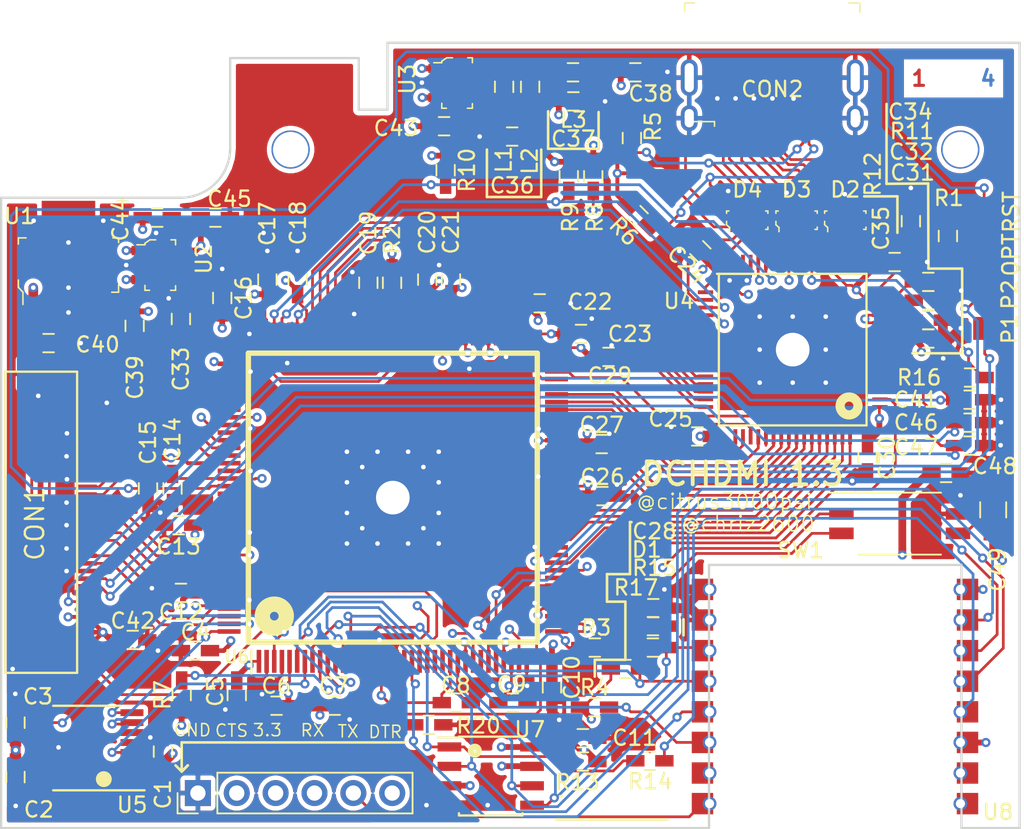
<source format=kicad_pcb>
(kicad_pcb (version 20171130) (host pcbnew "(5.0.0)")
  (layers (0 F.Cu signal) (1 In1.Cu power) (2 In2.Cu power) (31 B.Cu signal) (34 B.Paste user) (35 F.Paste user) (36 B.SilkS user) (37 F.SilkS user) (38 B.Mask user) (39 F.Mask user) (44 Edge.Cuts user))
  (net 0 "")
  (net 1 GND)
  (net 2 +3V3)
  (net 3 +2.5)
  (net 4 +1.2)
  (net 5 "Net-(C24-Pad1)")
  (net 6 "Net-(C32-Pad1)")
  (net 7 "Net-(C33-Pad2)")
  (net 8 "Net-(C34-Pad1)")
  (net 9 "Net-(CON2-Pad9)")
  (net 10 "Net-(CON2-Pad8)")
  (net 11 "Net-(CON2-Pad6)")
  (net 12 "Net-(CON2-Pad5)")
  (net 13 "Net-(CON2-Pad3)")
  (net 14 "Net-(CON2-Pad2)")
  (net 15 "Net-(CON2-Pad11)")
  (net 16 "Net-(CON2-Pad12)")
  (net 17 /SCL)
  (net 18 /SDA)
  (net 19 "Net-(CON2-Pad17)")
  (net 20 "Net-(CON2-Pad19)")
  (net 21 "Net-(D1-Pad1)")
  (net 22 /nConf)
  (net 23 +1.8)
  (net 24 "Net-(R2-Pad2)")
  (net 25 /INT)
  (net 26 "Net-(R11-Pad1)")
  (net 27 /CS)
  (net 28 "Net-(R14-Pad1)")
  (net 29 "Net-(U3-Pad4)")
  (net 30 "Net-(U4-Pad2)")
  (net 31 "Net-(U4-Pad3)")
  (net 32 "Net-(U4-Pad4)")
  (net 33 /ADAT)
  (net 34 "Net-(U4-Pad6)")
  (net 35 "Net-(U4-Pad7)")
  (net 36 "Net-(U4-Pad8)")
  (net 37 /ABCK)
  (net 38 /ALRK)
  (net 39 "Net-(U4-Pad37)")
  (net 40 "Net-(U4-Pad38)")
  (net 41 "Net-(U4-Pad39)")
  (net 42 "Net-(U4-Pad40)")
  (net 43 "Net-(U4-Pad41)")
  (net 44 "Net-(U4-Pad42)")
  (net 45 "Net-(U4-Pad43)")
  (net 46 "Net-(U4-Pad44)")
  (net 47 "Net-(U4-Pad45)")
  (net 48 "Net-(U4-Pad46)")
  (net 49 "Net-(U4-Pad47)")
  (net 50 "Net-(U4-Pad48)")
  (net 51 "Net-(U4-Pad49)")
  (net 52 "Net-(U4-Pad50)")
  (net 53 "Net-(U4-Pad52)")
  (net 54 /ADVCLK)
  (net 55 "Net-(U4-Pad54)")
  (net 56 "Net-(U4-Pad55)")
  (net 57 "Net-(U4-Pad56)")
  (net 58 "Net-(U4-Pad57)")
  (net 59 "Net-(U4-Pad58)")
  (net 60 "Net-(U4-Pad59)")
  (net 61 "Net-(U4-Pad60)")
  (net 62 "Net-(U4-Pad61)")
  (net 63 "Net-(U4-Pad62)")
  (net 64 "Net-(U4-Pad63)")
  (net 65 "Net-(U4-Pad64)")
  (net 66 /X1)
  (net 67 "Net-(U5-Pad16)")
  (net 68 /S0)
  (net 69 /S3)
  (net 70 /S2)
  (net 71 /CLK)
  (net 72 /S1)
  (net 73 "Net-(U5-Pad15)")
  (net 74 /MOSI)
  (net 75 /DCLK)
  (net 76 /MISO)
  (net 77 /VCLK)
  (net 78 "Net-(U6-Pad24)")
  (net 79 "Net-(U6-Pad52)")
  (net 80 "Net-(U6-Pad53)")
  (net 81 "Net-(U6-Pad54)")
  (net 82 "Net-(U6-Pad55)")
  (net 83 "Net-(U6-Pad89)")
  (net 84 "Net-(U6-Pad90)")
  (net 85 "Net-(U6-Pad91)")
  (net 86 "Net-(CON1-Pad3)")
  (net 87 "Net-(CON1-Pad4)")
  (net 88 "Net-(CON1-Pad6)")
  (net 89 "Net-(CON1-Pad7)")
  (net 90 "Net-(CON1-Pad9)")
  (net 91 "Net-(CON1-Pad10)")
  (net 92 "Net-(CON1-Pad12)")
  (net 93 "Net-(CON1-Pad13)")
  (net 94 "Net-(U6-Pad126)")
  (net 95 "Net-(U6-Pad127)")
  (net 96 "Net-(U6-Pad128)")
  (net 97 "Net-(U6-Pad129)")
  (net 98 "Net-(CON1-Pad15)")
  (net 99 "Net-(CON1-Pad16)")
  (net 100 "Net-(CON1-Pad18)")
  (net 101 "Net-(CON1-Pad19)")
  (net 102 "Net-(CON1-Pad21)")
  (net 103 "Net-(CON1-Pad22)")
  (net 104 "Net-(CON1-Pad28)")
  (net 105 "Net-(U8-Pad2)")
  (net 106 "Net-(U6-Pad25)")
  (net 107 /SCL_H)
  (net 108 /SDA_H)
  (net 109 "Net-(R16-Pad2)")
  (net 110 /+5)
  (net 111 /PAD1)
  (net 112 /PAD2)
  (net 113 /ESP_SCL)
  (net 114 /ESP_SDA)
  (net 115 "Net-(R7-Pad2)")
  (net 116 /nCE)
  (net 117 "Net-(CON3-Pad2)")
  (net 118 /RXD)
  (net 119 /TXD)
  (net 120 "Net-(CON3-Pad6)")
  (net 121 /SRST)
  (net 122 /HRST_OUT)
  (net 123 /HRST)
  (net 124 "Net-(U6-Pad15)")
  (net 125 "Net-(U6-Pad16)")
  (net 126 "Net-(U6-Pad18)")
  (net 127 "Net-(U6-Pad20)")
  (net 128 "Net-(U6-Pad22)")
  (net 129 "Net-(U8-Pad1)")
  (net 130 "Net-(R1-Pad2)")
  (module jumper:DC2R019JA7R1700 (layer F.Cu) (at 172.4 78.6 180)
    (fp_text reference CON2 (at 0 1.9 180) (layer F.SilkS))
    (fp_text value DC2R019JA7R1700)
    (pad 19 smd rect (at -3.6 0 180) (size 0.23 1.2) (layers F.Cu F.Paste F.Mask) (net 20 "Net-(CON2-Pad19)"))
    (pad 18 smd rect (at -3.2 0 180) (size 0.23 1.2) (layers F.Cu F.Paste F.Mask) (net 110 /+5))
    (pad 17 smd rect (at -2.8 0 180) (size 0.23 1.2) (layers F.Cu F.Paste F.Mask) (net 19 "Net-(CON2-Pad17)"))
    (pad 16 smd rect (at -2.4 0 180) (size 0.23 1.2) (layers F.Cu F.Paste F.Mask) (net 108 /SDA_H))
    (pad 15 smd rect (at -2 0 180) (size 0.23 1.2) (layers F.Cu F.Paste F.Mask) (net 107 /SCL_H))
    (pad 14 smd rect (at -1.6 0 180) (size 0.23 1.2) (layers F.Cu F.Paste F.Mask) (net 1 GND))
    (pad 13 smd rect (at -1.2 0 180) (size 0.23 1.2) (layers F.Cu F.Paste F.Mask) (net 1 GND))
    (pad 12 smd rect (at -0.8 0 180) (size 0.23 1.2) (layers F.Cu F.Paste F.Mask) (net 16 "Net-(CON2-Pad12)"))
    (pad 11 smd rect (at -0.4 0 180) (size 0.23 1.2) (layers F.Cu F.Paste F.Mask) (net 15 "Net-(CON2-Pad11)"))
    (pad 1 smd rect (at 3.6 0 180) (size 0.23 1.2) (layers F.Cu F.Paste F.Mask) (net 1 GND))
    (pad 2 smd rect (at 3.2 0 180) (size 0.23 1.2) (layers F.Cu F.Paste F.Mask) (net 14 "Net-(CON2-Pad2)"))
    (pad 3 smd rect (at 2.8 0 180) (size 0.23 1.2) (layers F.Cu F.Paste F.Mask) (net 13 "Net-(CON2-Pad3)"))
    (pad 4 smd rect (at 2.4 0 180) (size 0.23 1.2) (layers F.Cu F.Paste F.Mask) (net 1 GND))
    (pad 5 smd rect (at 2 0 180) (size 0.23 1.2) (layers F.Cu F.Paste F.Mask) (net 12 "Net-(CON2-Pad5)"))
    (pad 6 smd rect (at 1.6 0 180) (size 0.23 1.2) (layers F.Cu F.Paste F.Mask) (net 11 "Net-(CON2-Pad6)"))
    (pad 7 smd rect (at 1.2 0 180) (size 0.23 1.2) (layers F.Cu F.Paste F.Mask) (net 1 GND))
    (pad 8 smd rect (at 0.8 0 180) (size 0.23 1.2) (layers F.Cu F.Paste F.Mask) (net 10 "Net-(CON2-Pad8)"))
    (pad 9 smd rect (at 0.4 0 180) (size 0.23 1.2) (layers F.Cu F.Paste F.Mask) (net 9 "Net-(CON2-Pad9)"))
    (pad 10 smd rect (at 0 0 180) (size 0.23 1.2) (layers F.Cu F.Paste F.Mask) (net 1 GND))
    (pad 20 thru_hole oval (at -5.425 2.65 180) (size 1.1 2.4) (drill oval 0.6 1.9) (layers *.Cu *.Mask F.Paste) (net 1 GND))
    (pad 20 thru_hole oval (at 5.425 2.65 180) (size 1.1 2.4) (drill oval 0.6 1.9) (layers *.Cu *.Mask F.Paste) (net 1 GND))
    (pad 20 thru_hole oval (at 5.425 0 180) (size 1.1 1.7) (drill oval 0.6 1.2) (layers *.Cu *.Mask F.Paste) (net 1 GND))
    (pad 20 thru_hole oval (at -5.425 0 180) (size 1.1 1.7) (drill oval 0.6 1.2) (layers *.Cu *.Mask F.Paste) (net 1 GND))
  )
  (module Capacitors_SMD:C_0603_HandSoldering (layer F.Cu) (at 160.8 113.2)
    (fp_text reference R3 (at 0.1 -1.3) (layer F.SilkS))
    (fp_text value 10K)
    (pad 1 smd rect (at -0.95 0) (size 1.2 0.75) (layers F.Cu F.Paste F.Mask) (net 123 /HRST))
    (pad 2 smd rect (at 0.95 0) (size 1.2 0.75) (layers F.Cu F.Paste F.Mask) (net 21 "Net-(D1-Pad1)"))
  )
  (module pads:2_Pads_Small (layer F.Cu) (at 184.776 85.388 90)
    (fp_text reference CON5)
    (fp_text value CONN_01X03)
    (pad 2 smd rect (at 0.368 1.524 90) (size 1.5 1.5) (layers F.Cu F.Mask) (net 121 /SRST))
    (pad 1 smd rect (at -2.032 1.524 90) (size 1.5 1.5) (layers F.Cu F.Mask) (net 122 /HRST_OUT))
  )
  (module Pin_Headers:Pin_Header_Straight_1x06_Pitch2.54mm (layer F.Cu) (at 134.86 122.71 90)
    (fp_text reference CON3 hide)
    (fp_text value CONN_01X06 hide)
    (pad 1 thru_hole rect (at 0 0 90) (size 1.7 1.7) (drill 1) (layers *.Cu *.Mask) (net 1 GND))
    (pad 2 thru_hole oval (at 0 2.54 90) (size 1.7 1.7) (drill 1) (layers *.Cu *.Mask) (net 117 "Net-(CON3-Pad2)"))
    (pad 3 thru_hole oval (at 0 5.08 90) (size 1.7 1.7) (drill 1) (layers *.Cu *.Mask) (net 2 +3V3))
    (pad 4 thru_hole oval (at 0 7.62 90) (size 1.7 1.7) (drill 1) (layers *.Cu *.Mask) (net 118 /RXD))
    (pad 5 thru_hole oval (at 0 10.16 90) (size 1.7 1.7) (drill 1) (layers *.Cu *.Mask) (net 119 /TXD))
    (pad 6 thru_hole oval (at 0 12.7 90) (size 1.7 1.7) (drill 1) (layers *.Cu *.Mask) (net 120 "Net-(CON3-Pad6)"))
  )
  (module Capacitors_SMD:C_0603_HandSoldering (layer F.Cu) (at 183.76 101.79)
    (fp_text reference C48 (at 3.19 -0.44 180) (layer F.SilkS))
    (fp_text value .1u)
    (pad 1 smd rect (at -0.95 0) (size 1.2 0.75) (layers F.Cu F.Paste F.Mask) (net 2 +3V3))
    (pad 2 smd rect (at 0.95 0) (size 1.2 0.75) (layers F.Cu F.Paste F.Mask) (net 1 GND))
  )
  (module Analog:LQFP-64_10x10mm_Pitch0.5mm_PAD (layer F.Cu) (at 173.736 93.726 180)
    (fp_text reference U4 (at 7.436 3.176 180) (layer F.SilkS))
    (fp_text value ADV7513)
    (pad 1 smd rect (at -5.7 -3.75 180) (size 1 0.25) (layers F.Cu F.Paste F.Mask) (net 5 "Net-(C24-Pad1)"))
    (pad 2 smd rect (at -5.7 -3.25 180) (size 1 0.25) (layers F.Cu F.Paste F.Mask) (net 30 "Net-(U4-Pad2)"))
    (pad 3 smd rect (at -5.7 -2.75 180) (size 1 0.25) (layers F.Cu F.Paste F.Mask) (net 31 "Net-(U4-Pad3)"))
    (pad 4 smd rect (at -5.7 -2.25 180) (size 1 0.25) (layers F.Cu F.Paste F.Mask) (net 32 "Net-(U4-Pad4)"))
    (pad 5 smd rect (at -5.7 -1.75 180) (size 1 0.25) (layers F.Cu F.Paste F.Mask) (net 33 /ADAT))
    (pad 6 smd rect (at -5.7 -1.25 180) (size 1 0.25) (layers F.Cu F.Paste F.Mask) (net 34 "Net-(U4-Pad6)"))
    (pad 7 smd rect (at -5.7 -0.75 180) (size 1 0.25) (layers F.Cu F.Paste F.Mask) (net 35 "Net-(U4-Pad7)"))
    (pad 8 smd rect (at -5.7 -0.25 180) (size 1 0.25) (layers F.Cu F.Paste F.Mask) (net 36 "Net-(U4-Pad8)"))
    (pad 9 smd rect (at -5.7 0.25 180) (size 1 0.25) (layers F.Cu F.Paste F.Mask) (net 37 /ABCK))
    (pad 10 smd rect (at -5.7 0.75 180) (size 1 0.25) (layers F.Cu F.Paste F.Mask) (net 38 /ALRK))
    (pad 11 smd rect (at -5.7 1.25 180) (size 1 0.25) (layers F.Cu F.Paste F.Mask) (net 5 "Net-(C24-Pad1)"))
    (pad 12 smd rect (at -5.7 1.75 180) (size 1 0.25) (layers F.Cu F.Paste F.Mask) (net 6 "Net-(C32-Pad1)"))
    (pad 13 smd rect (at -5.7 2.25 180) (size 1 0.25) (layers F.Cu F.Paste F.Mask) (net 6 "Net-(C32-Pad1)"))
    (pad 14 smd rect (at -5.7 2.75 180) (size 1 0.25) (layers F.Cu F.Paste F.Mask) (net 26 "Net-(R11-Pad1)"))
    (pad 15 smd rect (at -5.7 3.25 180) (size 1 0.25) (layers F.Cu F.Paste F.Mask) (net 8 "Net-(C34-Pad1)"))
    (pad 16 smd rect (at -5.7 3.75 180) (size 1 0.25) (layers F.Cu F.Paste F.Mask) (net 20 "Net-(CON2-Pad19)"))
    (pad 17 smd rect (at -3.75 5.7 270) (size 1 0.25) (layers F.Cu F.Paste F.Mask) (net 16 "Net-(CON2-Pad12)"))
    (pad 18 smd rect (at -3.25 5.7 270) (size 1 0.25) (layers F.Cu F.Paste F.Mask) (net 15 "Net-(CON2-Pad11)"))
    (pad 19 smd rect (at -2.75 5.7 270) (size 1 0.25) (layers F.Cu F.Paste F.Mask) (net 8 "Net-(C34-Pad1)"))
    (pad 20 smd rect (at -2.25 5.7 270) (size 1 0.25) (layers F.Cu F.Paste F.Mask) (net 9 "Net-(CON2-Pad9)"))
    (pad 21 smd rect (at -1.75 5.7 270) (size 1 0.25) (layers F.Cu F.Paste F.Mask) (net 10 "Net-(CON2-Pad8)"))
    (pad 22 smd rect (at -1.25 5.7 270) (size 1 0.25) (layers F.Cu F.Paste F.Mask) (net 109 "Net-(R16-Pad2)"))
    (pad 23 smd rect (at -0.75 5.7 270) (size 1 0.25) (layers F.Cu F.Paste F.Mask) (net 11 "Net-(CON2-Pad6)"))
    (pad 24 smd rect (at -0.25 5.7 270) (size 1 0.25) (layers F.Cu F.Paste F.Mask) (net 12 "Net-(CON2-Pad5)"))
    (pad 25 smd rect (at 0.25 5.7 270) (size 1 0.25) (layers F.Cu F.Paste F.Mask) (net 8 "Net-(C34-Pad1)"))
    (pad 26 smd rect (at 0.75 5.7 270) (size 1 0.25) (layers F.Cu F.Paste F.Mask) (net 13 "Net-(CON2-Pad3)"))
    (pad 27 smd rect (at 1.25 5.7 270) (size 1 0.25) (layers F.Cu F.Paste F.Mask) (net 14 "Net-(CON2-Pad2)"))
    (pad 28 smd rect (at 1.75 5.7 270) (size 1 0.25) (layers F.Cu F.Paste F.Mask) (net 25 /INT))
    (pad 29 smd rect (at 2.25 5.7 270) (size 1 0.25) (layers F.Cu F.Paste F.Mask) (net 2 +3V3))
    (pad 30 smd rect (at 2.75 5.7 270) (size 1 0.25) (layers F.Cu F.Paste F.Mask) (net 1 GND))
    (pad 31 smd rect (at 3.25 5.7 270) (size 1 0.25) (layers F.Cu F.Paste F.Mask) (net 5 "Net-(C24-Pad1)"))
    (pad 32 smd rect (at 3.75 5.7 270) (size 1 0.25) (layers F.Cu F.Paste F.Mask) (net 1 GND))
    (pad 33 smd rect (at 5.7 3.75 180) (size 1 0.25) (layers F.Cu F.Paste F.Mask) (net 107 /SCL_H))
    (pad 34 smd rect (at 5.7 3.25 180) (size 1 0.25) (layers F.Cu F.Paste F.Mask) (net 108 /SDA_H))
    (pad 35 smd rect (at 5.7 2.75 180) (size 1 0.25) (layers F.Cu F.Paste F.Mask) (net 17 /SCL))
    (pad 36 smd rect (at 5.7 2.25 180) (size 1 0.25) (layers F.Cu F.Paste F.Mask) (net 18 /SDA))
    (pad 37 smd rect (at 5.7 1.75 180) (size 1 0.25) (layers F.Cu F.Paste F.Mask) (net 39 "Net-(U4-Pad37)"))
    (pad 38 smd rect (at 5.7 1.25 180) (size 1 0.25) (layers F.Cu F.Paste F.Mask) (net 40 "Net-(U4-Pad38)"))
    (pad 39 smd rect (at 5.7 0.75 180) (size 1 0.25) (layers F.Cu F.Paste F.Mask) (net 41 "Net-(U4-Pad39)"))
    (pad 40 smd rect (at 5.7 0.25 180) (size 1 0.25) (layers F.Cu F.Paste F.Mask) (net 42 "Net-(U4-Pad40)"))
    (pad 41 smd rect (at 5.7 -0.25 180) (size 1 0.25) (layers F.Cu F.Paste F.Mask) (net 43 "Net-(U4-Pad41)"))
    (pad 42 smd rect (at 5.7 -0.75 180) (size 1 0.25) (layers F.Cu F.Paste F.Mask) (net 44 "Net-(U4-Pad42)"))
    (pad 43 smd rect (at 5.7 -1.25 180) (size 1 0.25) (layers F.Cu F.Paste F.Mask) (net 45 "Net-(U4-Pad43)"))
    (pad 44 smd rect (at 5.7 -1.75 180) (size 1 0.25) (layers F.Cu F.Paste F.Mask) (net 46 "Net-(U4-Pad44)"))
    (pad 45 smd rect (at 5.7 -2.25 180) (size 1 0.25) (layers F.Cu F.Paste F.Mask) (net 47 "Net-(U4-Pad45)"))
    (pad 46 smd rect (at 5.7 -2.75 180) (size 1 0.25) (layers F.Cu F.Paste F.Mask) (net 48 "Net-(U4-Pad46)"))
    (pad 47 smd rect (at 5.7 -3.25 180) (size 1 0.25) (layers F.Cu F.Paste F.Mask) (net 49 "Net-(U4-Pad47)"))
    (pad 48 smd rect (at 5.7 -3.75 180) (size 1 0.25) (layers F.Cu F.Paste F.Mask) (net 50 "Net-(U4-Pad48)"))
    (pad 49 smd rect (at 3.75 -5.7 270) (size 1 0.25) (layers F.Cu F.Paste F.Mask) (net 51 "Net-(U4-Pad49)"))
    (pad 50 smd rect (at 3.25 -5.7 270) (size 1 0.25) (layers F.Cu F.Paste F.Mask) (net 52 "Net-(U4-Pad50)"))
    (pad 51 smd rect (at 2.75 -5.7 270) (size 1 0.25) (layers F.Cu F.Paste F.Mask) (net 5 "Net-(C24-Pad1)"))
    (pad 52 smd rect (at 2.25 -5.7 270) (size 1 0.25) (layers F.Cu F.Paste F.Mask) (net 53 "Net-(U4-Pad52)"))
    (pad 53 smd rect (at 1.75 -5.7 270) (size 1 0.25) (layers F.Cu F.Paste F.Mask) (net 54 /ADVCLK))
    (pad 54 smd rect (at 1.25 -5.7 270) (size 1 0.25) (layers F.Cu F.Paste F.Mask) (net 55 "Net-(U4-Pad54)"))
    (pad 55 smd rect (at 0.75 -5.7 270) (size 1 0.25) (layers F.Cu F.Paste F.Mask) (net 56 "Net-(U4-Pad55)"))
    (pad 56 smd rect (at 0.25 -5.7 270) (size 1 0.25) (layers F.Cu F.Paste F.Mask) (net 57 "Net-(U4-Pad56)"))
    (pad 57 smd rect (at -0.25 -5.7 270) (size 1 0.25) (layers F.Cu F.Paste F.Mask) (net 58 "Net-(U4-Pad57)"))
    (pad 58 smd rect (at -0.75 -5.7 270) (size 1 0.25) (layers F.Cu F.Paste F.Mask) (net 59 "Net-(U4-Pad58)"))
    (pad 59 smd rect (at -1.25 -5.7 270) (size 1 0.25) (layers F.Cu F.Paste F.Mask) (net 60 "Net-(U4-Pad59)"))
    (pad 60 smd rect (at -1.75 -5.7 270) (size 1 0.25) (layers F.Cu F.Paste F.Mask) (net 61 "Net-(U4-Pad60)"))
    (pad 61 smd rect (at -2.25 -5.7 270) (size 1 0.25) (layers F.Cu F.Paste F.Mask) (net 62 "Net-(U4-Pad61)"))
    (pad 62 smd rect (at -2.75 -5.7 270) (size 1 0.25) (layers F.Cu F.Paste F.Mask) (net 63 "Net-(U4-Pad62)"))
    (pad 63 smd rect (at -3.25 -5.7 270) (size 1 0.25) (layers F.Cu F.Paste F.Mask) (net 64 "Net-(U4-Pad63)"))
    (pad 64 smd rect (at -3.75 -5.7 270) (size 1 0.25) (layers F.Cu F.Paste F.Mask) (net 65 "Net-(U4-Pad64)"))
    (pad 65 smd rect (at 0 0 180) (size 4.8 4.8) (layers F.Cu F.Paste F.Mask) (net 1 GND))
    (pad 65 thru_hole circle (at -2.159 -2.159 180) (size 0.6 0.6) (drill 0.3) (layers *.Cu *.Mask) (net 1 GND))
    (pad 65 thru_hole circle (at 2.159 -2.159 180) (size 0.6 0.6) (drill 0.3) (layers *.Cu *.Mask) (net 1 GND))
    (pad 65 thru_hole circle (at 0 -2.159 180) (size 0.6 0.6) (drill 0.3) (layers *.Cu *.Mask) (net 1 GND))
    (pad 65 thru_hole circle (at -2.159 0 180) (size 0.6 0.6) (drill 0.3) (layers *.Cu *.Mask) (net 1 GND))
    (pad 65 thru_hole circle (at -2.159 2.159 180) (size 0.6 0.6) (drill 0.3) (layers *.Cu *.Mask) (net 1 GND))
    (pad 65 thru_hole circle (at 0 2.159 180) (size 0.6 0.6) (drill 0.3) (layers *.Cu *.Mask) (net 1 GND))
    (pad 65 thru_hole circle (at 2.159 2.159 180) (size 0.6 0.6) (drill 0.3) (layers *.Cu *.Mask) (net 1 GND))
    (pad 65 thru_hole circle (at 2.159 0 180) (size 0.6 0.6) (drill 0.3) (layers *.Cu *.Mask) (net 1 GND))
    (pad 65 thru_hole circle (at 0 0 180) (size 3.3 3.3) (drill 2.2) (layers *.Cu *.Mask) (net 1 GND))
  )
  (module digikey-footprints:UFDFN-10_2.5x1mm (layer F.Cu) (at 177.173 85.2678)
    (fp_text reference D2 (at 0 -2) (layer F.SilkS))
    (fp_text value SP3012-04UTG)
    (pad 8 smd rect (at 0 -0.3875) (size 0.4 0.775) (layers F.Cu F.Paste F.Mask) (net 1 GND))
    (pad 10 smd rect (at -1 -0.4375) (size 0.2 0.675) (layers F.Cu F.Paste F.Mask) (net 9 "Net-(CON2-Pad9)"))
    (pad 9 smd rect (at -0.5 -0.4375) (size 0.2 0.675) (layers F.Cu F.Paste F.Mask) (net 15 "Net-(CON2-Pad11)"))
    (pad 7 smd rect (at 0.5 -0.4375) (size 0.2 0.675) (layers F.Cu F.Paste F.Mask) (net 16 "Net-(CON2-Pad12)"))
    (pad 6 smd rect (at 1 -0.4375) (size 0.2 0.675) (layers F.Cu F.Paste F.Mask) (net 20 "Net-(CON2-Pad19)"))
    (pad 5 smd rect (at 1 0.4375) (size 0.2 0.675) (layers F.Cu F.Paste F.Mask) (net 20 "Net-(CON2-Pad19)"))
    (pad 4 smd rect (at 0.5 0.4375) (size 0.2 0.675) (layers F.Cu F.Paste F.Mask) (net 16 "Net-(CON2-Pad12)"))
    (pad 2 smd rect (at -0.5 0.4375) (size 0.2 0.675) (layers F.Cu F.Paste F.Mask) (net 15 "Net-(CON2-Pad11)"))
    (pad 3 smd rect (at 0 0.3875) (size 0.4 0.775) (layers F.Cu F.Paste F.Mask) (net 1 GND))
    (pad 1 smd rect (at -1 0.4375) (size 0.2 0.675) (layers F.Cu F.Paste F.Mask) (net 9 "Net-(CON2-Pad9)"))
  )
  (module Capacitors_SMD:C_0603_HandSoldering (layer F.Cu) (at 162.8 114.6)
    (fp_text reference R17 (at 0.69 -5.32 180) (layer F.SilkS))
    (fp_text value 10K)
    (pad 1 smd rect (at -0.95 0) (size 1.2 0.75) (layers F.Cu F.Paste F.Mask) (net 2 +3V3))
    (pad 2 smd rect (at 0.95 0) (size 1.2 0.75) (layers F.Cu F.Paste F.Mask) (net 113 /ESP_SCL))
  )
  (module pads:FPC_32 (layer F.Cu) (at 127.6 97.2 270)
    (fp_text reference CON1 (at 7.9 3.4 270) (layer F.SilkS) (effects (font (size 1.2 1.2))))
    (fp_text value 3-1775333-2)
    (pad 1 smd rect (at -0.003 0 270) (size 0.3 1.3) (layers F.Cu F.Paste F.Mask) (net 77 /VCLK))
    (pad 2 smd rect (at 0.497 0 270) (size 0.3 1.3) (layers F.Cu F.Paste F.Mask) (net 1 GND))
    (pad 3 smd rect (at 0.997 0 270) (size 0.3 1.3) (layers F.Cu F.Paste F.Mask) (net 86 "Net-(CON1-Pad3)"))
    (pad 4 smd rect (at 1.497 0 270) (size 0.3 1.3) (layers F.Cu F.Paste F.Mask) (net 87 "Net-(CON1-Pad4)"))
    (pad 5 smd rect (at 1.997 0 270) (size 0.3 1.3) (layers F.Cu F.Paste F.Mask) (net 1 GND))
    (pad 6 smd rect (at 2.497 0 270) (size 0.3 1.3) (layers F.Cu F.Paste F.Mask) (net 88 "Net-(CON1-Pad6)"))
    (pad 7 smd rect (at 2.997 0 270) (size 0.3 1.3) (layers F.Cu F.Paste F.Mask) (net 89 "Net-(CON1-Pad7)"))
    (pad 8 smd rect (at 3.497 0 270) (size 0.3 1.3) (layers F.Cu F.Paste F.Mask) (net 1 GND))
    (pad 9 smd rect (at 3.997 0 270) (size 0.3 1.3) (layers F.Cu F.Paste F.Mask) (net 90 "Net-(CON1-Pad9)"))
    (pad 10 smd rect (at 4.497 0 270) (size 0.3 1.3) (layers F.Cu F.Paste F.Mask) (net 91 "Net-(CON1-Pad10)"))
    (pad 11 smd rect (at 4.997 0 270) (size 0.3 1.3) (layers F.Cu F.Paste F.Mask) (net 1 GND))
    (pad 12 smd rect (at 5.497 0 270) (size 0.3 1.3) (layers F.Cu F.Paste F.Mask) (net 92 "Net-(CON1-Pad12)"))
    (pad 13 smd rect (at 5.997 0 270) (size 0.3 1.3) (layers F.Cu F.Paste F.Mask) (net 93 "Net-(CON1-Pad13)"))
    (pad 14 smd rect (at 6.497 0 270) (size 0.3 1.3) (layers F.Cu F.Paste F.Mask) (net 1 GND))
    (pad 15 smd rect (at 6.997 0 270) (size 0.3 1.3) (layers F.Cu F.Paste F.Mask) (net 98 "Net-(CON1-Pad15)"))
    (pad 16 smd rect (at 7.497 0 270) (size 0.3 1.3) (layers F.Cu F.Paste F.Mask) (net 99 "Net-(CON1-Pad16)"))
    (pad 17 smd rect (at 7.997 0 270) (size 0.3 1.3) (layers F.Cu F.Paste F.Mask) (net 1 GND))
    (pad 18 smd rect (at 8.497 0 270) (size 0.3 1.3) (layers F.Cu F.Paste F.Mask) (net 100 "Net-(CON1-Pad18)"))
    (pad 19 smd rect (at 8.997 0 270) (size 0.3 1.3) (layers F.Cu F.Paste F.Mask) (net 101 "Net-(CON1-Pad19)"))
    (pad 20 smd rect (at 9.497 0 270) (size 0.3 1.3) (layers F.Cu F.Paste F.Mask) (net 1 GND))
    (pad 21 smd rect (at 9.997 0 270) (size 0.3 1.3) (layers F.Cu F.Paste F.Mask) (net 102 "Net-(CON1-Pad21)"))
    (pad 22 smd rect (at 10.497 0 270) (size 0.3 1.3) (layers F.Cu F.Paste F.Mask) (net 103 "Net-(CON1-Pad22)"))
    (pad 23 smd rect (at 10.997 0 270) (size 0.3 1.3) (layers F.Cu F.Paste F.Mask) (net 1 GND))
    (pad 24 smd rect (at 11.497 0 270) (size 0.3 1.3) (layers F.Cu F.Paste F.Mask) (net 37 /ABCK))
    (pad 25 smd rect (at 11.997 0 270) (size 0.3 1.3) (layers F.Cu F.Paste F.Mask) (net 33 /ADAT))
    (pad 26 smd rect (at 12.497 0 270) (size 0.3 1.3) (layers F.Cu F.Paste F.Mask) (net 1 GND))
    (pad 27 smd rect (at 12.997 0 270) (size 0.3 1.3) (layers F.Cu F.Paste F.Mask) (net 38 /ALRK))
    (pad 28 smd rect (at 13.497 0 270) (size 0.3 1.3) (layers F.Cu F.Paste F.Mask) (net 104 "Net-(CON1-Pad28)"))
    (pad 29 smd rect (at 13.997 0 270) (size 0.3 1.3) (layers F.Cu F.Paste F.Mask) (net 110 /+5))
    (pad 30 smd rect (at 14.497 0 270) (size 0.3 1.3) (layers F.Cu F.Paste F.Mask) (net 2 +3V3))
    (pad 31 smd rect (at 14.997 0 270) (size 0.3 1.3) (layers F.Cu F.Paste F.Mask) (net 2 +3V3))
    (pad 32 smd rect (at 15.497 0 270) (size 0.3 1.3) (layers F.Cu F.Paste F.Mask) (net 2 +3V3))
    (pad 2 smd rect (at -1.9 3.25 270) (size 1.8 2.2) (layers F.Cu F.Paste F.Mask) (net 1 GND))
    (pad 2 smd rect (at 17.4 3.25 270) (size 1.8 2.2) (layers F.Cu F.Paste F.Mask) (net 1 GND))
  )
  (module pads:.6Cast (layer F.Cu) (at 184.7 123.4)
    (fp_text reference "" hide)
    (fp_text value "")
    (pad 1 thru_hole circle (at 0 0) (size 0.9 0.9) (drill 0.6) (layers *.Cu) (net 129 "Net-(U8-Pad1)"))
  )
  (module pads:.6Cast (layer F.Cu) (at 184.7 121.4)
    (fp_text reference "" hide)
    (fp_text value "")
    (pad 1 thru_hole circle (at 0 0) (size 0.9 0.9) (drill 0.6) (layers *.Cu) (net 105 "Net-(U8-Pad2)"))
  )
  (module pads:.6Cast (layer F.Cu) (at 184.7 119.4)
    (fp_text reference "" hide)
    (fp_text value "")
    (pad 1 thru_hole circle (at 0 0) (size 0.9 0.9) (drill 0.6) (layers *.Cu) (net 2 +3V3))
  )
  (module pads:.6Cast (layer F.Cu) (at 184.7 117.4)
    (fp_text reference "" hide)
    (fp_text value "")
    (pad 1 thru_hole circle (at 0 0) (size 0.9 0.9) (drill 0.6) (layers *.Cu) (net 28 "Net-(R14-Pad1)"))
  )
  (module pads:.6Cast (layer F.Cu) (at 184.7 115.4)
    (fp_text reference "" hide)
    (fp_text value "")
    (pad 1 thru_hole circle (at 0 0) (size 0.9 0.9) (drill 0.6) (layers *.Cu) (net 75 /DCLK))
  )
  (module pads:.6Cast (layer F.Cu) (at 184.7 113.4)
    (fp_text reference "" hide)
    (fp_text value "")
    (pad 1 thru_hole circle (at 0 0) (size 0.9 0.9) (drill 0.6) (layers *.Cu) (net 76 /MISO))
  )
  (module pads:.6Cast (layer F.Cu) (at 184.7 111.4)
    (fp_text reference "" hide)
    (fp_text value "")
    (pad 1 thru_hole circle (at 0 0) (size 0.9 0.9) (drill 0.6) (layers *.Cu) (net 74 /MOSI))
  )
  (module pads:.6Cast (layer F.Cu) (at 184.7 109.4)
    (fp_text reference "" hide)
    (fp_text value "")
    (pad 1 thru_hole circle (at 0 0) (size 0.9 0.9) (drill 0.6) (layers *.Cu) (net 2 +3V3))
  )
  (module pads:.6Cast (layer F.Cu) (at 168.3 123.4)
    (fp_text reference "" hide)
    (fp_text value "")
    (pad 1 thru_hole circle (at 0 0) (size 0.9 0.9) (drill 0.6) (layers *.Cu) (net 119 /TXD))
  )
  (module pads:.6Cast (layer F.Cu) (at 168.3 121.4)
    (fp_text reference "" hide)
    (fp_text value "")
    (pad 1 thru_hole circle (at 0 0) (size 0.9 0.9) (drill 0.6) (layers *.Cu) (net 118 /RXD))
  )
  (module pads:.6Cast (layer F.Cu) (at 168.3 119.4)
    (fp_text reference "" hide)
    (fp_text value "")
    (pad 1 thru_hole circle (at 0 0) (size 0.9 0.9) (drill 0.6) (layers *.Cu) (net 22 /nConf))
  )
  (module pads:.6Cast (layer F.Cu) (at 168.3 117.4)
    (fp_text reference "" hide)
    (fp_text value "")
    (pad 1 thru_hole circle (at 0 0) (size 0.9 0.9) (drill 0.6) (layers *.Cu) (net 116 /nCE))
  )
  (module pads:.6Cast (layer F.Cu) (at 168.3 115.4)
    (fp_text reference "" hide)
    (fp_text value "")
    (pad 1 thru_hole circle (at 0 0) (size 0.9 0.9) (drill 0.6) (layers *.Cu) (net 113 /ESP_SCL))
  )
  (module pads:.6Cast (layer F.Cu) (at 168.3 113.4)
    (fp_text reference "" hide)
    (fp_text value "")
    (pad 1 thru_hole circle (at 0 0) (size 0.9 0.9) (drill 0.6) (layers *.Cu) (net 114 /ESP_SDA))
  )
  (module pads:.6Cast (layer F.Cu) (at 168.3 111.4)
    (fp_text reference "" hide)
    (fp_text value "")
    (pad 1 thru_hole circle (at 0 0) (size 0.9 0.9) (drill 0.6) (layers *.Cu) (net 1 GND))
  )
  (module pads:2.3_hole_mount (layer F.Cu) (at 184.69 84.39)
    (fp_text reference "" (at 0 0.5) (layer F.SilkS))
    (fp_text value "")
    (pad "" thru_hole circle (at 0 -3.74) (size 2.5 2.5) (drill 2.3) (layers *.Cu *.Mask))
  )
  (module Capacitors_SMD:C_0603_HandSoldering (layer F.Cu) (at 132.575 120 90)
    (fp_text reference C1 (at -2.794 0 90) (layer F.SilkS))
    (fp_text value .1u)
    (pad 1 smd rect (at -0.95 0 90) (size 1.2 0.75) (layers F.Cu F.Paste F.Mask) (net 2 +3V3))
    (pad 2 smd rect (at 0.95 0 90) (size 1.2 0.75) (layers F.Cu F.Paste F.Mask) (net 1 GND))
  )
  (module Capacitors_SMD:C_0603_HandSoldering (layer F.Cu) (at 122.936 121.666 270)
    (fp_text reference C2 (at 2.124 -1.524 180) (layer F.SilkS))
    (fp_text value .1u)
    (pad 1 smd rect (at -0.95 0 270) (size 1.2 0.75) (layers F.Cu F.Paste F.Mask) (net 2 +3V3))
    (pad 2 smd rect (at 0.95 0 270) (size 1.2 0.75) (layers F.Cu F.Paste F.Mask) (net 1 GND))
  )
  (module Capacitors_SMD:C_0603_HandSoldering (layer F.Cu) (at 122.936 118.11 90)
    (fp_text reference C3 (at 1.71 1.464 180) (layer F.SilkS))
    (fp_text value .1u)
    (pad 1 smd rect (at -0.95 0 90) (size 1.2 0.75) (layers F.Cu F.Paste F.Mask) (net 2 +3V3))
    (pad 2 smd rect (at 0.95 0 90) (size 1.2 0.75) (layers F.Cu F.Paste F.Mask) (net 1 GND))
  )
  (module Capacitors_SMD:C_0603_HandSoldering (layer F.Cu) (at 134.7 113.4 180)
    (fp_text reference C4 (at 0 1.2 180) (layer F.SilkS))
    (fp_text value .1u)
    (pad 1 smd rect (at -0.95 0 180) (size 1.2 0.75) (layers F.Cu F.Paste F.Mask) (net 3 +2.5))
    (pad 2 smd rect (at 0.95 0 180) (size 1.2 0.75) (layers F.Cu F.Paste F.Mask) (net 1 GND))
  )
  (module Capacitors_SMD:C_0603_HandSoldering (layer F.Cu) (at 137.4 116.3 270)
    (fp_text reference C5 (at -0.2 1.4 270) (layer F.SilkS))
    (fp_text value .1u)
    (pad 1 smd rect (at -0.95 0 270) (size 1.2 0.75) (layers F.Cu F.Paste F.Mask) (net 4 +1.2))
    (pad 2 smd rect (at 0.95 0 270) (size 1.2 0.75) (layers F.Cu F.Paste F.Mask) (net 1 GND))
  )
  (module Capacitors_SMD:C_0603_HandSoldering (layer F.Cu) (at 140 117 180)
    (fp_text reference C6 (at 0.01 1.3 180) (layer F.SilkS))
    (fp_text value .1u)
    (pad 1 smd rect (at -0.95 0 180) (size 1.2 0.75) (layers F.Cu F.Paste F.Mask) (net 4 +1.2))
    (pad 2 smd rect (at 0.95 0 180) (size 1.2 0.75) (layers F.Cu F.Paste F.Mask) (net 1 GND))
  )
  (module Capacitors_SMD:C_0603_HandSoldering (layer F.Cu) (at 143.8 117)
    (fp_text reference C7 (at -0.06 -1.31) (layer F.SilkS))
    (fp_text value .1u)
    (pad 1 smd rect (at -0.95 0) (size 1.2 0.75) (layers F.Cu F.Paste F.Mask) (net 2 +3V3))
    (pad 2 smd rect (at 0.95 0) (size 1.2 0.75) (layers F.Cu F.Paste F.Mask) (net 1 GND))
  )
  (module Capacitors_SMD:C_0603_HandSoldering (layer F.Cu) (at 151.75 116.8)
    (fp_text reference C8 (at -0.04 -1.16) (layer F.SilkS))
    (fp_text value .1u)
    (pad 1 smd rect (at -0.95 0) (size 1.2 0.75) (layers F.Cu F.Paste F.Mask) (net 2 +3V3))
    (pad 2 smd rect (at 0.95 0) (size 1.2 0.75) (layers F.Cu F.Paste F.Mask) (net 1 GND))
  )
  (module Capacitors_SMD:C_0603_HandSoldering (layer F.Cu) (at 155.45 116.8)
    (fp_text reference C9 (at -0.09 -1.19) (layer F.SilkS))
    (fp_text value .1u)
    (pad 1 smd rect (at -0.95 0) (size 1.2 0.75) (layers F.Cu F.Paste F.Mask) (net 4 +1.2))
    (pad 2 smd rect (at 0.95 0) (size 1.2 0.75) (layers F.Cu F.Paste F.Mask) (net 1 GND))
  )
  (module Capacitors_SMD:C_0603_HandSoldering (layer F.Cu) (at 158 115.8 270)
    (fp_text reference C10 (at -0.65 -1.3 90) (layer F.SilkS))
    (fp_text value .1u)
    (pad 1 smd rect (at -0.95 0 270) (size 1.2 0.75) (layers F.Cu F.Paste F.Mask) (net 3 +2.5))
    (pad 2 smd rect (at 0.95 0 270) (size 1.2 0.75) (layers F.Cu F.Paste F.Mask) (net 1 GND))
  )
  (module Capacitors_SMD:C_0603_HandSoldering (layer F.Cu) (at 160.02 119.126)
    (fp_text reference C11 (at 3.38 -0.026) (layer F.SilkS))
    (fp_text value .1u)
    (pad 1 smd rect (at -0.95 0) (size 1.2 0.75) (layers F.Cu F.Paste F.Mask) (net 2 +3V3))
    (pad 2 smd rect (at 0.95 0) (size 1.2 0.75) (layers F.Cu F.Paste F.Mask) (net 1 GND))
  )
  (module Capacitors_SMD:C_0603_HandSoldering (layer F.Cu) (at 133.75 109.625 180)
    (fp_text reference C12 (at 0 -1.25 180) (layer F.SilkS))
    (fp_text value .1u)
    (pad 1 smd rect (at -0.95 0 180) (size 1.2 0.75) (layers F.Cu F.Paste F.Mask) (net 4 +1.2))
    (pad 2 smd rect (at 0.95 0 180) (size 1.2 0.75) (layers F.Cu F.Paste F.Mask) (net 1 GND))
  )
  (module Capacitors_SMD:C_0603_HandSoldering (layer F.Cu) (at 133.6 105.2 180)
    (fp_text reference C13 (at 0 -1.4 180) (layer F.SilkS))
    (fp_text value .1u)
    (pad 1 smd rect (at -0.95 0 180) (size 1.2 0.75) (layers F.Cu F.Paste F.Mask) (net 2 +3V3))
    (pad 2 smd rect (at 0.95 0 180) (size 1.2 0.75) (layers F.Cu F.Paste F.Mask) (net 1 GND))
  )
  (module Capacitors_SMD:C_0603_HandSoldering (layer F.Cu) (at 133.2 102.8 270)
    (fp_text reference C14 (at -3.2 0 270) (layer F.SilkS))
    (fp_text value .1u)
    (pad 1 smd rect (at -0.95 0 270) (size 1.2 0.75) (layers F.Cu F.Paste F.Mask) (net 4 +1.2))
    (pad 2 smd rect (at 0.95 0 270) (size 1.2 0.75) (layers F.Cu F.Paste F.Mask) (net 1 GND))
  )
  (module Capacitors_SMD:C_0603_HandSoldering (layer F.Cu) (at 131.6 102.8 270)
    (fp_text reference C15 (at -3 0 270) (layer F.SilkS))
    (fp_text value .1u)
    (pad 1 smd rect (at -0.95 0 270) (size 1.2 0.75) (layers F.Cu F.Paste F.Mask) (net 2 +3V3))
    (pad 2 smd rect (at 0.95 0 270) (size 1.2 0.75) (layers F.Cu F.Paste F.Mask) (net 1 GND))
  )
  (module Capacitors_SMD:C_0603_HandSoldering (layer F.Cu) (at 136.45 90.35 90)
    (fp_text reference C16 (at 0 1.4 90) (layer F.SilkS))
    (fp_text value .1u)
    (pad 1 smd rect (at -0.95 0 90) (size 1.2 0.75) (layers F.Cu F.Paste F.Mask) (net 4 +1.2))
    (pad 2 smd rect (at 0.95 0 90) (size 1.2 0.75) (layers F.Cu F.Paste F.Mask) (net 1 GND))
  )
  (module Capacitors_SMD:C_0603_HandSoldering (layer F.Cu) (at 139.4 89.15 90)
    (fp_text reference C17 (at 3.65 0 90) (layer F.SilkS))
    (fp_text value .1u)
    (pad 1 smd rect (at -0.95 0 90) (size 1.2 0.75) (layers F.Cu F.Paste F.Mask) (net 3 +2.5))
    (pad 2 smd rect (at 0.95 0 90) (size 1.2 0.75) (layers F.Cu F.Paste F.Mask) (net 1 GND))
  )
  (module Capacitors_SMD:C_0603_HandSoldering (layer F.Cu) (at 141.375 89.15 90)
    (fp_text reference C18 (at 3.7 0.025 90) (layer F.SilkS))
    (fp_text value .1u)
    (pad 1 smd rect (at -0.95 0 90) (size 1.2 0.75) (layers F.Cu F.Paste F.Mask) (net 4 +1.2))
    (pad 2 smd rect (at 0.95 0 90) (size 1.2 0.75) (layers F.Cu F.Paste F.Mask) (net 1 GND))
  )
  (module Capacitors_SMD:C_0603_HandSoldering (layer F.Cu) (at 146 89.3572 90)
    (fp_text reference C19 (at 3.2572 0 90) (layer F.SilkS))
    (fp_text value .1u)
    (pad 1 smd rect (at -0.95 0 90) (size 1.2 0.75) (layers F.Cu F.Paste F.Mask) (net 2 +3V3))
    (pad 2 smd rect (at 0.95 0 90) (size 1.2 0.75) (layers F.Cu F.Paste F.Mask) (net 1 GND))
  )
  (module Capacitors_SMD:C_0603_HandSoldering (layer F.Cu) (at 149.85 89.15 90)
    (fp_text reference C20 (at 3.1 0 90) (layer F.SilkS))
    (fp_text value .1u)
    (pad 1 smd rect (at -0.95 0 90) (size 1.2 0.75) (layers F.Cu F.Paste F.Mask) (net 4 +1.2))
    (pad 2 smd rect (at 0.95 0 90) (size 1.2 0.75) (layers F.Cu F.Paste F.Mask) (net 1 GND))
  )
  (module Capacitors_SMD:C_0603_HandSoldering (layer F.Cu) (at 151.4 89.15 90)
    (fp_text reference C21 (at 3.1 0 90) (layer F.SilkS))
    (fp_text value .1u)
    (pad 1 smd rect (at -0.95 0 90) (size 1.2 0.75) (layers F.Cu F.Paste F.Mask) (net 2 +3V3))
    (pad 2 smd rect (at 0.95 0 90) (size 1.2 0.75) (layers F.Cu F.Paste F.Mask) (net 1 GND))
  )
  (module Capacitors_SMD:C_0603_HandSoldering (layer F.Cu) (at 157.2 90.7)
    (fp_text reference C22 (at 3.3 -0.1) (layer F.SilkS))
    (fp_text value .1u)
    (pad 1 smd rect (at -0.95 0) (size 1.2 0.75) (layers F.Cu F.Paste F.Mask) (net 3 +2.5))
    (pad 2 smd rect (at 0.95 0) (size 1.2 0.75) (layers F.Cu F.Paste F.Mask) (net 1 GND))
  )
  (module Capacitors_SMD:C_0603_HandSoldering (layer F.Cu) (at 159.9 92.7)
    (fp_text reference C23 (at 3.2 0) (layer F.SilkS))
    (fp_text value .1u)
    (pad 1 smd rect (at -0.95 0) (size 1.2 0.75) (layers F.Cu F.Paste F.Mask) (net 4 +1.2))
    (pad 2 smd rect (at 0.95 0) (size 1.2 0.75) (layers F.Cu F.Paste F.Mask) (net 1 GND))
  )
  (module Capacitors_SMD:C_0603_HandSoldering (layer F.Cu) (at 167.7 87.3 135)
    (fp_text reference C24 (at 0 -1.25 135) (layer F.SilkS))
    (fp_text value .1u)
    (pad 1 smd rect (at -0.949999 0 135) (size 1.2 0.75) (layers F.Cu F.Paste F.Mask) (net 5 "Net-(C24-Pad1)"))
    (pad 2 smd rect (at 0.949999 0 135) (size 1.2 0.75) (layers F.Cu F.Paste F.Mask) (net 1 GND))
  )
  (module Capacitors_SMD:C_0603_HandSoldering (layer F.Cu) (at 167.5 99.4 180)
    (fp_text reference C25 (at 1.75 1.15 180) (layer F.SilkS))
    (fp_text value .1u)
    (pad 1 smd rect (at -0.95 0 180) (size 1.2 0.75) (layers F.Cu F.Paste F.Mask) (net 5 "Net-(C24-Pad1)"))
    (pad 2 smd rect (at 0.95 0 180) (size 1.2 0.75) (layers F.Cu F.Paste F.Mask) (net 1 GND))
  )
  (module Capacitors_SMD:C_0603_HandSoldering (layer F.Cu) (at 161.3 103.3)
    (fp_text reference C26 (at 0 -1.25) (layer F.SilkS))
    (fp_text value .1u)
    (pad 1 smd rect (at -0.95 0) (size 1.2 0.75) (layers F.Cu F.Paste F.Mask) (net 2 +3V3))
    (pad 2 smd rect (at 0.95 0) (size 1.2 0.75) (layers F.Cu F.Paste F.Mask) (net 1 GND))
  )
  (module Capacitors_SMD:C_0603_HandSoldering (layer F.Cu) (at 161.25 99.9)
    (fp_text reference C27 (at 0 -1.25) (layer F.SilkS))
    (fp_text value .1u)
    (pad 1 smd rect (at -0.95 0) (size 1.2 0.75) (layers F.Cu F.Paste F.Mask) (net 4 +1.2))
    (pad 2 smd rect (at 0.95 0) (size 1.2 0.75) (layers F.Cu F.Paste F.Mask) (net 1 GND))
  )
  (module Capacitors_SMD:C_0603_HandSoldering (layer F.Cu) (at 164.625 110.625)
    (fp_text reference C28 (at 0.075 -5.025) (layer F.SilkS))
    (fp_text value .1u)
    (pad 1 smd rect (at -0.95 0) (size 1.2 0.75) (layers F.Cu F.Paste F.Mask) (net 2 +3V3))
    (pad 2 smd rect (at 0.95 0) (size 1.2 0.75) (layers F.Cu F.Paste F.Mask) (net 1 GND))
  )
  (module Capacitors_SMD:C_0603_HandSoldering (layer F.Cu) (at 161.7 94.2)
    (fp_text reference C29 (at 0.075 1.225) (layer F.SilkS))
    (fp_text value .1u)
    (pad 1 smd rect (at -0.95 0) (size 1.2 0.75) (layers F.Cu F.Paste F.Mask) (net 4 +1.2))
    (pad 2 smd rect (at 0.95 0) (size 1.2 0.75) (layers F.Cu F.Paste F.Mask) (net 1 GND))
  )
  (module Capacitors_SMD:C_0603_HandSoldering (layer F.Cu) (at 178.625 100.8 270)
    (fp_text reference C30 (at 0 -1.275 90) (layer F.SilkS))
    (fp_text value .1u)
    (pad 1 smd rect (at -0.95 0 270) (size 1.2 0.75) (layers F.Cu F.Paste F.Mask) (net 5 "Net-(C24-Pad1)"))
    (pad 2 smd rect (at 0.95 0 270) (size 1.2 0.75) (layers F.Cu F.Paste F.Mask) (net 1 GND))
  )
  (module Capacitors_SMD:C_0603_HandSoldering (layer F.Cu) (at 182.6 93)
    (fp_text reference C31 (at -1.03 -10.84) (layer F.SilkS))
    (fp_text value .1u)
    (pad 1 smd rect (at -0.95 0) (size 1.2 0.75) (layers F.Cu F.Paste F.Mask) (net 5 "Net-(C24-Pad1)"))
    (pad 2 smd rect (at 0.95 0) (size 1.2 0.75) (layers F.Cu F.Paste F.Mask) (net 1 GND))
  )
  (module Capacitors_SMD:C_0603_HandSoldering (layer F.Cu) (at 182.6 91.8)
    (fp_text reference C32 (at -1.11 -11) (layer F.SilkS))
    (fp_text value .1u)
    (pad 1 smd rect (at -0.95 0) (size 1.2 0.75) (layers F.Cu F.Paste F.Mask) (net 6 "Net-(C32-Pad1)"))
    (pad 2 smd rect (at 0.95 0) (size 1.2 0.75) (layers F.Cu F.Paste F.Mask) (net 1 GND))
  )
  (module Capacitors_SMD:C_0603_HandSoldering (layer F.Cu) (at 133.75 91.725 270)
    (fp_text reference C33 (at 3.275 0 270) (layer F.SilkS))
    (fp_text value 470p)
    (pad 1 smd rect (at -0.95 0 270) (size 1.2 0.75) (layers F.Cu F.Paste F.Mask) (net 1 GND))
    (pad 2 smd rect (at 0.95 0 270) (size 1.2 0.75) (layers F.Cu F.Paste F.Mask) (net 7 "Net-(C33-Pad2)"))
  )
  (module Capacitors_SMD:C_0603_HandSoldering (layer F.Cu) (at 182.6 89.3)
    (fp_text reference C34 (at -1.18 -11.12) (layer F.SilkS))
    (fp_text value .1u)
    (pad 1 smd rect (at -0.95 0) (size 1.2 0.75) (layers F.Cu F.Paste F.Mask) (net 8 "Net-(C34-Pad1)"))
    (pad 2 smd rect (at 0.95 0) (size 1.2 0.75) (layers F.Cu F.Paste F.Mask) (net 1 GND))
  )
  (module Capacitors_SMD:C_0603_HandSoldering (layer F.Cu) (at 180.4 88)
    (fp_text reference C35 (at -0.89 -2.2 90) (layer F.SilkS))
    (fp_text value .1u)
    (pad 1 smd rect (at -0.95 0) (size 1.2 0.75) (layers F.Cu F.Paste F.Mask) (net 8 "Net-(C34-Pad1)"))
    (pad 2 smd rect (at 0.95 0) (size 1.2 0.75) (layers F.Cu F.Paste F.Mask) (net 1 GND))
  )
  (module Capacitors_SMD:C_0603_HandSoldering (layer F.Cu) (at 155.4 79.8 180)
    (fp_text reference C36 (at 0 -3.2 180) (layer F.SilkS))
    (fp_text value 10u)
    (pad 1 smd rect (at -0.95 0 180) (size 1.2 0.75) (layers F.Cu F.Paste F.Mask) (net 5 "Net-(C24-Pad1)"))
    (pad 2 smd rect (at 0.95 0 180) (size 1.2 0.75) (layers F.Cu F.Paste F.Mask) (net 1 GND))
  )
  (module Capacitors_SMD:C_0603_HandSoldering (layer F.Cu) (at 159.4 77.5)
    (fp_text reference C37 (at 0 2.45) (layer F.SilkS))
    (fp_text value 10u)
    (pad 1 smd rect (at -0.95 0) (size 1.2 0.75) (layers F.Cu F.Paste F.Mask) (net 8 "Net-(C34-Pad1)"))
    (pad 2 smd rect (at 0.95 0) (size 1.2 0.75) (layers F.Cu F.Paste F.Mask) (net 1 GND))
  )
  (module Capacitors_SMD:C_0603_HandSoldering (layer F.Cu) (at 163.45 75.6)
    (fp_text reference C38 (at 1 1.4) (layer F.SilkS))
    (fp_text value 10u)
    (pad 1 smd rect (at -0.95 0) (size 1.2 0.75) (layers F.Cu F.Paste F.Mask) (net 6 "Net-(C32-Pad1)"))
    (pad 2 smd rect (at 0.95 0) (size 1.2 0.75) (layers F.Cu F.Paste F.Mask) (net 1 GND))
  )
  (module Capacitors_SMD:C_0603_HandSoldering (layer F.Cu) (at 130.725 92.175 270)
    (fp_text reference C39 (at 3.375 -0.025 270) (layer F.SilkS))
    (fp_text value 10u)
    (pad 1 smd rect (at -0.95 0 270) (size 1.2 0.75) (layers F.Cu F.Paste F.Mask) (net 4 +1.2))
    (pad 2 smd rect (at 0.95 0 270) (size 1.2 0.75) (layers F.Cu F.Paste F.Mask) (net 1 GND))
  )
  (module Capacitors_SMD:C_0603_HandSoldering (layer F.Cu) (at 125.1 93.3)
    (fp_text reference C40 (at 3.2 0.1) (layer F.SilkS))
    (fp_text value 10u)
    (pad 1 smd rect (at -0.95 0) (size 1.2 0.75) (layers F.Cu F.Paste F.Mask) (net 2 +3V3))
    (pad 2 smd rect (at 0.95 0) (size 1.2 0.75) (layers F.Cu F.Paste F.Mask) (net 1 GND))
  )
  (module Capacitors_SMD:C_0603_HandSoldering (layer F.Cu) (at 130.6 112.7)
    (fp_text reference C42 (at 0 -1.25) (layer F.SilkS))
    (fp_text value 10u)
    (pad 1 smd rect (at -0.95 0) (size 1.2 0.75) (layers F.Cu F.Paste F.Mask) (net 2 +3V3))
    (pad 2 smd rect (at 0.95 0) (size 1.2 0.75) (layers F.Cu F.Paste F.Mask) (net 1 GND))
  )
  (module Capacitors_SMD:C_0603_HandSoldering (layer F.Cu) (at 150.95 79.125)
    (fp_text reference C43 (at -3.15 0.125) (layer F.SilkS))
    (fp_text value 10u)
    (pad 1 smd rect (at -0.95 0) (size 1.2 0.75) (layers F.Cu F.Paste F.Mask) (net 2 +3V3))
    (pad 2 smd rect (at 0.95 0) (size 1.2 0.75) (layers F.Cu F.Paste F.Mask) (net 1 GND))
  )
  (module Capacitors_SMD:C_0603_HandSoldering (layer F.Cu) (at 132.2 85.1)
    (fp_text reference C44 (at -2.4 0.1 90) (layer F.SilkS))
    (fp_text value 10u)
    (pad 1 smd rect (at -0.95 0) (size 1.2 0.75) (layers F.Cu F.Paste F.Mask) (net 2 +3V3))
    (pad 2 smd rect (at 0.95 0) (size 1.2 0.75) (layers F.Cu F.Paste F.Mask) (net 1 GND))
  )
  (module Capacitors_SMD:C_0603_HandSoldering (layer F.Cu) (at 136 85.1)
    (fp_text reference C45 (at 0.925 -1.225) (layer F.SilkS))
    (fp_text value 10u)
    (pad 1 smd rect (at -0.95 0) (size 1.2 0.75) (layers F.Cu F.Paste F.Mask) (net 3 +2.5))
    (pad 2 smd rect (at 0.95 0) (size 1.2 0.75) (layers F.Cu F.Paste F.Mask) (net 1 GND))
  )
  (module digikey-footprints:UFDFN-10_2.5x1mm (layer F.Cu) (at 173.99 85.2678)
    (fp_text reference D3 (at 0 -2) (layer F.SilkS))
    (fp_text value SP3012-04UTG)
    (pad 8 smd rect (at 0 -0.3875) (size 0.4 0.775) (layers F.Cu F.Paste F.Mask) (net 1 GND))
    (pad 10 smd rect (at -1 -0.4375) (size 0.2 0.675) (layers F.Cu F.Paste F.Mask) (net 13 "Net-(CON2-Pad3)"))
    (pad 9 smd rect (at -0.5 -0.4375) (size 0.2 0.675) (layers F.Cu F.Paste F.Mask) (net 12 "Net-(CON2-Pad5)"))
    (pad 7 smd rect (at 0.5 -0.4375) (size 0.2 0.675) (layers F.Cu F.Paste F.Mask) (net 11 "Net-(CON2-Pad6)"))
    (pad 6 smd rect (at 1 -0.4375) (size 0.2 0.675) (layers F.Cu F.Paste F.Mask) (net 10 "Net-(CON2-Pad8)"))
    (pad 5 smd rect (at 1 0.4375) (size 0.2 0.675) (layers F.Cu F.Paste F.Mask) (net 10 "Net-(CON2-Pad8)"))
    (pad 4 smd rect (at 0.5 0.4375) (size 0.2 0.675) (layers F.Cu F.Paste F.Mask) (net 11 "Net-(CON2-Pad6)"))
    (pad 2 smd rect (at -0.5 0.4375) (size 0.2 0.675) (layers F.Cu F.Paste F.Mask) (net 12 "Net-(CON2-Pad5)"))
    (pad 3 smd rect (at 0 0.3875) (size 0.4 0.775) (layers F.Cu F.Paste F.Mask) (net 1 GND))
    (pad 1 smd rect (at -1 0.4375) (size 0.2 0.675) (layers F.Cu F.Paste F.Mask) (net 13 "Net-(CON2-Pad3)"))
  )
  (module digikey-footprints:UFDFN-10_2.5x1mm (layer F.Cu) (at 170.7642 85.2678)
    (fp_text reference D4 (at 0 -2) (layer F.SilkS))
    (fp_text value SP3012-04UTG)
    (pad 8 smd rect (at 0 -0.3875) (size 0.4 0.775) (layers F.Cu F.Paste F.Mask) (net 1 GND))
    (pad 10 smd rect (at -1 -0.4375) (size 0.2 0.675) (layers F.Cu F.Paste F.Mask) (net 110 /+5))
    (pad 9 smd rect (at -0.5 -0.4375) (size 0.2 0.675) (layers F.Cu F.Paste F.Mask) (net 108 /SDA_H))
    (pad 7 smd rect (at 0.5 -0.4375) (size 0.2 0.675) (layers F.Cu F.Paste F.Mask) (net 107 /SCL_H))
    (pad 6 smd rect (at 1 -0.4375) (size 0.2 0.675) (layers F.Cu F.Paste F.Mask) (net 14 "Net-(CON2-Pad2)"))
    (pad 5 smd rect (at 1 0.4375) (size 0.2 0.675) (layers F.Cu F.Paste F.Mask) (net 14 "Net-(CON2-Pad2)"))
    (pad 4 smd rect (at 0.5 0.4375) (size 0.2 0.675) (layers F.Cu F.Paste F.Mask) (net 107 /SCL_H))
    (pad 2 smd rect (at -0.5 0.4375) (size 0.2 0.675) (layers F.Cu F.Paste F.Mask) (net 108 /SDA_H))
    (pad 3 smd rect (at 0 0.3875) (size 0.4 0.775) (layers F.Cu F.Paste F.Mask) (net 1 GND))
    (pad 1 smd rect (at -1 0.4375) (size 0.2 0.675) (layers F.Cu F.Paste F.Mask) (net 110 /+5))
  )
  (module Capacitors_SMD:C_0603_HandSoldering (layer F.Cu) (at 154.875 76.55 270)
    (fp_text reference L1 (at 4.75 0.025 270) (layer F.SilkS))
    (fp_text value 10u)
    (pad 1 smd rect (at -0.95 0 270) (size 1.2 0.75) (layers F.Cu F.Paste F.Mask) (net 23 +1.8))
    (pad 2 smd rect (at 0.95 0 270) (size 1.2 0.75) (layers F.Cu F.Paste F.Mask) (net 5 "Net-(C24-Pad1)"))
  )
  (module Capacitors_SMD:C_0603_HandSoldering (layer F.Cu) (at 156.575 76.55 90)
    (fp_text reference L2 (at -4.85 -0.025 90) (layer F.SilkS))
    (fp_text value 10u)
    (pad 1 smd rect (at -0.95 0 90) (size 1.2 0.75) (layers F.Cu F.Paste F.Mask) (net 8 "Net-(C34-Pad1)"))
    (pad 2 smd rect (at 0.95 0 90) (size 1.2 0.75) (layers F.Cu F.Paste F.Mask) (net 23 +1.8))
  )
  (module Capacitors_SMD:C_0603_HandSoldering (layer F.Cu) (at 159.375 75.6 180)
    (fp_text reference L3 (at -0.025 -3.1 180) (layer F.SilkS))
    (fp_text value 10u)
    (pad 1 smd rect (at -0.95 0 180) (size 1.2 0.75) (layers F.Cu F.Paste F.Mask) (net 6 "Net-(C32-Pad1)"))
    (pad 2 smd rect (at 0.95 0 180) (size 1.2 0.75) (layers F.Cu F.Paste F.Mask) (net 23 +1.8))
  )
  (module digikey-footprints:SOT-223 (layer F.Cu) (at 126.4 88.2)
    (fp_text reference U1 (at -3.2 -3.2) (layer F.SilkS))
    (fp_text value MCP1826S-1202E/DB)
    (pad 3 smd rect (at 2.3 3.1) (size 1.2 2.2) (layers F.Cu F.Paste F.Mask) (net 4 +1.2))
    (pad 2 smd rect (at 0 3.1) (size 1.2 2.2) (layers F.Cu F.Paste F.Mask) (net 1 GND))
    (pad 1 smd rect (at -2.3 3.1) (size 1.2 2.2) (layers F.Cu F.Paste F.Mask) (net 2 +3V3))
    (pad 4 smd rect (at 0 -3.1) (size 3.5 2.2) (layers F.Cu F.Paste F.Mask) (net 1 GND))
  )
  (module digikey-footprints:SOT-753 (layer F.Cu) (at 132.4 88.2 270)
    (fp_text reference U2 (at -0.4 -2.85 270) (layer F.SilkS))
    (fp_text value MIC5219-2.5YM5-TR)
    (pad 5 smd rect (at -0.95 -1.35 270) (size 0.6 1.05) (layers F.Cu F.Paste F.Mask) (net 3 +2.5))
    (pad 4 smd rect (at 0.95 -1.35 270) (size 0.6 1.05) (layers F.Cu F.Paste F.Mask) (net 7 "Net-(C33-Pad2)"))
    (pad 3 smd rect (at 0.95 1.35 270) (size 0.6 1.05) (layers F.Cu F.Paste F.Mask) (net 2 +3V3))
    (pad 2 smd rect (at 0 1.35 270) (size 0.6 1.05) (layers F.Cu F.Paste F.Mask) (net 1 GND))
    (pad 1 smd rect (at -0.95 1.35 270) (size 0.6 1.05) (layers F.Cu F.Paste F.Mask) (net 2 +3V3))
  )
  (module digikey-footprints:SOT-753 (layer F.Cu) (at 151.8 76.3 270)
    (fp_text reference U3 (at -0.25 3.25 270) (layer F.SilkS))
    (fp_text value LP5907MFX-1.8/NOPB)
    (pad 5 smd rect (at -0.95 -1.35 270) (size 0.6 1.05) (layers F.Cu F.Paste F.Mask) (net 23 +1.8))
    (pad 4 smd rect (at 0.95 -1.35 270) (size 0.6 1.05) (layers F.Cu F.Paste F.Mask) (net 29 "Net-(U3-Pad4)"))
    (pad 3 smd rect (at 0.95 1.35 270) (size 0.6 1.05) (layers F.Cu F.Paste F.Mask) (net 2 +3V3))
    (pad 2 smd rect (at 0 1.35 270) (size 0.6 1.05) (layers F.Cu F.Paste F.Mask) (net 1 GND))
    (pad 1 smd rect (at -0.95 1.35 270) (size 0.6 1.05) (layers F.Cu F.Paste F.Mask) (net 2 +3V3))
  )
  (module ESP12FLAT:ESP-12_FLAT (layer F.Cu) (at 176.4 123.4 180)
    (fp_text reference U8 (at -10.75 -0.55 180) (layer F.SilkS))
    (fp_text value ESP-12E)
    (pad 1 smd rect (at -8.7615 0 180) (size 1.4 1.4) (layers F.Cu F.Mask) (net 129 "Net-(U8-Pad1)"))
    (pad 2 smd rect (at -8.7615 2 180) (size 1.4 1.4) (layers F.Cu F.Mask) (net 105 "Net-(U8-Pad2)"))
    (pad 3 smd rect (at -8.7615 4 180) (size 1.4 1.4) (layers F.Cu F.Mask) (net 2 +3V3))
    (pad 4 smd rect (at -8.7615 6 180) (size 1.4 1.4) (layers F.Cu F.Mask) (net 28 "Net-(R14-Pad1)"))
    (pad 5 smd rect (at -8.7615 8 180) (size 1.4 1.4) (layers F.Cu F.Mask) (net 75 /DCLK))
    (pad 6 smd rect (at -8.7615 10 180) (size 1.4 1.4) (layers F.Cu F.Mask) (net 76 /MISO))
    (pad 7 smd rect (at -8.7615 12 180) (size 1.4 1.4) (layers F.Cu F.Mask) (net 74 /MOSI))
    (pad 8 smd rect (at -8.7615 14 180) (size 1.4 1.4) (layers F.Cu F.Mask) (net 2 +3V3))
    (pad 16 smd rect (at 8.5615 0 180) (size 1.4 1.4) (layers F.Cu F.Mask) (net 119 /TXD))
    (pad 15 smd rect (at 8.5615 2 180) (size 1.4 1.4) (layers F.Cu F.Mask) (net 118 /RXD))
    (pad 14 smd rect (at 8.5615 4 180) (size 1.4 1.4) (layers F.Cu F.Mask) (net 22 /nConf))
    (pad 13 smd rect (at 8.5615 6 180) (size 1.4 1.4) (layers F.Cu F.Mask) (net 116 /nCE))
    (pad 12 smd rect (at 8.5615 8 180) (size 1.4 1.4) (layers F.Cu F.Mask) (net 113 /ESP_SCL))
    (pad 11 smd rect (at 8.5615 10 180) (size 1.4 1.4) (layers F.Cu F.Mask) (net 114 /ESP_SDA))
    (pad 10 smd rect (at 8.5615 12 180) (size 1.4 1.4) (layers F.Cu F.Mask) (net 1 GND))
    (pad 9 smd rect (at 8.5615 14 180) (size 1.4 1.4) (layers F.Cu F.Mask) (net 1 GND))
  )
  (module Capacitors_SMD:C_0603_HandSoldering (layer F.Cu) (at 164.6 111.8)
    (fp_text reference D1 (at -0.4 -5) (layer F.SilkS))
    (fp_text value LED)
    (pad 1 smd rect (at -0.95 0) (size 1.2 0.75) (layers F.Cu F.Paste F.Mask) (net 21 "Net-(D1-Pad1)"))
    (pad 2 smd rect (at 0.95 0) (size 1.2 0.75) (layers F.Cu F.Paste F.Mask) (net 2 +3V3))
  )
  (module Capacitors_SMD:C_0603_HandSoldering (layer F.Cu) (at 147.55 89.3572 270)
    (fp_text reference R2 (at -2.8072 0 270) (layer F.SilkS))
    (fp_text value 10K)
    (pad 1 smd rect (at -0.95 0 270) (size 1.2 0.75) (layers F.Cu F.Paste F.Mask) (net 2 +3V3))
    (pad 2 smd rect (at 0.95 0 270) (size 1.2 0.75) (layers F.Cu F.Paste F.Mask) (net 24 "Net-(R2-Pad2)"))
  )
  (module Capacitors_SMD:C_0603_HandSoldering (layer F.Cu) (at 160.782 117.094)
    (fp_text reference R4 (at 0.018 -1.294 180) (layer F.SilkS))
    (fp_text value 10K)
    (pad 1 smd rect (at -0.95 0) (size 1.2 0.75) (layers F.Cu F.Paste F.Mask) (net 2 +3V3))
    (pad 2 smd rect (at 0.95 0) (size 1.2 0.75) (layers F.Cu F.Paste F.Mask) (net 22 /nConf))
  )
  (module Capacitors_SMD:C_0603_HandSoldering (layer F.Cu) (at 163.225 79.9 270)
    (fp_text reference R5 (at -0.75 -1.375 270) (layer F.SilkS))
    (fp_text value 2K)
    (pad 1 smd rect (at -0.95 0 270) (size 1.2 0.75) (layers F.Cu F.Paste F.Mask) (net 110 /+5))
    (pad 2 smd rect (at 0.95 0 270) (size 1.2 0.75) (layers F.Cu F.Paste F.Mask) (net 107 /SCL_H))
  )
  (module Capacitors_SMD:C_0603_HandSoldering (layer F.Cu) (at 163.6 85 315)
    (fp_text reference R6 (at 0.070711 1.343503 315) (layer F.SilkS))
    (fp_text value 2K)
    (pad 1 smd rect (at -0.949999 0 315) (size 1.2 0.75) (layers F.Cu F.Paste F.Mask) (net 110 /+5))
    (pad 2 smd rect (at 0.949999 0 315) (size 1.2 0.75) (layers F.Cu F.Paste F.Mask) (net 108 /SDA_H))
  )
  (module Capacitors_SMD:C_0603_HandSoldering (layer F.Cu) (at 160.7 82.4 90)
    (fp_text reference R8 (at -2.7 0.1 90) (layer F.SilkS))
    (fp_text value 2K)
    (pad 1 smd rect (at -0.95 0 90) (size 1.2 0.75) (layers F.Cu F.Paste F.Mask) (net 18 /SDA))
    (pad 2 smd rect (at 0.95 0 90) (size 1.2 0.75) (layers F.Cu F.Paste F.Mask) (net 5 "Net-(C24-Pad1)"))
  )
  (module Capacitors_SMD:C_0603_HandSoldering (layer F.Cu) (at 159.1 82.4 90)
    (fp_text reference R9 (at -2.7 0.1 90) (layer F.SilkS))
    (fp_text value 2K)
    (pad 1 smd rect (at -0.95 0 90) (size 1.2 0.75) (layers F.Cu F.Paste F.Mask) (net 17 /SCL))
    (pad 2 smd rect (at 0.95 0 90) (size 1.2 0.75) (layers F.Cu F.Paste F.Mask) (net 5 "Net-(C24-Pad1)"))
  )
  (module Capacitors_SMD:C_0603_HandSoldering (layer F.Cu) (at 151.05 82 90)
    (fp_text reference R10 (at 0 1.4 90) (layer F.SilkS))
    (fp_text value 2K)
    (pad 1 smd rect (at -0.95 0 90) (size 1.2 0.75) (layers F.Cu F.Paste F.Mask) (net 25 /INT))
    (pad 2 smd rect (at 0.95 0 90) (size 1.2 0.75) (layers F.Cu F.Paste F.Mask) (net 2 +3V3))
  )
  (module Capacitors_SMD:C_0603_HandSoldering (layer F.Cu) (at 182.6 90.5)
    (fp_text reference R11 (at -1.07 -11.05) (layer F.SilkS))
    (fp_text value 880)
    (pad 1 smd rect (at -0.95 0) (size 1.2 0.75) (layers F.Cu F.Paste F.Mask) (net 26 "Net-(R11-Pad1)"))
    (pad 2 smd rect (at 0.95 0) (size 1.2 0.75) (layers F.Cu F.Paste F.Mask) (net 1 GND))
  )
  (module Capacitors_SMD:C_0603_HandSoldering (layer F.Cu) (at 181.4618 85.3348 90)
    (fp_text reference R12 (at 3.0748 -2.4918 270) (layer F.SilkS))
    (fp_text value 10K)
    (pad 1 smd rect (at -0.95 0 90) (size 1.2 0.75) (layers F.Cu F.Paste F.Mask) (net 20 "Net-(CON2-Pad19)"))
    (pad 2 smd rect (at 0.95 0 90) (size 1.2 0.75) (layers F.Cu F.Paste F.Mask) (net 1 GND))
  )
  (module Capacitors_SMD:C_0603_HandSoldering (layer F.Cu) (at 160.02 120.65 180)
    (fp_text reference R13 (at 0.35 -1.36) (layer F.SilkS))
    (fp_text value 10K)
    (pad 1 smd rect (at -0.95 0 180) (size 1.2 0.75) (layers F.Cu F.Paste F.Mask) (net 2 +3V3))
    (pad 2 smd rect (at 0.95 0 180) (size 1.2 0.75) (layers F.Cu F.Paste F.Mask) (net 27 /CS))
  )
  (module Capacitors_SMD:C_0603_HandSoldering (layer F.Cu) (at 164.4 120.6 180)
    (fp_text reference R14 (at -0.02 -1.35 180) (layer F.SilkS))
    (fp_text value 22)
    (pad 1 smd rect (at -0.95 0 180) (size 1.2 0.75) (layers F.Cu F.Paste F.Mask) (net 28 "Net-(R14-Pad1)"))
    (pad 2 smd rect (at 0.95 0 180) (size 1.2 0.75) (layers F.Cu F.Paste F.Mask) (net 27 /CS))
  )
  (module Capacitors_SMD:C_0603_HandSoldering (layer F.Cu) (at 164.6 113.2)
    (fp_text reference R15 (at 0.1 -5.2) (layer F.SilkS))
    (fp_text value 10K)
    (pad 1 smd rect (at -0.95 0) (size 1.2 0.75) (layers F.Cu F.Paste F.Mask) (net 2 +3V3))
    (pad 2 smd rect (at 0.95 0) (size 1.2 0.75) (layers F.Cu F.Paste F.Mask) (net 114 /ESP_SDA))
  )
  (module Housings_SSOP:TSSOP-16_4.4x5mm_Pitch0.65mm (layer F.Cu) (at 127.6 119.73 180)
    (fp_text reference U5 (at -2.96 -3.75 180) (layer F.SilkS))
    (fp_text value 664G-03LF)
    (pad 1 smd rect (at -2.95 -2.275 180) (size 1.5 0.45) (layers F.Cu F.Paste F.Mask) (net 66 /X1))
    (pad 2 smd rect (at -2.95 -1.625 180) (size 1.5 0.45) (layers F.Cu F.Paste F.Mask) (net 2 +3V3))
    (pad 3 smd rect (at -2.95 -0.975 180) (size 1.5 0.45) (layers F.Cu F.Paste F.Mask) (net 2 +3V3))
    (pad 4 smd rect (at -2.95 -0.325 180) (size 1.5 0.45) (layers F.Cu F.Paste F.Mask) (net 68 /S0))
    (pad 5 smd rect (at -2.95 0.325 180) (size 1.5 0.45) (layers F.Cu F.Paste F.Mask) (net 1 GND))
    (pad 6 smd rect (at -2.95 0.975 180) (size 1.5 0.45) (layers F.Cu F.Paste F.Mask) (net 1 GND))
    (pad 7 smd rect (at -2.95 1.625 180) (size 1.5 0.45) (layers F.Cu F.Paste F.Mask) (net 69 /S3))
    (pad 8 smd rect (at -2.95 2.275 180) (size 1.5 0.45) (layers F.Cu F.Paste F.Mask) (net 70 /S2))
    (pad 9 smd rect (at 2.95 2.275 180) (size 1.5 0.45) (layers F.Cu F.Paste F.Mask) (net 71 /CLK))
    (pad 10 smd rect (at 2.95 1.625 180) (size 1.5 0.45) (layers F.Cu F.Paste F.Mask) (net 72 /S1))
    (pad 11 smd rect (at 2.95 0.975 180) (size 1.5 0.45) (layers F.Cu F.Paste F.Mask) (net 2 +3V3))
    (pad 12 smd rect (at 2.95 0.325 180) (size 1.5 0.45) (layers F.Cu F.Paste F.Mask) (net 1 GND))
    (pad 13 smd rect (at 2.95 -0.325 180) (size 1.5 0.45) (layers F.Cu F.Paste F.Mask) (net 1 GND))
    (pad 14 smd rect (at 2.95 -0.975 180) (size 1.5 0.45) (layers F.Cu F.Paste F.Mask) (net 2 +3V3))
    (pad 15 smd rect (at 2.95 -1.625 180) (size 1.5 0.45) (layers F.Cu F.Paste F.Mask) (net 73 "Net-(U5-Pad15)"))
    (pad 16 smd rect (at 2.95 -2.275 180) (size 1.5 0.45) (layers F.Cu F.Paste F.Mask) (net 67 "Net-(U5-Pad16)"))
  )
  (module Housings_SOIC:SOIC-8_3.9x4.9mm_Pitch1.27mm (layer F.Cu) (at 154 121.6)
    (fp_text reference U7 (at 2.55 -3.05) (layer F.SilkS))
    (fp_text value MX25L1606EM1I-12G)
    (pad 1 smd rect (at -2.7 -1.905) (size 1.55 0.6) (layers F.Cu F.Paste F.Mask) (net 27 /CS))
    (pad 2 smd rect (at -2.7 -0.635) (size 1.55 0.6) (layers F.Cu F.Paste F.Mask) (net 76 /MISO))
    (pad 3 smd rect (at -2.7 0.635) (size 1.55 0.6) (layers F.Cu F.Paste F.Mask) (net 2 +3V3))
    (pad 4 smd rect (at -2.7 1.905) (size 1.55 0.6) (layers F.Cu F.Paste F.Mask) (net 1 GND))
    (pad 5 smd rect (at 2.7 1.905) (size 1.55 0.6) (layers F.Cu F.Paste F.Mask) (net 74 /MOSI))
    (pad 6 smd rect (at 2.7 0.635) (size 1.55 0.6) (layers F.Cu F.Paste F.Mask) (net 75 /DCLK))
    (pad 7 smd rect (at 2.7 -0.635) (size 1.55 0.6) (layers F.Cu F.Paste F.Mask) (net 2 +3V3))
    (pad 8 smd rect (at 2.7 -1.905) (size 1.55 0.6) (layers F.Cu F.Paste F.Mask) (net 2 +3V3))
  )
  (module pads:2.3_hole_mount (layer F.Cu) (at 140.92 80.65)
    (fp_text reference "" (at 0 0.5) (layer F.SilkS))
    (fp_text value "")
    (pad "" thru_hole circle (at 0 0) (size 2.5 2.5) (drill 2.3) (layers *.Cu *.Mask))
  )
  (module Capacitors_SMD:C_0603_HandSoldering (layer F.Cu) (at 185.33 95.55)
    (fp_text reference R16 (at -3.33 0) (layer F.SilkS))
    (fp_text value 2K)
    (pad 1 smd rect (at -0.95 0) (size 1.2 0.75) (layers F.Cu F.Paste F.Mask) (net 1 GND))
    (pad 2 smd rect (at 0.95 0) (size 1.2 0.75) (layers F.Cu F.Paste F.Mask) (net 109 "Net-(R16-Pad2)"))
  )
  (module pads:2_Pads_Small (layer F.Cu) (at 184.76 90.308 90)
    (fp_text reference CON4)
    (fp_text value CONN_01X03)
    (pad 1 smd rect (at -2.032 1.524 90) (size 1.5 1.5) (layers F.Cu F.Mask) (net 111 /PAD1))
    (pad 2 smd rect (at 0.368 1.524 90) (size 1.5 1.5) (layers F.Cu F.Mask) (net 112 /PAD2))
  )
  (module Altera:altera144_wcenterpad (layer F.Cu) (at 147.6 103.4 90)
    (fp_text reference U6 (at -10.4 -10.2 180) (layer F.SilkS) (effects (font (size 0.8 0.8))))
    (fp_text value 10CL025)
    (pad 1 smd rect (at -10.7 -8.75 90) (size 1.5 0.3) (layers F.Cu F.Paste F.Mask) (net 4 +1.2))
    (pad 2 smd rect (at -10.7 -8.25 90) (size 1.5 0.3) (layers F.Cu F.Paste F.Mask) (net 1 GND))
    (pad 3 smd rect (at -10.7 -7.75 90) (size 1.5 0.3) (layers F.Cu F.Paste F.Mask) (net 3 +2.5))
    (pad 4 smd rect (at -10.7 -7.25 90) (size 1.5 0.3) (layers F.Cu F.Paste F.Mask) (net 1 GND))
    (pad 5 smd rect (at -10.7 -6.75 90) (size 1.5 0.3) (layers F.Cu F.Paste F.Mask) (net 4 +1.2))
    (pad 6 smd rect (at -10.7 -6.25 90) (size 1.5 0.3) (layers F.Cu F.Paste F.Mask) (net 74 /MOSI))
    (pad 7 smd rect (at -10.7 -5.75 90) (size 1.5 0.3) (layers F.Cu F.Paste F.Mask) (net 68 /S0))
    (pad 8 smd rect (at -10.7 -5.25 90) (size 1.5 0.3) (layers F.Cu F.Paste F.Mask) (net 27 /CS))
    (pad 9 smd rect (at -10.7 -4.75 90) (size 1.5 0.3) (layers F.Cu F.Paste F.Mask) (net 115 "Net-(R7-Pad2)"))
    (pad 10 smd rect (at -10.7 -4.25 90) (size 1.5 0.3) (layers F.Cu F.Paste F.Mask) (net 72 /S1))
    (pad 11 smd rect (at -10.7 -3.75 90) (size 1.5 0.3) (layers F.Cu F.Paste F.Mask) (net 113 /ESP_SCL))
    (pad 12 smd rect (at -10.7 -3.25 90) (size 1.5 0.3) (layers F.Cu F.Paste F.Mask) (net 75 /DCLK))
    (pad 13 smd rect (at -10.7 -2.75 90) (size 1.5 0.3) (layers F.Cu F.Paste F.Mask) (net 76 /MISO))
    (pad 14 smd rect (at -10.7 -2.25 90) (size 1.5 0.3) (layers F.Cu F.Paste F.Mask) (net 22 /nConf))
    (pad 15 smd rect (at -10.7 -1.75 90) (size 1.5 0.3) (layers F.Cu F.Paste F.Mask) (net 124 "Net-(U6-Pad15)"))
    (pad 16 smd rect (at -10.7 -1.25 90) (size 1.5 0.3) (layers F.Cu F.Paste F.Mask) (net 125 "Net-(U6-Pad16)"))
    (pad 17 smd rect (at -10.7 -0.75 90) (size 1.5 0.3) (layers F.Cu F.Paste F.Mask) (net 2 +3V3))
    (pad 18 smd rect (at -10.7 -0.25 90) (size 1.5 0.3) (layers F.Cu F.Paste F.Mask) (net 126 "Net-(U6-Pad18)"))
    (pad 19 smd rect (at -10.7 0.25 90) (size 1.5 0.3) (layers F.Cu F.Paste F.Mask) (net 1 GND))
    (pad 20 smd rect (at -10.7 0.75 90) (size 1.5 0.3) (layers F.Cu F.Paste F.Mask) (net 127 "Net-(U6-Pad20)"))
    (pad 21 smd rect (at -10.7 1.25 90) (size 1.5 0.3) (layers F.Cu F.Paste F.Mask) (net 116 /nCE))
    (pad 22 smd rect (at -10.7 1.75 90) (size 1.5 0.3) (layers F.Cu F.Paste F.Mask) (net 128 "Net-(U6-Pad22)"))
    (pad 23 smd rect (at -10.7 2.25 90) (size 1.5 0.3) (layers F.Cu F.Paste F.Mask) (net 77 /VCLK))
    (pad 24 smd rect (at -10.7 2.75 90) (size 1.5 0.3) (layers F.Cu F.Paste F.Mask) (net 78 "Net-(U6-Pad24)"))
    (pad 25 smd rect (at -10.7 3.25 90) (size 1.5 0.3) (layers F.Cu F.Paste F.Mask) (net 106 "Net-(U6-Pad25)"))
    (pad 26 smd rect (at -10.7 3.75 90) (size 1.5 0.3) (layers F.Cu F.Paste F.Mask) (net 2 +3V3))
    (pad 27 smd rect (at -10.7 4.25 90) (size 1.5 0.3) (layers F.Cu F.Paste F.Mask) (net 1 GND))
    (pad 28 smd rect (at -10.7 4.75 90) (size 1.5 0.3) (layers F.Cu F.Paste F.Mask) (net 114 /ESP_SDA))
    (pad 29 smd rect (at -10.7 5.25 90) (size 1.5 0.3) (layers F.Cu F.Paste F.Mask) (net 4 +1.2))
    (pad 30 smd rect (at -10.7 5.75 90) (size 1.5 0.3) (layers F.Cu F.Paste F.Mask) (net 1 GND))
    (pad 31 smd rect (at -10.7 6.25 90) (size 1.5 0.3) (layers F.Cu F.Paste F.Mask) (net 111 /PAD1))
    (pad 32 smd rect (at -10.7 6.75 90) (size 1.5 0.3) (layers F.Cu F.Paste F.Mask) (net 112 /PAD2))
    (pad 33 smd rect (at -10.7 7.25 90) (size 1.5 0.3) (layers F.Cu F.Paste F.Mask) (net 123 /HRST))
    (pad 34 smd rect (at -10.7 7.75 90) (size 1.5 0.3) (layers F.Cu F.Paste F.Mask) (net 4 +1.2))
    (pad 35 smd rect (at -10.7 8.25 90) (size 1.5 0.3) (layers F.Cu F.Paste F.Mask) (net 3 +2.5))
    (pad 36 smd rect (at -10.7 8.75 90) (size 1.5 0.3) (layers F.Cu F.Paste F.Mask) (net 1 GND))
    (pad 37 smd rect (at -8.75 10.7 90) (size 0.3 1.5) (layers F.Cu F.Paste F.Mask) (net 4 +1.2))
    (pad 38 smd rect (at -8.25 10.7 90) (size 0.3 1.5) (layers F.Cu F.Paste F.Mask) (net 4 +1.2))
    (pad 39 smd rect (at -7.75 10.7 90) (size 0.3 1.5) (layers F.Cu F.Paste F.Mask) (net 30 "Net-(U4-Pad2)"))
    (pad 40 smd rect (at -7.25 10.7 90) (size 0.3 1.5) (layers F.Cu F.Paste F.Mask) (net 2 +3V3))
    (pad 41 smd rect (at -6.75 10.7 90) (size 0.3 1.5) (layers F.Cu F.Paste F.Mask) (net 1 GND))
    (pad 42 smd rect (at -6.25 10.7 90) (size 0.3 1.5) (layers F.Cu F.Paste F.Mask) (net 65 "Net-(U4-Pad64)"))
    (pad 43 smd rect (at -5.75 10.7 90) (size 0.3 1.5) (layers F.Cu F.Paste F.Mask) (net 66 /X1))
    (pad 44 smd rect (at -5.25 10.7 90) (size 0.3 1.5) (layers F.Cu F.Paste F.Mask) (net 64 "Net-(U4-Pad63)"))
    (pad 45 smd rect (at -4.75 10.7 90) (size 0.3 1.5) (layers F.Cu F.Paste F.Mask) (net 4 +1.2))
    (pad 46 smd rect (at -4.25 10.7 90) (size 0.3 1.5) (layers F.Cu F.Paste F.Mask) (net 63 "Net-(U4-Pad62)"))
    (pad 47 smd rect (at -3.75 10.7 90) (size 0.3 1.5) (layers F.Cu F.Paste F.Mask) (net 2 +3V3))
    (pad 48 smd rect (at -3.25 10.7 90) (size 0.3 1.5) (layers F.Cu F.Paste F.Mask) (net 1 GND))
    (pad 49 smd rect (at -2.75 10.7 90) (size 0.3 1.5) (layers F.Cu F.Paste F.Mask) (net 62 "Net-(U4-Pad61)"))
    (pad 50 smd rect (at -2.25 10.7 90) (size 0.3 1.5) (layers F.Cu F.Paste F.Mask) (net 61 "Net-(U4-Pad60)"))
    (pad 51 smd rect (at -1.75 10.7 90) (size 0.3 1.5) (layers F.Cu F.Paste F.Mask) (net 60 "Net-(U4-Pad59)"))
    (pad 52 smd rect (at -1.25 10.7 90) (size 0.3 1.5) (layers F.Cu F.Paste F.Mask) (net 79 "Net-(U6-Pad52)"))
    (pad 53 smd rect (at -0.75 10.7 90) (size 0.3 1.5) (layers F.Cu F.Paste F.Mask) (net 80 "Net-(U6-Pad53)"))
    (pad 54 smd rect (at -0.25 10.7 90) (size 0.3 1.5) (layers F.Cu F.Paste F.Mask) (net 81 "Net-(U6-Pad54)"))
    (pad 55 smd rect (at 0.25 10.7 90) (size 0.3 1.5) (layers F.Cu F.Paste F.Mask) (net 82 "Net-(U6-Pad55)"))
    (pad 56 smd rect (at 0.75 10.7 90) (size 0.3 1.5) (layers F.Cu F.Paste F.Mask) (net 2 +3V3))
    (pad 57 smd rect (at 1.25 10.7 90) (size 0.3 1.5) (layers F.Cu F.Paste F.Mask) (net 1 GND))
    (pad 58 smd rect (at 1.75 10.7 90) (size 0.3 1.5) (layers F.Cu F.Paste F.Mask) (net 59 "Net-(U4-Pad58)"))
    (pad 59 smd rect (at 2.25 10.7 90) (size 0.3 1.5) (layers F.Cu F.Paste F.Mask) (net 58 "Net-(U4-Pad57)"))
    (pad 60 smd rect (at 2.75 10.7 90) (size 0.3 1.5) (layers F.Cu F.Paste F.Mask) (net 57 "Net-(U4-Pad56)"))
    (pad 61 smd rect (at 3.25 10.7 90) (size 0.3 1.5) (layers F.Cu F.Paste F.Mask) (net 4 +1.2))
    (pad 62 smd rect (at 3.75 10.7 90) (size 0.3 1.5) (layers F.Cu F.Paste F.Mask) (net 2 +3V3))
    (pad 63 smd rect (at 4.25 10.7 90) (size 0.3 1.5) (layers F.Cu F.Paste F.Mask) (net 1 GND))
    (pad 64 smd rect (at 4.75 10.7 90) (size 0.3 1.5) (layers F.Cu F.Paste F.Mask) (net 1 GND))
    (pad 65 smd rect (at 5.25 10.7 90) (size 0.3 1.5) (layers F.Cu F.Paste F.Mask) (net 56 "Net-(U4-Pad55)"))
    (pad 66 smd rect (at 5.75 10.7 90) (size 0.3 1.5) (layers F.Cu F.Paste F.Mask) (net 55 "Net-(U4-Pad54)"))
    (pad 67 smd rect (at 6.25 10.7 90) (size 0.3 1.5) (layers F.Cu F.Paste F.Mask) (net 53 "Net-(U4-Pad52)"))
    (pad 68 smd rect (at 6.75 10.7 90) (size 0.3 1.5) (layers F.Cu F.Paste F.Mask) (net 52 "Net-(U4-Pad50)"))
    (pad 69 smd rect (at 7.25 10.7 90) (size 0.3 1.5) (layers F.Cu F.Paste F.Mask) (net 51 "Net-(U4-Pad49)"))
    (pad 70 smd rect (at 7.75 10.7 90) (size 0.3 1.5) (layers F.Cu F.Paste F.Mask) (net 4 +1.2))
    (pad 71 smd rect (at 8.25 10.7 90) (size 0.3 1.5) (layers F.Cu F.Paste F.Mask) (net 54 /ADVCLK))
    (pad 72 smd rect (at 8.75 10.7 90) (size 0.3 1.5) (layers F.Cu F.Paste F.Mask) (net 50 "Net-(U4-Pad48)"))
    (pad 73 smd rect (at 10.7 8.75 90) (size 1.5 0.3) (layers F.Cu F.Paste F.Mask) (net 4 +1.2))
    (pad 74 smd rect (at 10.7 8.25 90) (size 1.5 0.3) (layers F.Cu F.Paste F.Mask) (net 1 GND))
    (pad 75 smd rect (at 10.7 7.75 90) (size 1.5 0.3) (layers F.Cu F.Paste F.Mask) (net 3 +2.5))
    (pad 76 smd rect (at 10.7 7.25 90) (size 1.5 0.3) (layers F.Cu F.Paste F.Mask) (net 49 "Net-(U4-Pad47)"))
    (pad 77 smd rect (at 10.7 6.75 90) (size 1.5 0.3) (layers F.Cu F.Paste F.Mask) (net 48 "Net-(U4-Pad46)"))
    (pad 78 smd rect (at 10.7 6.25 90) (size 1.5 0.3) (layers F.Cu F.Paste F.Mask) (net 4 +1.2))
    (pad 79 smd rect (at 10.7 5.75 90) (size 1.5 0.3) (layers F.Cu F.Paste F.Mask) (net 1 GND))
    (pad 80 smd rect (at 10.7 5.25 90) (size 1.5 0.3) (layers F.Cu F.Paste F.Mask) (net 47 "Net-(U4-Pad45)"))
    (pad 81 smd rect (at 10.7 4.75 90) (size 1.5 0.3) (layers F.Cu F.Paste F.Mask) (net 2 +3V3))
    (pad 82 smd rect (at 10.7 4.25 90) (size 1.5 0.3) (layers F.Cu F.Paste F.Mask) (net 1 GND))
    (pad 83 smd rect (at 10.7 3.75 90) (size 1.5 0.3) (layers F.Cu F.Paste F.Mask) (net 46 "Net-(U4-Pad44)"))
    (pad 84 smd rect (at 10.7 3.25 90) (size 1.5 0.3) (layers F.Cu F.Paste F.Mask) (net 4 +1.2))
    (pad 85 smd rect (at 10.7 2.75 90) (size 1.5 0.3) (layers F.Cu F.Paste F.Mask) (net 45 "Net-(U4-Pad43)"))
    (pad 86 smd rect (at 10.7 2.25 90) (size 1.5 0.3) (layers F.Cu F.Paste F.Mask) (net 44 "Net-(U4-Pad42)"))
    (pad 87 smd rect (at 10.7 1.75 90) (size 1.5 0.3) (layers F.Cu F.Paste F.Mask) (net 43 "Net-(U4-Pad41)"))
    (pad 88 smd rect (at 10.7 1.25 90) (size 1.5 0.3) (layers F.Cu F.Paste F.Mask) (net 71 /CLK))
    (pad 89 smd rect (at 10.7 0.75 90) (size 1.5 0.3) (layers F.Cu F.Paste F.Mask) (net 83 "Net-(U6-Pad89)"))
    (pad 90 smd rect (at 10.7 0.25 90) (size 1.5 0.3) (layers F.Cu F.Paste F.Mask) (net 84 "Net-(U6-Pad90)"))
    (pad 91 smd rect (at 10.7 -0.25 90) (size 1.5 0.3) (layers F.Cu F.Paste F.Mask) (net 85 "Net-(U6-Pad91)"))
    (pad 92 smd rect (at 10.7 -0.75 90) (size 1.5 0.3) (layers F.Cu F.Paste F.Mask) (net 24 "Net-(R2-Pad2)"))
    (pad 93 smd rect (at 10.7 -1.25 90) (size 1.5 0.3) (layers F.Cu F.Paste F.Mask) (net 2 +3V3))
    (pad 94 smd rect (at 10.7 -1.75 90) (size 1.5 0.3) (layers F.Cu F.Paste F.Mask) (net 2 +3V3))
    (pad 95 smd rect (at 10.7 -2.25 90) (size 1.5 0.3) (layers F.Cu F.Paste F.Mask) (net 1 GND))
    (pad 96 smd rect (at 10.7 -2.75 90) (size 1.5 0.3) (layers F.Cu F.Paste F.Mask) (net 1 GND))
    (pad 97 smd rect (at 10.7 -3.25 90) (size 1.5 0.3) (layers F.Cu F.Paste F.Mask) (net 2 +3V3))
    (pad 98 smd rect (at 10.7 -3.75 90) (size 1.5 0.3) (layers F.Cu F.Paste F.Mask) (net 42 "Net-(U4-Pad40)"))
    (pad 99 smd rect (at 10.7 -4.25 90) (size 1.5 0.3) (layers F.Cu F.Paste F.Mask) (net 41 "Net-(U4-Pad39)"))
    (pad 100 smd rect (at 10.7 -4.75 90) (size 1.5 0.3) (layers F.Cu F.Paste F.Mask) (net 40 "Net-(U4-Pad38)"))
    (pad 101 smd rect (at 10.7 -5.25 90) (size 1.5 0.3) (layers F.Cu F.Paste F.Mask) (net 39 "Net-(U4-Pad37)"))
    (pad 102 smd rect (at 10.7 -5.75 90) (size 1.5 0.3) (layers F.Cu F.Paste F.Mask) (net 4 +1.2))
    (pad 103 smd rect (at 10.7 -6.25 90) (size 1.5 0.3) (layers F.Cu F.Paste F.Mask) (net 18 /SDA))
    (pad 104 smd rect (at 10.7 -6.75 90) (size 1.5 0.3) (layers F.Cu F.Paste F.Mask) (net 1 GND))
    (pad 105 smd rect (at 10.7 -7.25 90) (size 1.5 0.3) (layers F.Cu F.Paste F.Mask) (net 17 /SCL))
    (pad 106 smd rect (at 10.7 -7.75 90) (size 1.5 0.3) (layers F.Cu F.Paste F.Mask) (net 25 /INT))
    (pad 107 smd rect (at 10.7 -8.25 90) (size 1.5 0.3) (layers F.Cu F.Paste F.Mask) (net 3 +2.5))
    (pad 108 smd rect (at 10.7 -8.75 90) (size 1.5 0.3) (layers F.Cu F.Paste F.Mask) (net 1 GND))
    (pad 109 smd rect (at 8.75 -10.7 90) (size 0.3 1.5) (layers F.Cu F.Paste F.Mask) (net 4 +1.2))
    (pad 110 smd rect (at 8.25 -10.7 90) (size 0.3 1.5) (layers F.Cu F.Paste F.Mask) (net 1 GND))
    (pad 111 smd rect (at 7.75 -10.7 90) (size 0.3 1.5) (layers F.Cu F.Paste F.Mask) (net 86 "Net-(CON1-Pad3)"))
    (pad 112 smd rect (at 7.25 -10.7 90) (size 0.3 1.5) (layers F.Cu F.Paste F.Mask) (net 87 "Net-(CON1-Pad4)"))
    (pad 113 smd rect (at 6.75 -10.7 90) (size 0.3 1.5) (layers F.Cu F.Paste F.Mask) (net 88 "Net-(CON1-Pad6)"))
    (pad 114 smd rect (at 6.25 -10.7 90) (size 0.3 1.5) (layers F.Cu F.Paste F.Mask) (net 89 "Net-(CON1-Pad7)"))
    (pad 115 smd rect (at 5.75 -10.7 90) (size 0.3 1.5) (layers F.Cu F.Paste F.Mask) (net 90 "Net-(CON1-Pad9)"))
    (pad 116 smd rect (at 5.25 -10.7 90) (size 0.3 1.5) (layers F.Cu F.Paste F.Mask) (net 4 +1.2))
    (pad 117 smd rect (at 4.75 -10.7 90) (size 0.3 1.5) (layers F.Cu F.Paste F.Mask) (net 2 +3V3))
    (pad 118 smd rect (at 4.25 -10.7 90) (size 0.3 1.5) (layers F.Cu F.Paste F.Mask) (net 1 GND))
    (pad 119 smd rect (at 3.75 -10.7 90) (size 0.3 1.5) (layers F.Cu F.Paste F.Mask) (net 91 "Net-(CON1-Pad10)"))
    (pad 120 smd rect (at 3.25 -10.7 90) (size 0.3 1.5) (layers F.Cu F.Paste F.Mask) (net 92 "Net-(CON1-Pad12)"))
    (pad 121 smd rect (at 2.75 -10.7 90) (size 0.3 1.5) (layers F.Cu F.Paste F.Mask) (net 93 "Net-(CON1-Pad13)"))
    (pad 122 smd rect (at 2.25 -10.7 90) (size 0.3 1.5) (layers F.Cu F.Paste F.Mask) (net 2 +3V3))
    (pad 123 smd rect (at 1.75 -10.7 90) (size 0.3 1.5) (layers F.Cu F.Paste F.Mask) (net 1 GND))
    (pad 124 smd rect (at 1.25 -10.7 90) (size 0.3 1.5) (layers F.Cu F.Paste F.Mask) (net 4 +1.2))
    (pad 125 smd rect (at 0.75 -10.7 90) (size 0.3 1.5) (layers F.Cu F.Paste F.Mask) (net 121 /SRST))
    (pad 126 smd rect (at 0.25 -10.7 90) (size 0.3 1.5) (layers F.Cu F.Paste F.Mask) (net 94 "Net-(U6-Pad126)"))
    (pad 127 smd rect (at -0.25 -10.7 90) (size 0.3 1.5) (layers F.Cu F.Paste F.Mask) (net 95 "Net-(U6-Pad127)"))
    (pad 128 smd rect (at -0.75 -10.7 90) (size 0.3 1.5) (layers F.Cu F.Paste F.Mask) (net 96 "Net-(U6-Pad128)"))
    (pad 129 smd rect (at -1.25 -10.7 90) (size 0.3 1.5) (layers F.Cu F.Paste F.Mask) (net 97 "Net-(U6-Pad129)"))
    (pad 130 smd rect (at -1.75 -10.7 90) (size 0.3 1.5) (layers F.Cu F.Paste F.Mask) (net 2 +3V3))
    (pad 131 smd rect (at -2.25 -10.7 90) (size 0.3 1.5) (layers F.Cu F.Paste F.Mask) (net 1 GND))
    (pad 132 smd rect (at -2.75 -10.7 90) (size 0.3 1.5) (layers F.Cu F.Paste F.Mask) (net 98 "Net-(CON1-Pad15)"))
    (pad 133 smd rect (at -3.25 -10.7 90) (size 0.3 1.5) (layers F.Cu F.Paste F.Mask) (net 99 "Net-(CON1-Pad16)"))
    (pad 134 smd rect (at -3.75 -10.7 90) (size 0.3 1.5) (layers F.Cu F.Paste F.Mask) (net 4 +1.2))
    (pad 135 smd rect (at -4.25 -10.7 90) (size 0.3 1.5) (layers F.Cu F.Paste F.Mask) (net 100 "Net-(CON1-Pad18)"))
    (pad 136 smd rect (at -4.75 -10.7 90) (size 0.3 1.5) (layers F.Cu F.Paste F.Mask) (net 101 "Net-(CON1-Pad19)"))
    (pad 137 smd rect (at -5.25 -10.7 90) (size 0.3 1.5) (layers F.Cu F.Paste F.Mask) (net 102 "Net-(CON1-Pad21)"))
    (pad 138 smd rect (at -5.75 -10.7 90) (size 0.3 1.5) (layers F.Cu F.Paste F.Mask) (net 4 +1.2))
    (pad 139 smd rect (at -6.25 -10.7 90) (size 0.3 1.5) (layers F.Cu F.Paste F.Mask) (net 2 +3V3))
    (pad 140 smd rect (at -6.75 -10.7 90) (size 0.3 1.5) (layers F.Cu F.Paste F.Mask) (net 1 GND))
    (pad 141 smd rect (at -7.25 -10.7 90) (size 0.3 1.5) (layers F.Cu F.Paste F.Mask) (net 103 "Net-(CON1-Pad22)"))
    (pad 142 smd rect (at -7.75 -10.7 90) (size 0.3 1.5) (layers F.Cu F.Paste F.Mask) (net 104 "Net-(CON1-Pad28)"))
    (pad 143 smd rect (at -8.25 -10.7 90) (size 0.3 1.5) (layers F.Cu F.Paste F.Mask) (net 70 /S2))
    (pad 144 smd rect (at -8.75 -10.7 90) (size 0.3 1.5) (layers F.Cu F.Paste F.Mask) (net 69 /S3))
    (pad 145 smd rect (at 0 0 90) (size 6.7 6.7) (layers F.Cu F.Paste F.Mask) (net 1 GND))
    (pad 145 thru_hole circle (at 0 0 90) (size 3.3 3.3) (drill 2.2) (layers *.Cu *.Mask) (net 1 GND))
    (pad 145 thru_hole circle (at -2 -2 90) (size 0.6 0.6) (drill 0.3) (layers *.Cu *.Mask) (net 1 GND))
    (pad 145 thru_hole circle (at 3 -3 90) (size 0.6 0.6) (drill 0.3) (layers *.Cu *.Mask) (net 1 GND))
    (pad 145 thru_hole circle (at 2 -2 90) (size 0.6 0.6) (drill 0.3) (layers *.Cu *.Mask) (net 1 GND))
    (pad 145 thru_hole circle (at -3 -3 90) (size 0.6 0.6) (drill 0.3) (layers *.Cu *.Mask) (net 1 GND))
    (pad 145 thru_hole circle (at -1 -3 90) (size 0.6 0.6) (drill 0.3) (layers *.Cu *.Mask) (net 1 GND))
    (pad 145 thru_hole circle (at 1 -3 90) (size 0.6 0.6) (drill 0.3) (layers *.Cu *.Mask) (net 1 GND))
    (pad 145 thru_hole circle (at 3 -1 90) (size 0.6 0.6) (drill 0.3) (layers *.Cu *.Mask) (net 1 GND))
    (pad 145 thru_hole circle (at 2 2 90) (size 0.6 0.6) (drill 0.3) (layers *.Cu *.Mask) (net 1 GND))
    (pad 145 thru_hole circle (at 3 1 90) (size 0.6 0.6) (drill 0.3) (layers *.Cu *.Mask) (net 1 GND))
    (pad 145 thru_hole circle (at 3 3 90) (size 0.6 0.6) (drill 0.3) (layers *.Cu *.Mask) (net 1 GND))
    (pad 145 thru_hole circle (at 1 3 90) (size 0.6 0.6) (drill 0.3) (layers *.Cu *.Mask) (net 1 GND))
    (pad 145 thru_hole circle (at -1 3 90) (size 0.6 0.6) (drill 0.3) (layers *.Cu *.Mask) (net 1 GND))
    (pad 145 thru_hole circle (at -2 2 90) (size 0.6 0.6) (drill 0.3) (layers *.Cu *.Mask) (net 1 GND))
    (pad 145 thru_hole circle (at -3 3 90) (size 0.6 0.6) (drill 0.3) (layers *.Cu *.Mask) (net 1 GND))
    (pad 145 thru_hole circle (at -3 1 90) (size 0.6 0.6) (drill 0.3) (layers *.Cu *.Mask) (net 1 GND))
    (pad 145 thru_hole circle (at -3 -1 90) (size 0.6 0.6) (drill 0.3) (layers *.Cu *.Mask) (net 1 GND))
  )
  (module Capacitors_SMD:C_0603_HandSoldering (layer F.Cu) (at 185.3 97 180)
    (fp_text reference C41 (at 3.5 0 180) (layer F.SilkS))
    (fp_text value 47p)
    (pad 1 smd rect (at -0.95 0 180) (size 1.2 0.75) (layers F.Cu F.Paste F.Mask) (net 1 GND))
    (pad 2 smd rect (at 0.95 0 180) (size 1.2 0.75) (layers F.Cu F.Paste F.Mask) (net 38 /ALRK))
  )
  (module Capacitors_SMD:C_0603_HandSoldering (layer F.Cu) (at 185.3 98.5 180)
    (fp_text reference C46 (at 3.5 0 180) (layer F.SilkS))
    (fp_text value 47p)
    (pad 1 smd rect (at -0.95 0 180) (size 1.2 0.75) (layers F.Cu F.Paste F.Mask) (net 1 GND))
    (pad 2 smd rect (at 0.95 0 180) (size 1.2 0.75) (layers F.Cu F.Paste F.Mask) (net 37 /ABCK))
  )
  (module Capacitors_SMD:C_0603_HandSoldering (layer F.Cu) (at 185.3 100 180)
    (fp_text reference C47 (at 3.5 -0.1 180) (layer F.SilkS))
    (fp_text value 47p)
    (pad 1 smd rect (at -0.95 0 180) (size 1.2 0.75) (layers F.Cu F.Paste F.Mask) (net 1 GND))
    (pad 2 smd rect (at 0.95 0 180) (size 1.2 0.75) (layers F.Cu F.Paste F.Mask) (net 33 /ADAT))
  )
  (module Capacitors_SMD:C_0603_HandSoldering (layer F.Cu) (at 133.8 116.3 90)
    (fp_text reference R7 (at 0 -1.25 90) (layer F.SilkS))
    (fp_text value 10K)
    (pad 1 smd rect (at -0.95 0 90) (size 1.2 0.75) (layers F.Cu F.Paste F.Mask) (net 2 +3V3))
    (pad 2 smd rect (at 0.95 0 90) (size 1.2 0.75) (layers F.Cu F.Paste F.Mask) (net 115 "Net-(R7-Pad2)"))
  )
  (module pads:.6Cast (layer F.Cu) (at 168.3 109.4)
    (fp_text reference "" hide)
    (fp_text value "")
    (pad 1 thru_hole circle (at 0 0) (size 0.9 0.9) (drill 0.6) (layers *.Cu) (net 1 GND))
  )
  (module Capacitors_SMD:C_0603_HandSoldering (layer F.Cu) (at 149.95 118.25)
    (fp_text reference R20 (at 3.25 0.05) (layer F.SilkS))
    (fp_text value 10K)
    (pad 1 smd rect (at -0.95 0) (size 1.2 0.75) (layers F.Cu F.Paste F.Mask) (net 116 /nCE))
    (pad 2 smd rect (at 0.95 0) (size 1.2 0.75) (layers F.Cu F.Paste F.Mask) (net 1 GND))
  )
  (module Capacitors_SMD:C_0805_HandSoldering (layer F.Cu) (at 186.84 104.2 90)
    (fp_text reference C49 (at -3.9 0.29 90) (layer F.SilkS))
    (fp_text value 22u)
    (pad 1 smd rect (at -1.25 0 90) (size 1.5 1.25) (layers F.Cu F.Paste F.Mask) (net 2 +3V3))
    (pad 2 smd rect (at 1.25 0 90) (size 1.5 1.25) (layers F.Cu F.Paste F.Mask) (net 1 GND))
  )
  (module Buttons_Switches_SMD:SW_DIP_x2_W7.62mm_Slide_Copal_CHS-B (layer F.Cu) (at 180.73 105.1)
    (fp_text reference SW1 (at -6.48 1.74) (layer F.SilkS))
    (fp_text value SW_DIP_x02 hide)
    (pad 1 smd rect (at -3.81 -0.635) (size 1.6 0.76) (layers F.Cu F.Mask) (net 113 /ESP_SCL))
    (pad 3 smd rect (at 3.81 0.635) (size 1.6 0.76) (layers F.Cu F.Mask) (net 130 "Net-(R1-Pad2)"))
    (pad 2 smd rect (at -3.81 0.635) (size 1.6 0.76) (layers F.Cu F.Mask) (net 123 /HRST))
    (pad 4 smd rect (at 3.81 -0.635) (size 1.6 0.76) (layers F.Cu F.Mask) (net 1 GND))
  )
  (module Capacitors_SMD:C_0603_HandSoldering (layer F.Cu) (at 183.88 86.3 270)
    (fp_text reference R1 (at -2.48 -0.06) (layer F.SilkS))
    (fp_text value 470)
    (pad 1 smd rect (at -0.95 0 270) (size 1.2 0.75) (layers F.Cu F.Paste F.Mask) (net 122 /HRST_OUT))
    (pad 2 smd rect (at 0.95 0 270) (size 1.2 0.75) (layers F.Cu F.Paste F.Mask) (net 130 "Net-(R1-Pad2)"))
  )
  (gr_line (start 184.82 93.97) (end 181.56 93.96) (layer F.SilkS) (width 0.17))
  (gr_line (start 184.81 88.43) (end 184.82 93.97) (layer F.SilkS) (width 0.17))
  (gr_line (start 182.61 88.43) (end 184.81 88.43) (layer F.SilkS) (width 0.17))
  (gr_line (start 182.59 82.87) (end 182.61 88.43) (layer F.SilkS) (width 0.17))
  (gr_line (start 179.87 82.89) (end 182.59 82.87) (layer F.SilkS) (width 0.17))
  (gr_line (start 179.87 77.67) (end 179.87 82.89) (layer F.SilkS) (width 0.17))
  (gr_line (start 180.58 83.71) (end 180.58 86.09) (layer F.SilkS) (width 0.17))
  (gr_line (start 178.41 83.71) (end 180.58 83.71) (layer F.SilkS) (width 0.17))
  (gr_text RST (at 188.01 84.73 90) (layer F.SilkS) (effects (font (size 1 1))))
  (gr_text OPT (at 187.97 87.53 90) (layer F.SilkS) (effects (font (size 1 1))))
  (gr_line (start 161.05 80.6) (end 161.05 78.2) (layer F.SilkS) (width 0.17))
  (gr_line (start 157.75 80.6) (end 161.05 80.6) (layer F.SilkS) (width 0.17))
  (gr_line (start 157.75 78.15) (end 157.75 80.6) (layer F.SilkS) (width 0.17))
  (gr_line (start 157.3 83.75) (end 157.3 80.65) (layer F.SilkS) (width 0.17))
  (gr_line (start 153.75 83.75) (end 157.3 83.75) (layer F.SilkS) (width 0.17))
  (gr_line (start 153.75 80.65) (end 153.75 83.75) (layer F.SilkS) (width 0.17))
  (gr_text 4 (at 186.5 76) (layer B.Cu) (effects (font (size 1 1) (thickness 0.2))))
  (gr_text 1 (at 182 76) (layer F.Cu) (effects (font (size 1 1) (thickness 0.2))))
  (gr_text @chriz2600 (at 170.8 105.11) (layer F.SilkS) (effects (font (size 1 1) (thickness 0.1))))
  (gr_line (start 133.8 121.3) (end 133.4 120.9) (angle 90) (layer F.SilkS) (width 0.17))
  (gr_line (start 134.2 120.9) (end 133.8 121.3) (angle 90) (layer F.SilkS) (width 0.17))
  (gr_line (start 133.8 121.3) (end 134.2 120.9) (angle 90) (layer F.SilkS) (width 0.17))
  (gr_line (start 133.8 119.5) (end 133.8 121.3) (angle 90) (layer F.SilkS) (width 0.17))
  (gr_line (start 133.8 119.4) (end 133.8 119.5) (angle 90) (layer F.SilkS) (width 0.17))
  (gr_line (start 148.4 119.4) (end 133.8 119.4) (angle 90) (layer F.SilkS) (width 0.17))
  (gr_line (start 166.6 111.35) (end 166.6 112.4) (angle 90) (layer F.SilkS) (width 0.17))
  (gr_line (start 158.29 124.44) (end 165.55 124.44) (angle 90) (layer F.SilkS) (width 0.17))
  (gr_text P2 (at 187.92 90.13 90) (layer F.SilkS) (effects (font (size 1 1))))
  (gr_text P1 (at 187.92 92.39 90) (layer F.SilkS) (effects (font (size 1 1))))
  (gr_text "@citrus3000psi\n" (at 169.27 103.65) (layer F.SilkS) (effects (font (size 1 1) (thickness 0.1))))
  (gr_text "DCHDMI 1.3" (at 170.45 101.85) (layer F.SilkS) (effects (font (size 1.5 1.5) (thickness 0.25))))
  (gr_circle (center 152.96 119.94) (end 153.08 120.17) (layer F.SilkS) (width 0.4))
  (gr_circle (center 128.71 121.8) (end 129.05 122.07) (layer F.SilkS) (width 0.17))
  (gr_line (start 158.53 122.91) (end 158.67 122.91) (angle 90) (layer F.SilkS) (width 0.17))
  (gr_text DTR (at 147.11 118.71) (layer F.SilkS) (effects (font (size 0.8 0.8) (thickness 0.1))))
  (gr_text TX (at 144.68 118.68) (layer F.SilkS) (effects (font (size 0.8 0.8) (thickness 0.1))))
  (gr_text RX (at 142.35 118.61) (layer F.SilkS) (effects (font (size 0.8 0.8) (thickness 0.1))))
  (gr_text 3.3 (at 139.4 118.6) (layer F.SilkS) (effects (font (size 0.8 0.8) (thickness 0.1))))
  (gr_text CTS (at 137.06 118.63) (layer F.SilkS) (effects (font (size 0.8 0.8) (thickness 0.1))))
  (gr_text GND (at 134.5 118.6) (layer F.SilkS) (effects (font (size 0.8 0.8) (thickness 0.1))))
  (gr_line (start 163.1 105) (end 163.2 105) (angle 90) (layer F.SilkS) (width 0.17))
  (gr_line (start 163.1 108.4) (end 163.1 105) (angle 90) (layer F.SilkS) (width 0.17))
  (gr_line (start 161.6 108.4) (end 163.1 108.4) (angle 90) (layer F.SilkS) (width 0.17))
  (gr_line (start 161.6 110.2) (end 161.6 108.4) (angle 90) (layer F.SilkS) (width 0.17))
  (gr_line (start 162.8 110.2) (end 161.6 110.2) (angle 90) (layer F.SilkS) (width 0.17))
  (gr_line (start 162.8 114) (end 162.8 110.2) (angle 90) (layer F.SilkS) (width 0.17))
  (gr_line (start 160.8 114) (end 162.8 114) (angle 90) (layer F.SilkS) (width 0.17))
  (gr_line (start 160.8 115.1) (end 160.8 114) (angle 90) (layer F.SilkS) (width 0.17))
  (gr_arc (start 133.718 80.552) (end 136.968 80.552) (angle 90) (layer Edge.Cuts) (width 0.15))
  (gr_line (start 122 83.8) (end 133.718 83.8) (angle 90) (layer Edge.Cuts) (width 0.15))
  (gr_line (start 122 125) (end 122 83.8) (angle 90) (layer Edge.Cuts) (width 0.15))
  (gr_line (start 136.968 74.672) (end 136.968 80.552) (angle 90) (layer Edge.Cuts) (width 0.15))
  (gr_line (start 145.375 74.672) (end 136.968 74.672) (angle 90) (layer Edge.Cuts) (width 0.15))
  (gr_line (start 145.375 78.047) (end 145.375 74.672) (angle 90) (layer Edge.Cuts) (width 0.15))
  (gr_line (start 147.25 78.047) (end 145.375 78.047) (angle 90) (layer Edge.Cuts) (width 0.15))
  (gr_line (start 147.25 73.672) (end 147.25 78.047) (angle 90) (layer Edge.Cuts) (width 0.15))
  (gr_line (start 188.568 73.672) (end 147.25 73.672) (angle 90) (layer Edge.Cuts) (width 0.15))
  (gr_line (start 188.568 125) (end 188.568 73.672) (angle 90) (layer Edge.Cuts) (width 0.15))
  (gr_line (start 184.767 125) (end 188.568 125) (angle 90) (layer Edge.Cuts) (width 0.15))
  (gr_line (start 184.767 107.797) (end 184.767 125) (angle 90) (layer Edge.Cuts) (width 0.15))
  (gr_line (start 168.267 107.797) (end 184.767 107.797) (angle 90) (layer Edge.Cuts) (width 0.15))
  (gr_line (start 168.267 125) (end 168.267 107.797) (angle 90) (layer Edge.Cuts) (width 0.15))
  (gr_line (start 122 125) (end 168.267 125) (angle 90) (layer Edge.Cuts) (width 0.15))
  (segment (start 126.19799 85.30201) (end 124.549264 85.30201) (width 0.635) (layer F.Cu) (net 1))
  (segment (start 126.4 85.1) (end 126.19799 85.30201) (width 0.635) (layer F.Cu) (net 1))
  (segment (start 128.250736 85.30201) (end 128.675 85.30201) (width 0.635) (layer F.Cu) (net 1))
  (segment (start 126.60201 85.30201) (end 128.250736 85.30201) (width 0.635) (layer F.Cu) (net 1))
  (segment (start 126.4 85.1) (end 126.60201 85.30201) (width 0.635) (layer F.Cu) (net 1))
  (via (at 124.125 85.30201) (size 0.6) (drill 0.3) (layers F.Cu B.Cu) (net 1))
  (via (at 128.675 85.30201) (size 0.6) (drill 0.3) (layers F.Cu B.Cu) (net 1))
  (segment (start 124.549264 85.30201) (end 124.125 85.30201) (width 0.635) (layer F.Cu) (net 1))
  (segment (start 138.185 86.11) (end 139.14 86.11) (width 0.635) (layer F.Cu) (net 1))
  (segment (start 137.175 85.1) (end 138.185 86.11) (width 0.635) (layer F.Cu) (net 1))
  (segment (start 139.14 86.11) (end 139.15 86.1) (width 0.635) (layer F.Cu) (net 1))
  (segment (start 136.95 85.1) (end 137.175 85.1) (width 0.635) (layer F.Cu) (net 1))
  (via (at 139.15 86.1) (size 0.6) (drill 0.3) (layers F.Cu B.Cu) (net 1))
  (segment (start 132.424999 85.800001) (end 132.125 86.1) (width 0.635) (layer F.Cu) (net 1))
  (via (at 132.125 86.1) (size 0.6) (drill 0.3) (layers F.Cu B.Cu) (net 1))
  (segment (start 133.15 85.1) (end 133.125 85.1) (width 0.635) (layer F.Cu) (net 1))
  (segment (start 133.125 85.1) (end 132.424999 85.800001) (width 0.635) (layer F.Cu) (net 1))
  (segment (start 127.6 97.697) (end 126.772 97.697) (width 0.178) (layer F.Cu) (net 1))
  (segment (start 126.299998 98.169002) (end 126.299998 98.775736) (width 0.178) (layer F.Cu) (net 1))
  (segment (start 126.772 97.697) (end 126.299998 98.169002) (width 0.178) (layer F.Cu) (net 1))
  (segment (start 126.299998 98.775736) (end 126.299998 99.2) (width 0.178) (layer F.Cu) (net 1))
  (segment (start 132.151399 109.621599) (end 131.8514 109.3216) (width 0.635) (layer F.Cu) (net 1))
  (segment (start 132.1548 109.625) (end 132.151399 109.621599) (width 0.635) (layer F.Cu) (net 1))
  (segment (start 133.1 109.625) (end 132.1548 109.625) (width 0.635) (layer F.Cu) (net 1))
  (via (at 131.8514 109.3216) (size 0.6) (drill 0.3) (layers F.Cu B.Cu) (net 1))
  (segment (start 140.85 92.7) (end 140.85 94.4556) (width 0.178) (layer F.Cu) (net 1))
  (segment (start 140.85 94.4556) (end 140.699898 94.605702) (width 0.178) (layer F.Cu) (net 1))
  (via (at 140.699898 94.605702) (size 0.6) (drill 0.3) (layers F.Cu B.Cu) (net 1))
  (segment (start 127.6 97.697) (end 128.4138 97.697) (width 0.178) (layer F.Cu) (net 1))
  (via (at 128.905 97.2058) (size 0.6) (drill 0.3) (layers F.Cu B.Cu) (net 1))
  (segment (start 128.4138 97.697) (end 128.905 97.2058) (width 0.178) (layer F.Cu) (net 1))
  (via (at 156.867598 110.289622) (size 0.6) (drill 0.3) (layers F.Cu B.Cu) (net 1))
  (segment (start 158.3 110.15) (end 157.00722 110.15) (width 0.178) (layer F.Cu) (net 1))
  (segment (start 157.00722 110.15) (end 156.867598 110.289622) (width 0.178) (layer F.Cu) (net 1))
  (segment (start 177.173 85.6553) (end 177.173 84.8803) (width 0.178) (layer F.Cu) (net 1))
  (segment (start 173.99 85.6553) (end 173.99 84.8803) (width 0.178) (layer F.Cu) (net 1))
  (segment (start 170.7642 85.6553) (end 170.7642 84.8803) (width 0.178) (layer F.Cu) (net 1))
  (segment (start 170.986 88.026) (end 170.986 88.957602) (width 0.178) (layer F.Cu) (net 1))
  (via (at 170.738802 89.2048) (size 0.6) (drill 0.3) (layers F.Cu B.Cu) (net 1))
  (segment (start 170.986 88.957602) (end 170.738802 89.2048) (width 0.178) (layer F.Cu) (net 1))
  (segment (start 169.986 88.401) (end 169.609988 88.777012) (width 0.178) (layer F.Cu) (net 1))
  (segment (start 169.609988 88.777012) (end 169.609988 88.780536) (width 0.178) (layer F.Cu) (net 1))
  (segment (start 169.986 88.026) (end 169.986 88.401) (width 0.178) (layer F.Cu) (net 1))
  (segment (start 169.609988 88.780536) (end 169.609988 89.2048) (width 0.178) (layer F.Cu) (net 1))
  (via (at 169.609988 89.2048) (size 0.6) (drill 0.3) (layers F.Cu B.Cu) (net 1))
  (segment (start 170.7642 84.8803) (end 170.7642 84.3148) (width 0.178) (layer F.Cu) (net 1))
  (segment (start 170.7642 84.3148) (end 169.8122 83.3628) (width 0.178) (layer F.Cu) (net 1))
  (segment (start 169.8122 83.3628) (end 169.5196 83.3628) (width 0.178) (layer F.Cu) (net 1))
  (via (at 169.5196 83.3628) (size 0.6) (drill 0.3) (layers F.Cu B.Cu) (net 1))
  (segment (start 173.99 84.8803) (end 173.99 84.125062) (width 0.178) (layer F.Cu) (net 1))
  (segment (start 173.99 84.125062) (end 173.341169 83.476231) (width 0.178) (layer F.Cu) (net 1))
  (via (at 173.341169 83.476231) (size 0.6) (drill 0.3) (layers F.Cu B.Cu) (net 1))
  (segment (start 177.173 83.5994) (end 177.1396 83.566) (width 0.178) (layer F.Cu) (net 1))
  (via (at 177.1396 83.566) (size 0.6) (drill 0.3) (layers F.Cu B.Cu) (net 1))
  (segment (start 177.173 84.8803) (end 177.173 83.5994) (width 0.178) (layer F.Cu) (net 1))
  (segment (start 133.75 90.775) (end 133.35 90.775) (width 0.508) (layer F.Cu) (net 1))
  (segment (start 133.35 90.775) (end 132.95 90.375) (width 0.508) (layer F.Cu) (net 1))
  (via (at 132.95 90.375) (size 0.6) (drill 0.3) (layers F.Cu B.Cu) (net 1))
  (segment (start 158.3 99.15) (end 157.7 99.15) (width 0.178) (layer F.Cu) (net 1))
  (segment (start 157.7 99.15) (end 157.372 98.822) (width 0.178) (layer F.Cu) (net 1))
  (segment (start 157.203 98.822) (end 157.125 98.9) (width 0.178) (layer F.Cu) (net 1))
  (segment (start 157.372 98.822) (end 157.203 98.822) (width 0.178) (layer F.Cu) (net 1))
  (segment (start 157.372 98.65) (end 157.125 98.897) (width 0.178) (layer F.Cu) (net 1))
  (segment (start 158.3 98.65) (end 157.372 98.65) (width 0.178) (layer F.Cu) (net 1))
  (via (at 157.125 98.9) (size 0.6) (drill 0.3) (layers F.Cu B.Cu) (net 1))
  (segment (start 157.125 98.897) (end 157.125 98.9) (width 0.178) (layer F.Cu) (net 1))
  (segment (start 157.225 102.15) (end 157.1 102.025) (width 0.178) (layer F.Cu) (net 1))
  (segment (start 158.3 102.15) (end 157.225 102.15) (width 0.178) (layer F.Cu) (net 1))
  (via (at 157.1 102.025) (size 0.6) (drill 0.3) (layers F.Cu B.Cu) (net 1))
  (segment (start 151.85 92.7) (end 151.85 93.475) (width 0.178) (layer F.Cu) (net 1))
  (segment (start 151.85 93.475) (end 151.525 93.8) (width 0.178) (layer F.Cu) (net 1))
  (segment (start 151.525 93.8) (end 151.525 94.325) (width 0.178) (layer F.Cu) (net 1))
  (segment (start 151.525 94.325) (end 152.175 94.975) (width 0.178) (layer F.Cu) (net 1))
  (segment (start 152.175 94.975) (end 152.6 94.975) (width 0.178) (layer F.Cu) (net 1))
  (segment (start 152.6 94.975) (end 153.1 94.975) (width 0.178) (layer F.Cu) (net 1))
  (segment (start 154.575736 94.199996) (end 155 94.199996) (width 0.178) (layer F.Cu) (net 1))
  (segment (start 153.1 94.975) (end 153.575 94.5) (width 0.178) (layer F.Cu) (net 1))
  (segment (start 153.575 94.5) (end 154.275732 94.5) (width 0.178) (layer F.Cu) (net 1))
  (segment (start 154.275732 94.5) (end 154.575736 94.199996) (width 0.178) (layer F.Cu) (net 1))
  (segment (start 153.35 92.7) (end 153.35 94.725) (width 0.178) (layer F.Cu) (net 1))
  (segment (start 152.575 95) (end 152.6 94.975) (width 0.178) (layer F.Cu) (net 1))
  (segment (start 155.85 93.628) (end 155.278004 94.199996) (width 0.178) (layer F.Cu) (net 1))
  (segment (start 155.278004 94.199996) (end 155 94.199996) (width 0.178) (layer F.Cu) (net 1))
  (segment (start 155.85 92.7) (end 155.85 93.628) (width 0.178) (layer F.Cu) (net 1))
  (via (at 155 94.199996) (size 0.6) (drill 0.3) (layers F.Cu B.Cu) (net 1))
  (via (at 152.6 94.975) (size 0.6) (drill 0.3) (layers F.Cu B.Cu) (net 1))
  (segment (start 156.4 115.725) (end 156.375 115.7) (width 0.635) (layer F.Cu) (net 1))
  (segment (start 156.4 116.8) (end 156.4 115.725) (width 0.635) (layer F.Cu) (net 1))
  (via (at 156.375 115.7) (size 0.6) (drill 0.3) (layers F.Cu B.Cu) (net 1))
  (segment (start 162.25 103.3) (end 162.25 102.55) (width 0.635) (layer F.Cu) (net 1))
  (via (at 162.25 102.55) (size 0.6) (drill 0.3) (layers F.Cu B.Cu) (net 1))
  (segment (start 133.2 103.75) (end 133.175 103.75) (width 0.381) (layer F.Cu) (net 1))
  (segment (start 133.175 103.75) (end 132.55 104.375) (width 0.381) (layer F.Cu) (net 1))
  (segment (start 132.55 104.375) (end 132.4 104.375) (width 0.381) (layer F.Cu) (net 1))
  (segment (start 131.6 103.75) (end 131.775 103.75) (width 0.381) (layer F.Cu) (net 1))
  (segment (start 131.775 103.75) (end 132.4 104.375) (width 0.381) (layer F.Cu) (net 1))
  (segment (start 132.65 105.2) (end 132.65 104.625) (width 0.381) (layer F.Cu) (net 1))
  (segment (start 132.65 104.625) (end 132.4 104.375) (width 0.381) (layer F.Cu) (net 1))
  (via (at 132.4 104.375) (size 0.6) (drill 0.3) (layers F.Cu B.Cu) (net 1))
  (segment (start 131.6 103.75) (end 131.6 104.15) (width 0.381) (layer F.Cu) (net 1))
  (segment (start 158.15 90.7) (end 159.225004 90.7) (width 0.635) (layer F.Cu) (net 1))
  (via (at 159.225004 90.7) (size 0.6) (drill 0.3) (layers F.Cu B.Cu) (net 1))
  (segment (start 153.275 79.8) (end 154.45 79.8) (width 0.635) (layer F.Cu) (net 1))
  (segment (start 153.275 79.8) (end 152.575 79.8) (width 0.635) (layer F.Cu) (net 1))
  (segment (start 152.575 79.8) (end 151.9 79.125) (width 0.635) (layer F.Cu) (net 1))
  (segment (start 160.35 77.5) (end 161.475 77.5) (width 0.635) (layer F.Cu) (net 1))
  (via (at 161.475 77.5) (size 0.6) (drill 0.3) (layers F.Cu B.Cu) (net 1))
  (segment (start 164.4 75.6) (end 165.525 75.6) (width 0.635) (layer F.Cu) (net 1))
  (segment (start 165.525 75.6) (end 165.55 75.575) (width 0.635) (layer F.Cu) (net 1))
  (via (at 165.55 75.575) (size 0.6) (drill 0.3) (layers F.Cu B.Cu) (net 1))
  (segment (start 124.425002 96.325736) (end 124.425002 96.75) (width 0.635) (layer F.Cu) (net 1))
  (segment (start 124.35 95.3) (end 124.425002 95.375002) (width 0.635) (layer F.Cu) (net 1))
  (segment (start 124.425002 95.375002) (end 124.425002 96.325736) (width 0.635) (layer F.Cu) (net 1))
  (via (at 124.425002 96.75) (size 0.6) (drill 0.3) (layers F.Cu B.Cu) (net 1))
  (segment (start 131.55 112.7) (end 132.25 113.4) (width 0.635) (layer F.Cu) (net 1))
  (via (at 132.25 113.4) (size 0.6) (drill 0.3) (layers F.Cu B.Cu) (net 1))
  (segment (start 133.75 113.4) (end 132.25 113.4) (width 0.635) (layer F.Cu) (net 1))
  (segment (start 137.4 117.25) (end 138.8 117.25) (width 0.635) (layer F.Cu) (net 1))
  (segment (start 138.8 117.25) (end 139.05 117) (width 0.635) (layer F.Cu) (net 1))
  (segment (start 137.4 117.25) (end 136.65 117.25) (width 0.635) (layer F.Cu) (net 1))
  (via (at 136.65 117.25) (size 0.6) (drill 0.3) (layers F.Cu B.Cu) (net 1))
  (segment (start 122.936 122.616) (end 122.936 123.536) (width 0.635) (layer F.Cu) (net 1))
  (segment (start 122.936 123.536) (end 122.95 123.55) (width 0.635) (layer F.Cu) (net 1))
  (via (at 122.95 123.55) (size 0.6) (drill 0.3) (layers F.Cu B.Cu) (net 1))
  (segment (start 122.936 117.16) (end 122.936 116.236) (width 0.635) (layer F.Cu) (net 1))
  (segment (start 122.936 116.236) (end 122.925 116.225) (width 0.635) (layer F.Cu) (net 1))
  (via (at 122.925 116.225) (size 0.6) (drill 0.3) (layers F.Cu B.Cu) (net 1))
  (segment (start 124.65 120.055) (end 125.42 120.055) (width 0.178) (layer F.Cu) (net 1))
  (segment (start 125.42 120.055) (end 125.75 119.725) (width 0.178) (layer F.Cu) (net 1))
  (segment (start 124.65 119.405) (end 125.43 119.405) (width 0.178) (layer F.Cu) (net 1))
  (segment (start 125.43 119.405) (end 125.75 119.725) (width 0.178) (layer F.Cu) (net 1))
  (via (at 125.75 119.725) (size 0.6) (drill 0.3) (layers F.Cu B.Cu) (net 1))
  (segment (start 130.55 119.405) (end 131.42 119.405) (width 0.178) (layer F.Cu) (net 1))
  (segment (start 131.42 119.405) (end 131.75 119.075) (width 0.178) (layer F.Cu) (net 1))
  (segment (start 130.55 118.755) (end 131.43 118.755) (width 0.178) (layer F.Cu) (net 1))
  (segment (start 131.43 118.755) (end 131.75 119.075) (width 0.178) (layer F.Cu) (net 1))
  (segment (start 132.575 119.05) (end 131.775 119.05) (width 0.635) (layer F.Cu) (net 1))
  (segment (start 131.775 119.05) (end 131.75 119.075) (width 0.635) (layer F.Cu) (net 1))
  (via (at 131.75 119.075) (size 0.6) (drill 0.3) (layers F.Cu B.Cu) (net 1))
  (segment (start 144.956131 88.656131) (end 144.956131 91.281131) (width 0.635) (layer F.Cu) (net 1))
  (segment (start 144.956131 91.281131) (end 145.075 91.4) (width 0.635) (layer F.Cu) (net 1))
  (segment (start 146 88.2) (end 145.412262 88.2) (width 0.635) (layer F.Cu) (net 1))
  (segment (start 145.412262 88.2) (end 144.956131 88.656131) (width 0.635) (layer F.Cu) (net 1))
  (segment (start 136.45 89.4) (end 136.45 88.45) (width 0.635) (layer F.Cu) (net 1))
  (via (at 136.45 88.45) (size 0.6) (drill 0.3) (layers F.Cu B.Cu) (net 1))
  (segment (start 141.375 88.2) (end 141.375 87.275) (width 0.635) (layer F.Cu) (net 1))
  (via (at 141.375 87.275) (size 0.6) (drill 0.3) (layers F.Cu B.Cu) (net 1))
  (segment (start 139.4 88.2) (end 139.4 87.275) (width 0.635) (layer F.Cu) (net 1))
  (via (at 139.4 87.275) (size 0.6) (drill 0.3) (layers F.Cu B.Cu) (net 1))
  (segment (start 131.05 88.2) (end 130.175 88.2) (width 0.635) (layer F.Cu) (net 1))
  (via (at 130.175 88.2) (size 0.6) (drill 0.3) (layers F.Cu B.Cu) (net 1))
  (segment (start 149.85 88.2) (end 150.625 88.2) (width 0.635) (layer F.Cu) (net 1))
  (segment (start 151.4 88.2) (end 150.625 88.2) (width 0.635) (layer F.Cu) (net 1))
  (via (at 150.625 88.2) (size 0.6) (drill 0.3) (layers F.Cu B.Cu) (net 1))
  (segment (start 181.35 88) (end 182.525 88) (width 0.635) (layer F.Cu) (net 1))
  (via (at 182.525 88) (size 0.6) (drill 0.3) (layers F.Cu B.Cu) (net 1))
  (segment (start 167.028249 86.628249) (end 166.971751 86.628249) (width 0.635) (layer F.Cu) (net 1))
  (segment (start 166.971751 86.628249) (end 166.325 87.275) (width 0.635) (layer F.Cu) (net 1))
  (via (at 166.325 87.275) (size 0.6) (drill 0.3) (layers F.Cu B.Cu) (net 1))
  (segment (start 150.45 76.3) (end 149.525 76.3) (width 0.635) (layer F.Cu) (net 1))
  (segment (start 149.525 76.3) (end 149.5 76.275) (width 0.635) (layer F.Cu) (net 1))
  (via (at 149.5 76.275) (size 0.6) (drill 0.3) (layers F.Cu B.Cu) (net 1))
  (via (at 153.275 79.8) (size 0.6) (drill 0.3) (layers F.Cu B.Cu) (net 1))
  (segment (start 166.975 79.05) (end 166.975 79.075) (width 0.178) (layer F.Cu) (net 1))
  (segment (start 170 79.1) (end 170.025 79.075) (width 0.178) (layer F.Cu) (net 1))
  (segment (start 183.55 93) (end 184.05 93) (width 0.635) (layer F.Cu) (net 1))
  (segment (start 184.05 93) (end 184.725 92.325) (width 0.635) (layer F.Cu) (net 1))
  (segment (start 183.55 91.8) (end 184.2 91.8) (width 0.635) (layer F.Cu) (net 1))
  (segment (start 184.2 91.8) (end 184.725 92.325) (width 0.635) (layer F.Cu) (net 1))
  (via (at 184.725 92.325) (size 0.6) (drill 0.3) (layers F.Cu B.Cu) (net 1))
  (segment (start 183.55 90.5) (end 184.125 90.5) (width 0.635) (layer F.Cu) (net 1))
  (segment (start 184.125 90.5) (end 184.75 89.875) (width 0.635) (layer F.Cu) (net 1))
  (via (at 184.75 89.875) (size 0.6) (drill 0.3) (layers F.Cu B.Cu) (net 1))
  (segment (start 183.55 89.3) (end 183.55 90.5) (width 0.635) (layer F.Cu) (net 1))
  (segment (start 183.55 91.8) (end 183.55 90.5) (width 0.635) (layer F.Cu) (net 1))
  (segment (start 183.55 93) (end 183.55 91.8) (width 0.635) (layer F.Cu) (net 1))
  (segment (start 183.575 94.3) (end 183.575 93.025) (width 0.635) (layer F.Cu) (net 1))
  (segment (start 183.575 93.025) (end 183.55 93) (width 0.635) (layer F.Cu) (net 1))
  (segment (start 184.38 95.55) (end 184.38 95.105) (width 0.635) (layer F.Cu) (net 1))
  (segment (start 184.38 95.105) (end 183.575 94.3) (width 0.635) (layer F.Cu) (net 1))
  (via (at 183.575 94.3) (size 0.6) (drill 0.3) (layers F.Cu B.Cu) (net 1))
  (segment (start 186.25 97) (end 187.35 97) (width 0.635) (layer F.Cu) (net 1))
  (via (at 187.35 97) (size 0.6) (drill 0.3) (layers F.Cu B.Cu) (net 1))
  (segment (start 186.25 98.5) (end 187.325 98.5) (width 0.635) (layer F.Cu) (net 1))
  (segment (start 187.325 98.5) (end 187.35 98.475) (width 0.635) (layer F.Cu) (net 1))
  (via (at 187.35 98.475) (size 0.6) (drill 0.3) (layers F.Cu B.Cu) (net 1))
  (segment (start 186.25 100) (end 187.3 100) (width 0.635) (layer F.Cu) (net 1))
  (segment (start 187.3 100) (end 187.325 99.975) (width 0.635) (layer F.Cu) (net 1))
  (via (at 187.325 99.975) (size 0.6) (drill 0.3) (layers F.Cu B.Cu) (net 1))
  (segment (start 178.625 101.75) (end 178.175 101.75) (width 0.635) (layer F.Cu) (net 1))
  (segment (start 178.175 101.75) (end 177.625 102.3) (width 0.635) (layer F.Cu) (net 1))
  (via (at 177.625 102.3) (size 0.6) (drill 0.3) (layers F.Cu B.Cu) (net 1))
  (segment (start 166.55 99.4) (end 166.425 99.4) (width 0.635) (layer F.Cu) (net 1))
  (segment (start 166.425 99.4) (end 165.8 98.775) (width 0.635) (layer F.Cu) (net 1))
  (via (at 165.8 98.775) (size 0.6) (drill 0.3) (layers F.Cu B.Cu) (net 1))
  (segment (start 161.9 93.45) (end 161.15 92.7) (width 0.635) (layer F.Cu) (net 1))
  (segment (start 162.65 94.2) (end 161.9 93.45) (width 0.635) (layer F.Cu) (net 1))
  (via (at 161.9 93.45) (size 0.6) (drill 0.3) (layers F.Cu B.Cu) (net 1))
  (segment (start 161.15 92.7) (end 160.85 92.7) (width 0.635) (layer F.Cu) (net 1))
  (segment (start 160.85 92.7) (end 160.85 91.95) (width 0.635) (layer F.Cu) (net 1))
  (segment (start 160.85 91.95) (end 160.6 91.7) (width 0.635) (layer F.Cu) (net 1))
  (via (at 160.6 91.7) (size 0.6) (drill 0.3) (layers F.Cu B.Cu) (net 1))
  (segment (start 138.28599 95.15) (end 138.3 95.16401) (width 0.178) (layer F.Cu) (net 1))
  (segment (start 136.9 95.15) (end 138.28599 95.15) (width 0.178) (layer F.Cu) (net 1))
  (via (at 138.3 95.16401) (size 0.6) (drill 0.3) (layers F.Cu B.Cu) (net 1))
  (via (at 144.956131 88.656131) (size 0.6) (drill 0.3) (layers F.Cu B.Cu) (net 1))
  (segment (start 145.35 92.7) (end 145.35 91.675) (width 0.178) (layer F.Cu) (net 1))
  (segment (start 145.35 91.675) (end 145.075 91.4) (width 0.178) (layer F.Cu) (net 1))
  (segment (start 144.85 92.7) (end 144.85 91.625) (width 0.178) (layer F.Cu) (net 1))
  (segment (start 144.85 91.625) (end 145.075 91.4) (width 0.178) (layer F.Cu) (net 1))
  (via (at 145.075 91.4) (size 0.6) (drill 0.3) (layers F.Cu B.Cu) (net 1))
  (segment (start 138.85 92.7) (end 138.225 92.7) (width 0.178) (layer F.Cu) (net 1))
  (via (at 138.225 92.7) (size 0.6) (drill 0.3) (layers F.Cu B.Cu) (net 1))
  (segment (start 158.3 106.65) (end 156.9 106.65) (width 0.178) (layer F.Cu) (net 1))
  (via (at 156.875 106.625) (size 0.6) (drill 0.3) (layers F.Cu B.Cu) (net 1))
  (segment (start 156.9 106.65) (end 156.875 106.625) (width 0.178) (layer F.Cu) (net 1))
  (segment (start 162.2 99.9) (end 162.2 99.675) (width 0.635) (layer F.Cu) (net 1))
  (segment (start 162.2 99.675) (end 161.75 99.225) (width 0.635) (layer F.Cu) (net 1))
  (via (at 161.75 99.225) (size 0.6) (drill 0.3) (layers F.Cu B.Cu) (net 1))
  (segment (start 139.128 116.25) (end 139.05 116.25) (width 0.178) (layer F.Cu) (net 1))
  (segment (start 140.35 115.028) (end 139.128 116.25) (width 0.178) (layer F.Cu) (net 1))
  (segment (start 140.35 114.1) (end 140.35 115.028) (width 0.178) (layer F.Cu) (net 1))
  (via (at 139.05 116.25) (size 0.6) (drill 0.3) (layers F.Cu B.Cu) (net 1))
  (segment (start 165.575 110.625) (end 165.575 109.625) (width 0.635) (layer F.Cu) (net 1))
  (segment (start 165.575 109.625) (end 165.35 109.4) (width 0.635) (layer F.Cu) (net 1))
  (segment (start 167.8385 109.4) (end 165.35 109.4) (width 0.635) (layer F.Cu) (net 1))
  (via (at 165.35 109.4) (size 0.6) (drill 0.3) (layers F.Cu B.Cu) (net 1))
  (segment (start 165.575 110.625) (end 167.0635 110.625) (width 0.635) (layer F.Cu) (net 1))
  (segment (start 167.0635 110.625) (end 167.8385 111.4) (width 0.635) (layer F.Cu) (net 1))
  (segment (start 165.575 110.625) (end 166.6135 110.625) (width 0.635) (layer F.Cu) (net 1))
  (segment (start 166.6135 110.625) (end 167.8385 109.4) (width 0.635) (layer F.Cu) (net 1))
  (segment (start 160.97 119.126) (end 160.745 119.126) (width 0.635) (layer F.Cu) (net 1))
  (segment (start 160.745 119.126) (end 159.843999 118.224999) (width 0.635) (layer F.Cu) (net 1))
  (segment (start 159.843999 118.224999) (end 158.774999 118.224999) (width 0.635) (layer F.Cu) (net 1))
  (segment (start 158.774999 118.224999) (end 158.475 117.925) (width 0.635) (layer F.Cu) (net 1))
  (segment (start 151.3 123.505) (end 149.805 123.505) (width 0.635) (layer F.Cu) (net 1))
  (segment (start 149.805 123.505) (end 149.8 123.5) (width 0.635) (layer F.Cu) (net 1))
  (via (at 149.8 123.5) (size 0.6) (drill 0.3) (layers F.Cu B.Cu) (net 1))
  (segment (start 151.3 123.505) (end 153.795 123.505) (width 0.635) (layer F.Cu) (net 1))
  (via (at 153.8 123.5) (size 0.6) (drill 0.3) (layers F.Cu B.Cu) (net 1))
  (segment (start 153.795 123.505) (end 153.8 123.5) (width 0.635) (layer F.Cu) (net 1))
  (segment (start 158.175001 117.625001) (end 158.475 117.925) (width 0.635) (layer F.Cu) (net 1))
  (segment (start 158 117.45) (end 158.175001 117.625001) (width 0.635) (layer F.Cu) (net 1))
  (segment (start 158 116.75) (end 158 117.45) (width 0.635) (layer F.Cu) (net 1))
  (via (at 158.475 117.925) (size 0.6) (drill 0.3) (layers F.Cu B.Cu) (net 1))
  (segment (start 152.7 116.8) (end 153.8 115.7) (width 0.635) (layer F.Cu) (net 1))
  (segment (start 153.8 115.7) (end 154.15 115.7) (width 0.635) (layer F.Cu) (net 1))
  (segment (start 138.000002 99.15) (end 138.275002 98.875) (width 0.178) (layer F.Cu) (net 1))
  (segment (start 136.9 99.15) (end 138.000002 99.15) (width 0.178) (layer F.Cu) (net 1))
  (via (at 138.275002 98.875) (size 0.6) (drill 0.3) (layers F.Cu B.Cu) (net 1))
  (segment (start 136.9 101.65) (end 138.3 101.65) (width 0.178) (layer F.Cu) (net 1))
  (via (at 138.3 101.65) (size 0.6) (drill 0.3) (layers F.Cu B.Cu) (net 1))
  (segment (start 136.9 105.65) (end 138.225 105.65) (width 0.178) (layer F.Cu) (net 1))
  (segment (start 138.225 105.65) (end 138.25 105.675) (width 0.178) (layer F.Cu) (net 1))
  (via (at 138.25 105.675) (size 0.6) (drill 0.3) (layers F.Cu B.Cu) (net 1))
  (segment (start 136.9 110.15) (end 138.175 110.15) (width 0.178) (layer F.Cu) (net 1))
  (segment (start 138.175 110.15) (end 138.225 110.1) (width 0.178) (layer F.Cu) (net 1))
  (via (at 138.225 110.1) (size 0.6) (drill 0.3) (layers F.Cu B.Cu) (net 1))
  (segment (start 147.85 114.1) (end 147.85 113.172) (width 0.178) (layer F.Cu) (net 1))
  (segment (start 147.85 113.172) (end 147.378 112.7) (width 0.178) (layer F.Cu) (net 1))
  (segment (start 147.378 112.7) (end 146.725 112.7) (width 0.178) (layer F.Cu) (net 1))
  (via (at 146.725 112.7) (size 0.6) (drill 0.3) (layers F.Cu B.Cu) (net 1))
  (segment (start 144.75 117) (end 144.75 117.875) (width 0.178) (layer F.Cu) (net 1))
  (via (at 144.775 117.9) (size 0.6) (drill 0.3) (layers F.Cu B.Cu) (net 1))
  (segment (start 144.75 117.875) (end 144.775 117.9) (width 0.178) (layer F.Cu) (net 1))
  (via (at 154.15 115.7) (size 0.6) (drill 0.3) (layers F.Cu B.Cu) (net 1))
  (segment (start 139.35 114.1) (end 139.35 115.9) (width 0.178) (layer F.Cu) (net 1))
  (segment (start 139.35 115.9) (end 139.05 116.2) (width 0.178) (layer F.Cu) (net 1))
  (segment (start 139.05 116.2) (end 139.05 117) (width 0.178) (layer F.Cu) (net 1))
  (segment (start 140.35 114.1) (end 140.35 115) (width 0.178) (layer F.Cu) (net 1))
  (segment (start 140.35 115) (end 139.05 116.3) (width 0.178) (layer F.Cu) (net 1))
  (segment (start 139.05 116.3) (end 139.05 117) (width 0.178) (layer F.Cu) (net 1))
  (segment (start 151.860999 116.185999) (end 152.475 116.8) (width 0.178) (layer F.Cu) (net 1))
  (segment (start 152.475 116.8) (end 152.7 116.8) (width 0.178) (layer F.Cu) (net 1))
  (segment (start 153.35 114.1) (end 153.35 116.15) (width 0.178) (layer F.Cu) (net 1))
  (segment (start 153.35 116.15) (end 152.7 116.8) (width 0.178) (layer F.Cu) (net 1))
  (segment (start 156.35 114.1) (end 156.35 116.75) (width 0.178) (layer F.Cu) (net 1))
  (segment (start 156.35 116.75) (end 156.4 116.8) (width 0.178) (layer F.Cu) (net 1))
  (segment (start 151.85 114.1) (end 151.85 116.175) (width 0.178) (layer F.Cu) (net 1))
  (segment (start 151.85 116.175) (end 152.475 116.8) (width 0.178) (layer F.Cu) (net 1))
  (segment (start 127.6 108.197) (end 126.278 108.197) (width 0.178) (layer F.Cu) (net 1))
  (segment (start 126.278 108.197) (end 126.275 108.2) (width 0.178) (layer F.Cu) (net 1))
  (segment (start 126.275 106.725) (end 126.275 108.2) (width 0.178) (layer F.Cu) (net 1))
  (via (at 126.275 108.2) (size 0.6) (drill 0.3) (layers F.Cu B.Cu) (net 1))
  (segment (start 127.6 106.697) (end 126.303 106.697) (width 0.178) (layer F.Cu) (net 1))
  (segment (start 126.303 106.697) (end 126.275 106.725) (width 0.178) (layer F.Cu) (net 1))
  (segment (start 126.275 105.2) (end 126.275 106.725) (width 0.178) (layer F.Cu) (net 1))
  (via (at 126.275 106.725) (size 0.6) (drill 0.3) (layers F.Cu B.Cu) (net 1))
  (segment (start 127.6 105.197) (end 126.278 105.197) (width 0.178) (layer F.Cu) (net 1))
  (segment (start 126.278 105.197) (end 126.275 105.2) (width 0.178) (layer F.Cu) (net 1))
  (segment (start 126.275 103.725) (end 126.275 105.2) (width 0.178) (layer F.Cu) (net 1))
  (via (at 126.275 105.2) (size 0.6) (drill 0.3) (layers F.Cu B.Cu) (net 1))
  (segment (start 127.6 103.697) (end 126.303 103.697) (width 0.178) (layer F.Cu) (net 1))
  (segment (start 126.303 103.697) (end 126.275 103.725) (width 0.178) (layer F.Cu) (net 1))
  (segment (start 126.3 102.2) (end 126.3 103.7) (width 0.178) (layer F.Cu) (net 1))
  (segment (start 126.3 103.7) (end 126.275 103.725) (width 0.178) (layer F.Cu) (net 1))
  (via (at 126.275 103.725) (size 0.6) (drill 0.3) (layers F.Cu B.Cu) (net 1))
  (segment (start 127.6 102.197) (end 126.303 102.197) (width 0.178) (layer F.Cu) (net 1))
  (segment (start 126.303 102.197) (end 126.3 102.2) (width 0.178) (layer F.Cu) (net 1))
  (segment (start 126.275 100.7) (end 126.275 102.175) (width 0.178) (layer F.Cu) (net 1))
  (segment (start 126.275 102.175) (end 126.3 102.2) (width 0.178) (layer F.Cu) (net 1))
  (via (at 126.3 102.2) (size 0.6) (drill 0.3) (layers F.Cu B.Cu) (net 1))
  (segment (start 127.6 100.697) (end 126.278 100.697) (width 0.178) (layer F.Cu) (net 1))
  (segment (start 126.278 100.697) (end 126.275 100.7) (width 0.178) (layer F.Cu) (net 1))
  (segment (start 126.299998 100.675002) (end 126.275 100.7) (width 0.178) (layer F.Cu) (net 1))
  (segment (start 126.299998 99.2) (end 126.299998 100.675002) (width 0.178) (layer F.Cu) (net 1))
  (via (at 126.275 100.7) (size 0.6) (drill 0.3) (layers F.Cu B.Cu) (net 1))
  (segment (start 127.6 99.197) (end 126.302998 99.197) (width 0.178) (layer F.Cu) (net 1))
  (segment (start 126.302998 99.197) (end 126.299998 99.2) (width 0.178) (layer F.Cu) (net 1))
  (via (at 126.299998 99.2) (size 0.6) (drill 0.3) (layers F.Cu B.Cu) (net 1))
  (segment (start 127.6 109.697) (end 126.772 109.697) (width 0.178) (layer F.Cu) (net 1))
  (segment (start 126.772 109.697) (end 126.710999 109.635999) (width 0.178) (layer F.Cu) (net 1))
  (segment (start 126.710999 109.635999) (end 126.710999 108.135999) (width 0.178) (layer F.Cu) (net 1))
  (segment (start 127.6 106.697) (end 126.869798 106.697) (width 0.178) (layer F.Cu) (net 1))
  (segment (start 126.710999 106.855799) (end 126.710999 108.135999) (width 0.178) (layer F.Cu) (net 1))
  (segment (start 126.869798 106.697) (end 126.710999 106.855799) (width 0.178) (layer F.Cu) (net 1))
  (segment (start 126.710999 108.135999) (end 126.772 108.197) (width 0.178) (layer F.Cu) (net 1))
  (segment (start 126.772 108.197) (end 127.6 108.197) (width 0.178) (layer F.Cu) (net 1))
  (segment (start 127.6 105.197) (end 126.772 105.197) (width 0.178) (layer F.Cu) (net 1))
  (segment (start 126.772 105.197) (end 126.710999 105.258001) (width 0.178) (layer F.Cu) (net 1))
  (segment (start 126.710999 105.258001) (end 126.710999 106.635999) (width 0.178) (layer F.Cu) (net 1))
  (segment (start 126.710999 106.635999) (end 126.772 106.697) (width 0.178) (layer F.Cu) (net 1))
  (segment (start 126.772 106.697) (end 127.6 106.697) (width 0.178) (layer F.Cu) (net 1))
  (segment (start 127.6 103.697) (end 126.869798 103.697) (width 0.178) (layer F.Cu) (net 1))
  (segment (start 126.869798 103.697) (end 126.710999 103.855799) (width 0.178) (layer F.Cu) (net 1))
  (segment (start 126.710999 103.855799) (end 126.710999 105.258001) (width 0.178) (layer F.Cu) (net 1))
  (segment (start 127.6 102.197) (end 126.772 102.197) (width 0.178) (layer F.Cu) (net 1))
  (segment (start 126.772 102.197) (end 126.710999 102.258001) (width 0.178) (layer F.Cu) (net 1))
  (segment (start 126.710999 102.258001) (end 126.710999 103.635999) (width 0.178) (layer F.Cu) (net 1))
  (segment (start 126.710999 103.635999) (end 126.772 103.697) (width 0.178) (layer F.Cu) (net 1))
  (segment (start 126.772 103.697) (end 127.6 103.697) (width 0.178) (layer F.Cu) (net 1))
  (segment (start 127.6 100.697) (end 126.772 100.697) (width 0.178) (layer F.Cu) (net 1))
  (segment (start 126.772 100.697) (end 126.710999 100.758001) (width 0.178) (layer F.Cu) (net 1))
  (segment (start 126.710999 100.758001) (end 126.710999 102.135999) (width 0.178) (layer F.Cu) (net 1))
  (segment (start 126.710999 102.135999) (end 126.772 102.197) (width 0.178) (layer F.Cu) (net 1))
  (segment (start 127.6 99.197) (end 126.772 99.197) (width 0.178) (layer F.Cu) (net 1))
  (segment (start 126.772 99.197) (end 126.710999 99.258001) (width 0.178) (layer F.Cu) (net 1))
  (segment (start 126.710999 99.258001) (end 126.710999 100.635999) (width 0.178) (layer F.Cu) (net 1))
  (segment (start 126.710999 100.635999) (end 126.772 100.697) (width 0.178) (layer F.Cu) (net 1))
  (segment (start 127.6 97.697) (end 126.869798 97.697) (width 0.178) (layer F.Cu) (net 1))
  (segment (start 126.710999 97.855799) (end 126.710999 99.135999) (width 0.178) (layer F.Cu) (net 1))
  (segment (start 126.710999 99.135999) (end 126.772 99.197) (width 0.178) (layer F.Cu) (net 1))
  (segment (start 124.35 114.6) (end 122.75 114.6) (width 0.635) (layer F.Cu) (net 1))
  (via (at 122.75 114.6) (size 0.6) (drill 0.3) (layers F.Cu B.Cu) (net 1))
  (segment (start 126.05 93.3) (end 127.2 93.3) (width 0.635) (layer F.Cu) (net 1))
  (via (at 127.2 93.3) (size 0.6) (drill 0.3) (layers F.Cu B.Cu) (net 1))
  (segment (start 126.05 93.3) (end 126.05 91.65) (width 0.635) (layer F.Cu) (net 1))
  (segment (start 126.05 91.65) (end 126.4 91.3) (width 0.635) (layer F.Cu) (net 1))
  (via (at 126.4 91.3) (size 0.6) (drill 0.3) (layers F.Cu B.Cu) (net 1))
  (segment (start 124.35 95.3) (end 124.9 95.3) (width 0.635) (layer F.Cu) (net 1))
  (segment (start 124.9 95.3) (end 126.05 94.15) (width 0.635) (layer F.Cu) (net 1))
  (segment (start 126.05 94.15) (end 126.05 93.3) (width 0.635) (layer F.Cu) (net 1))
  (segment (start 126.4 91.3) (end 126.4 89.675) (width 0.635) (layer F.Cu) (net 1))
  (segment (start 126.4 86.725) (end 126.4 85.1) (width 0.635) (layer F.Cu) (net 1))
  (via (at 126.4 89.675) (size 0.6) (drill 0.3) (layers F.Cu B.Cu) (net 1))
  (via (at 126.4 86.725) (size 0.6) (drill 0.3) (layers F.Cu B.Cu) (net 1))
  (segment (start 183.55 89.3) (end 184.125 89.875) (width 0.635) (layer F.Cu) (net 1))
  (segment (start 184.325736 89.875) (end 184.75 89.875) (width 0.635) (layer F.Cu) (net 1))
  (segment (start 184.125 89.875) (end 184.325736 89.875) (width 0.635) (layer F.Cu) (net 1))
  (via (at 181.46 83.16) (size 0.6) (drill 0.3) (layers F.Cu B.Cu) (net 1))
  (segment (start 181.4618 84.3848) (end 181.4618 83.1618) (width 0.508) (layer F.Cu) (net 1))
  (segment (start 181.4618 83.1618) (end 181.46 83.16) (width 0.508) (layer F.Cu) (net 1))
  (via (at 184.7 103.25) (size 0.6) (drill 0.3) (layers F.Cu B.Cu) (net 1))
  (segment (start 186.84 102.95) (end 185 102.95) (width 0.508) (layer F.Cu) (net 1))
  (segment (start 185 102.95) (end 184.7 103.25) (width 0.508) (layer F.Cu) (net 1))
  (segment (start 184.7 104.305) (end 184.54 104.465) (width 0.508) (layer F.Cu) (net 1))
  (segment (start 184.7 103.25) (end 184.7 104.305) (width 0.508) (layer F.Cu) (net 1))
  (segment (start 184.7 101.8) (end 184.71 101.79) (width 0.508) (layer F.Cu) (net 1))
  (segment (start 184.7 103.25) (end 184.7 101.8) (width 0.508) (layer F.Cu) (net 1))
  (via (at 168.81 77.31) (size 0.6) (drill 0.3) (layers F.Cu B.Cu) (net 1))
  (segment (start 168.8 78.6) (end 168.8 77.32) (width 0.178) (layer F.Cu) (net 1))
  (segment (start 168.8 77.32) (end 168.81 77.31) (width 0.178) (layer F.Cu) (net 1))
  (via (at 170 77.31) (size 0.6) (drill 0.3) (layers F.Cu B.Cu) (net 1))
  (segment (start 170 78.6) (end 170 77.31) (width 0.178) (layer F.Cu) (net 1))
  (via (at 171.2 77.31) (size 0.6) (drill 0.3) (layers F.Cu B.Cu) (net 1))
  (segment (start 171.2 78.6) (end 171.2 77.31) (width 0.178) (layer F.Cu) (net 1))
  (via (at 172.41 77.31) (size 0.6) (drill 0.3) (layers F.Cu B.Cu) (net 1))
  (segment (start 172.4 78.6) (end 172.4 77.32) (width 0.178) (layer F.Cu) (net 1))
  (segment (start 172.4 77.32) (end 172.41 77.31) (width 0.178) (layer F.Cu) (net 1))
  (via (at 173.79 77.32) (size 0.6) (drill 0.3) (layers F.Cu B.Cu) (net 1))
  (segment (start 174 77.53) (end 173.79 77.32) (width 0.178) (layer F.Cu) (net 1))
  (segment (start 174 78.6) (end 174 77.53) (width 0.178) (layer F.Cu) (net 1))
  (segment (start 173.6 77.51) (end 173.79 77.32) (width 0.178) (layer F.Cu) (net 1))
  (segment (start 173.6 78.6) (end 173.6 77.51) (width 0.178) (layer F.Cu) (net 1))
  (segment (start 122.936 120.716) (end 124.639 120.716) (width 0.381) (layer F.Cu) (net 2))
  (segment (start 124.639 120.716) (end 124.65 120.705) (width 0.381) (layer F.Cu) (net 2))
  (segment (start 132.575 120.95) (end 132.575 120.764602) (width 0.635) (layer F.Cu) (net 2))
  (segment (start 132.575 120.764602) (end 133.223 120.116602) (width 0.635) (layer F.Cu) (net 2))
  (segment (start 122.95 119.9) (end 122.95 120.702) (width 0.635) (layer F.Cu) (net 2))
  (segment (start 122.95 120.702) (end 122.936 120.716) (width 0.635) (layer F.Cu) (net 2))
  (segment (start 122.95 119.9) (end 122.95 119.074) (width 0.635) (layer F.Cu) (net 2))
  (segment (start 122.95 119.074) (end 122.936 119.06) (width 0.635) (layer F.Cu) (net 2))
  (segment (start 142.8369 117.0131) (end 142.8369 117.190436) (width 0.381) (layer F.Cu) (net 2))
  (segment (start 142.8369 117.190436) (end 142.8369 117.6147) (width 0.381) (layer F.Cu) (net 2))
  (segment (start 142.85 117) (end 142.8369 117.0131) (width 0.381) (layer F.Cu) (net 2))
  (via (at 142.8369 117.6147) (size 0.6) (drill 0.3) (layers F.Cu B.Cu) (net 2))
  (segment (start 186.3598 119.4054) (end 184.7054 119.4054) (width 0.381) (layer F.Cu) (net 2))
  (segment (start 184.7054 119.4054) (end 184.7 119.4) (width 0.381) (layer F.Cu) (net 2))
  (via (at 186.3598 119.4054) (size 0.6) (drill 0.3) (layers F.Cu B.Cu) (net 2))
  (segment (start 160.35 102.55) (end 160.35 103.3) (width 0.381) (layer F.Cu) (net 2))
  (segment (start 160.0962 119.888) (end 160.208 119.888) (width 0.381) (layer F.Cu) (net 2))
  (segment (start 160.208 119.888) (end 160.97 120.65) (width 0.381) (layer F.Cu) (net 2))
  (segment (start 160.0962 119.888) (end 159.832 119.888) (width 0.381) (layer F.Cu) (net 2))
  (segment (start 159.832 119.888) (end 159.07 119.126) (width 0.381) (layer F.Cu) (net 2))
  (via (at 160.0962 119.888) (size 0.6) (drill 0.3) (layers F.Cu B.Cu) (net 2))
  (segment (start 134.6708 105.3208) (end 134.6708 105.392136) (width 0.381) (layer F.Cu) (net 2))
  (segment (start 134.55 105.2) (end 134.6708 105.3208) (width 0.381) (layer F.Cu) (net 2))
  (segment (start 134.6708 105.392136) (end 134.6708 105.8164) (width 0.381) (layer F.Cu) (net 2))
  (via (at 134.6708 105.8164) (size 0.6) (drill 0.3) (layers F.Cu B.Cu) (net 2))
  (segment (start 135.5816 98.65) (end 135.377199 98.445599) (width 0.178) (layer F.Cu) (net 2))
  (segment (start 136.9 98.65) (end 135.5816 98.65) (width 0.178) (layer F.Cu) (net 2))
  (segment (start 135.377199 98.445599) (end 135.0772 98.1456) (width 0.178) (layer F.Cu) (net 2))
  (via (at 135.0772 98.1456) (size 0.6) (drill 0.3) (layers F.Cu B.Cu) (net 2))
  (via (at 133.223 120.116602) (size 0.6) (drill 0.3) (layers F.Cu B.Cu) (net 2))
  (segment (start 158.3 110.65) (end 157.372 110.65) (width 0.178) (layer F.Cu) (net 2))
  (segment (start 157.372 110.65) (end 157.099986 110.922014) (width 0.178) (layer F.Cu) (net 2))
  (segment (start 157.099986 110.922014) (end 157.099986 111.0742) (width 0.178) (layer F.Cu) (net 2))
  (via (at 157.099986 111.0742) (size 0.6) (drill 0.3) (layers F.Cu B.Cu) (net 2))
  (segment (start 146.35 92.7) (end 146.35 90.6572) (width 0.178) (layer F.Cu) (net 2))
  (segment (start 146.35 90.6572) (end 146 90.3072) (width 0.178) (layer F.Cu) (net 2))
  (segment (start 145.85 92.7) (end 145.85 90.4572) (width 0.178) (layer F.Cu) (net 2))
  (segment (start 145.85 90.4572) (end 146 90.3072) (width 0.178) (layer F.Cu) (net 2))
  (segment (start 147.548598 87.876464) (end 147.548598 87.4522) (width 0.381) (layer F.Cu) (net 2))
  (segment (start 147.548598 88.551402) (end 147.548598 87.876464) (width 0.381) (layer F.Cu) (net 2))
  (segment (start 146 90.1) (end 147.548598 88.551402) (width 0.381) (layer F.Cu) (net 2))
  (via (at 147.548598 87.4522) (size 0.6) (drill 0.3) (layers F.Cu B.Cu) (net 2))
  (via (at 171.564996 89.199903) (size 0.6) (drill 0.3) (layers F.Cu B.Cu) (net 2))
  (segment (start 171.486 88.026) (end 171.486 89.120907) (width 0.178) (layer F.Cu) (net 2))
  (segment (start 171.486 89.120907) (end 171.564996 89.199903) (width 0.178) (layer F.Cu) (net 2))
  (segment (start 135.333305 110.465773) (end 135.133405 110.465773) (width 0.178) (layer F.Cu) (net 2))
  (segment (start 136.149078 109.65) (end 135.333305 110.465773) (width 0.178) (layer F.Cu) (net 2))
  (segment (start 136.9 109.65) (end 136.149078 109.65) (width 0.178) (layer F.Cu) (net 2))
  (via (at 134.709141 110.465773) (size 0.6) (drill 0.3) (layers F.Cu B.Cu) (net 2))
  (segment (start 135.133405 110.465773) (end 134.709141 110.465773) (width 0.178) (layer F.Cu) (net 2))
  (segment (start 131.6 101.625) (end 132.425116 100.799884) (width 0.381) (layer F.Cu) (net 2))
  (segment (start 132.425116 100.799884) (end 132.671736 100.799884) (width 0.381) (layer F.Cu) (net 2))
  (via (at 133.096 100.799884) (size 0.6) (drill 0.3) (layers F.Cu B.Cu) (net 2))
  (segment (start 132.671736 100.799884) (end 133.096 100.799884) (width 0.381) (layer F.Cu) (net 2))
  (segment (start 131.6 101.85) (end 131.6 101.625) (width 0.381) (layer F.Cu) (net 2))
  (segment (start 157.125 99.675) (end 158.275 99.675) (width 0.178) (layer F.Cu) (net 2))
  (segment (start 158.275 99.675) (end 158.3 99.65) (width 0.178) (layer F.Cu) (net 2))
  (segment (start 157.15 99.675) (end 157.125 99.675) (width 0.381) (layer F.Cu) (net 2))
  (via (at 157.125 99.675) (size 0.6) (drill 0.3) (layers F.Cu B.Cu) (net 2))
  (segment (start 157.184499 99.640501) (end 157.15 99.675) (width 0.381) (layer F.Cu) (net 2))
  (segment (start 158.3 102.65) (end 160.25 102.65) (width 0.178) (layer F.Cu) (net 2))
  (segment (start 160.25 102.65) (end 160.35 102.55) (width 0.178) (layer F.Cu) (net 2))
  (segment (start 186.175 109.4) (end 185.1615 109.4) (width 0.381) (layer F.Cu) (net 2))
  (via (at 186.175 109.4) (size 0.6) (drill 0.3) (layers F.Cu B.Cu) (net 2))
  (via (at 180.9 107.15) (size 0.6) (drill 0.3) (layers F.Cu B.Cu) (net 2))
  (segment (start 131.25 85.875) (end 131.25 85.1) (width 0.381) (layer F.Cu) (net 2))
  (via (at 131.25 85.875) (size 0.6) (drill 0.3) (layers F.Cu B.Cu) (net 2))
  (segment (start 130.175 87.25) (end 131.05 87.25) (width 0.381) (layer F.Cu) (net 2))
  (via (at 130.175 87.25) (size 0.6) (drill 0.3) (layers F.Cu B.Cu) (net 2))
  (segment (start 150.8 116.8) (end 150.8 116.247) (width 0.178) (layer F.Cu) (net 2))
  (segment (start 151.35 115.028) (end 151.35 114.1) (width 0.178) (layer F.Cu) (net 2))
  (segment (start 150.8 116.247) (end 151.35 115.697) (width 0.178) (layer F.Cu) (net 2))
  (segment (start 151.35 115.697) (end 151.35 115.028) (width 0.178) (layer F.Cu) (net 2))
  (segment (start 133.8 118.3) (end 133.8 117.25) (width 0.381) (layer F.Cu) (net 2))
  (via (at 133.8 118.3) (size 0.6) (drill 0.3) (layers F.Cu B.Cu) (net 2))
  (segment (start 130.55 121.355) (end 132.17 121.355) (width 0.381) (layer F.Cu) (net 2))
  (segment (start 132.17 121.355) (end 132.575 120.95) (width 0.381) (layer F.Cu) (net 2))
  (segment (start 130.55 120.705) (end 132.33 120.705) (width 0.381) (layer F.Cu) (net 2))
  (segment (start 132.33 120.705) (end 132.575 120.95) (width 0.381) (layer F.Cu) (net 2))
  (segment (start 122.936 119.06) (end 123.241 118.755) (width 0.381) (layer F.Cu) (net 2))
  (segment (start 123.241 118.755) (end 124.65 118.755) (width 0.381) (layer F.Cu) (net 2))
  (via (at 122.95 119.9) (size 0.6) (drill 0.3) (layers F.Cu B.Cu) (net 2))
  (segment (start 136.9 105.15) (end 134.6 105.15) (width 0.178) (layer F.Cu) (net 2))
  (segment (start 134.6 105.15) (end 134.55 105.2) (width 0.178) (layer F.Cu) (net 2))
  (segment (start 127.6 112.197) (end 127.6 112.697) (width 0.3) (layer F.Cu) (net 2))
  (segment (start 127.6 111.697) (end 127.6 112.197) (width 0.3) (layer F.Cu) (net 2))
  (segment (start 127.6 112.697) (end 128.153 112.697) (width 0.3) (layer F.Cu) (net 2))
  (segment (start 128.153 112.697) (end 128.65 112.2) (width 0.3) (layer F.Cu) (net 2))
  (segment (start 128.65 112.2) (end 127.603 112.2) (width 0.3) (layer F.Cu) (net 2))
  (segment (start 127.603 112.2) (end 127.6 112.197) (width 0.3) (layer F.Cu) (net 2))
  (segment (start 127.6 111.697) (end 128.147 111.697) (width 0.3) (layer F.Cu) (net 2))
  (segment (start 128.147 111.697) (end 128.65 112.2) (width 0.3) (layer F.Cu) (net 2))
  (segment (start 129.65 112.7) (end 129.15 112.7) (width 0.381) (layer F.Cu) (net 2))
  (segment (start 129.15 112.7) (end 128.65 112.2) (width 0.381) (layer F.Cu) (net 2))
  (via (at 128.65 112.2) (size 0.6) (drill 0.3) (layers F.Cu B.Cu) (net 2))
  (segment (start 130.175 89.15) (end 131.05 89.15) (width 0.381) (layer F.Cu) (net 2))
  (via (at 130.175 89.15) (size 0.6) (drill 0.3) (layers F.Cu B.Cu) (net 2))
  (segment (start 156.875 107.55) (end 157.275 107.15) (width 0.178) (layer F.Cu) (net 2))
  (segment (start 157.275 107.15) (end 158.3 107.15) (width 0.178) (layer F.Cu) (net 2))
  (via (at 156.875 107.55) (size 0.6) (drill 0.3) (layers F.Cu B.Cu) (net 2))
  (via (at 160.35 102.55) (size 0.6) (drill 0.3) (layers F.Cu B.Cu) (net 2))
  (segment (start 149.5 75.35) (end 150.45 75.35) (width 0.381) (layer F.Cu) (net 2))
  (via (at 149.5 75.35) (size 0.6) (drill 0.3) (layers F.Cu B.Cu) (net 2))
  (segment (start 149.525006 77.25) (end 150.45 77.25) (width 0.381) (layer F.Cu) (net 2))
  (via (at 149.525006 77.25) (size 0.6) (drill 0.3) (layers F.Cu B.Cu) (net 2))
  (segment (start 148.925 79.125) (end 150 79.125) (width 0.381) (layer F.Cu) (net 2))
  (via (at 148.925 79.125) (size 0.6) (drill 0.3) (layers F.Cu B.Cu) (net 2))
  (segment (start 150.15 81.05) (end 151.05 81.05) (width 0.381) (layer F.Cu) (net 2))
  (via (at 150.15 81.05) (size 0.6) (drill 0.3) (layers F.Cu B.Cu) (net 2))
  (segment (start 152.125 89.675) (end 151.825 89.675) (width 0.381) (layer F.Cu) (net 2))
  (segment (start 151.825 89.675) (end 151.4 90.1) (width 0.381) (layer F.Cu) (net 2))
  (via (at 152.125 89.675) (size 0.6) (drill 0.3) (layers F.Cu B.Cu) (net 2))
  (segment (start 152.35 92.7) (end 152.35 93.775) (width 0.178) (layer F.Cu) (net 2))
  (segment (start 152.35 93.775) (end 152.5 93.925) (width 0.178) (layer F.Cu) (net 2))
  (via (at 152.5 93.925) (size 0.6) (drill 0.3) (layers F.Cu B.Cu) (net 2))
  (segment (start 145.85 92.7) (end 145.85 93.628) (width 0.178) (layer F.Cu) (net 2))
  (segment (start 145.85 93.628) (end 145.603 93.875) (width 0.178) (layer F.Cu) (net 2))
  (segment (start 144.597 93.875) (end 144.35 93.628) (width 0.178) (layer F.Cu) (net 2))
  (segment (start 145.603 93.875) (end 144.597 93.875) (width 0.178) (layer F.Cu) (net 2))
  (segment (start 144.35 93.628) (end 144.35 92.7) (width 0.178) (layer F.Cu) (net 2))
  (segment (start 145.85 90.25) (end 146 90.1) (width 0.178) (layer F.Cu) (net 2))
  (segment (start 165.55 111.8) (end 165.2 111.8) (width 0.178) (layer F.Cu) (net 2))
  (segment (start 165.2 111.8) (end 164.025 110.625) (width 0.178) (layer F.Cu) (net 2))
  (segment (start 164.025 110.625) (end 163.675 110.625) (width 0.178) (layer F.Cu) (net 2))
  (segment (start 163.65 113.2) (end 163.925 113.2) (width 0.178) (layer F.Cu) (net 2))
  (segment (start 163.925 113.2) (end 165.325 111.8) (width 0.178) (layer F.Cu) (net 2))
  (segment (start 165.325 111.8) (end 165.55 111.8) (width 0.178) (layer F.Cu) (net 2))
  (segment (start 161.85 114.6) (end 162.025 114.6) (width 0.178) (layer F.Cu) (net 2))
  (segment (start 162.025 114.6) (end 163.425 113.2) (width 0.178) (layer F.Cu) (net 2))
  (segment (start 163.425 113.2) (end 163.65 113.2) (width 0.178) (layer F.Cu) (net 2))
  (segment (start 159.832 117.094) (end 160.057 117.094) (width 0.178) (layer F.Cu) (net 2))
  (segment (start 161.85 115.301) (end 161.85 115.153) (width 0.178) (layer F.Cu) (net 2))
  (segment (start 160.057 117.094) (end 161.85 115.301) (width 0.178) (layer F.Cu) (net 2))
  (segment (start 161.85 115.153) (end 161.85 114.6) (width 0.178) (layer F.Cu) (net 2))
  (segment (start 156.7 119.695) (end 158.28 119.695) (width 0.178) (layer F.Cu) (net 2))
  (segment (start 158.28 119.695) (end 158.65 119.325) (width 0.178) (layer F.Cu) (net 2))
  (segment (start 158.65 119.325) (end 158.871 119.325) (width 0.178) (layer F.Cu) (net 2))
  (segment (start 158.871 119.325) (end 159.07 119.126) (width 0.178) (layer F.Cu) (net 2))
  (segment (start 160.577205 117.872795) (end 160.577205 117.839205) (width 0.381) (layer F.Cu) (net 2))
  (segment (start 160.577205 117.839205) (end 159.832 117.094) (width 0.381) (layer F.Cu) (net 2))
  (via (at 160.577205 117.872795) (size 0.6) (drill 0.3) (layers F.Cu B.Cu) (net 2))
  (segment (start 154.7 119.7) (end 156.695 119.7) (width 0.381) (layer F.Cu) (net 2))
  (segment (start 156.695 119.7) (end 156.7 119.695) (width 0.381) (layer F.Cu) (net 2))
  (via (at 154.7 119.7) (size 0.6) (drill 0.3) (layers F.Cu B.Cu) (net 2))
  (segment (start 154.725 120.95) (end 156.685 120.95) (width 0.381) (layer F.Cu) (net 2))
  (segment (start 156.685 120.95) (end 156.7 120.965) (width 0.381) (layer F.Cu) (net 2))
  (via (at 154.725 120.95) (size 0.6) (drill 0.3) (layers F.Cu B.Cu) (net 2))
  (segment (start 152.65 122.225) (end 151.31 122.225) (width 0.381) (layer F.Cu) (net 2))
  (segment (start 151.31 122.225) (end 151.3 122.235) (width 0.381) (layer F.Cu) (net 2))
  (via (at 152.65 122.225) (size 0.6) (drill 0.3) (layers F.Cu B.Cu) (net 2))
  (segment (start 147.325 116.8) (end 147.149999 116.624999) (width 0.178) (layer F.Cu) (net 2))
  (segment (start 150.8 116.8) (end 147.325 116.8) (width 0.178) (layer F.Cu) (net 2))
  (segment (start 146.850004 116.275004) (end 146.850004 116.324996) (width 0.178) (layer F.Cu) (net 2))
  (segment (start 146.850004 116.324996) (end 146.85 116.325) (width 0.178) (layer F.Cu) (net 2))
  (segment (start 146.85 114.1) (end 146.85 116.325) (width 0.178) (layer F.Cu) (net 2))
  (segment (start 147.149999 116.624999) (end 146.85 116.325) (width 0.178) (layer F.Cu) (net 2))
  (via (at 146.85 116.325) (size 0.6) (drill 0.3) (layers F.Cu B.Cu) (net 2))
  (segment (start 124.1 91.3) (end 124.1 93.25) (width 0.635) (layer F.Cu) (net 2))
  (segment (start 124.1 93.25) (end 124.15 93.3) (width 0.635) (layer F.Cu) (net 2))
  (segment (start 124.1 91.3) (end 124.1 89.675) (width 0.635) (layer F.Cu) (net 2))
  (via (at 124.1 89.675) (size 0.6) (drill 0.3) (layers F.Cu B.Cu) (net 2))
  (via (at 187.44 107.504098) (size 0.6) (drill 0.3) (layers F.Cu B.Cu) (net 2))
  (segment (start 186.84 105.45) (end 186.84 106.904098) (width 0.508) (layer F.Cu) (net 2))
  (segment (start 186.84 106.904098) (end 187.44 107.504098) (width 0.508) (layer F.Cu) (net 2))
  (segment (start 180.9 106.725736) (end 180.9 107.15) (width 0.508) (layer F.Cu) (net 2))
  (segment (start 180.9 103.475) (end 180.9 106.725736) (width 0.508) (layer F.Cu) (net 2))
  (segment (start 182.585 101.79) (end 180.9 103.475) (width 0.508) (layer F.Cu) (net 2))
  (segment (start 182.81 101.79) (end 182.585 101.79) (width 0.508) (layer F.Cu) (net 2))
  (segment (start 133.520264 100.799884) (end 133.096 100.799884) (width 0.254) (layer F.Cu) (net 2))
  (segment (start 133.859884 100.799884) (end 133.520264 100.799884) (width 0.254) (layer F.Cu) (net 2))
  (segment (start 136.9 101.15) (end 134.21 101.15) (width 0.254) (layer F.Cu) (net 2))
  (segment (start 134.21 101.15) (end 133.859884 100.799884) (width 0.254) (layer F.Cu) (net 2))
  (segment (start 134.750001 87.224999) (end 135.05 86.925) (width 0.381) (layer F.Cu) (net 3))
  (segment (start 134.725 87.25) (end 134.750001 87.224999) (width 0.381) (layer F.Cu) (net 3))
  (segment (start 133.75 87.25) (end 134.725 87.25) (width 0.381) (layer F.Cu) (net 3))
  (segment (start 135.05 85.1) (end 135.05 86.925) (width 0.381) (layer F.Cu) (net 3))
  (via (at 135.05 86.925) (size 0.6) (drill 0.3) (layers F.Cu B.Cu) (net 3))
  (segment (start 158 114.85) (end 158 113.0688) (width 0.381) (layer F.Cu) (net 3))
  (segment (start 158 113.0688) (end 158.0896 112.9792) (width 0.381) (layer F.Cu) (net 3))
  (via (at 158.0896 112.9792) (size 0.6) (drill 0.3) (layers F.Cu B.Cu) (net 3))
  (segment (start 137.0076 112.9424) (end 137.0076 112.750014) (width 0.3) (layer F.Cu) (net 3))
  (segment (start 136.55 113.4) (end 137.0076 112.9424) (width 0.3) (layer F.Cu) (net 3))
  (segment (start 135.65 113.4) (end 136.55 113.4) (width 0.3) (layer F.Cu) (net 3))
  (via (at 137.0076 112.750014) (size 0.6) (drill 0.3) (layers F.Cu B.Cu) (net 3))
  (segment (start 155.85 112.625) (end 155.85 114.1) (width 0.178) (layer F.Cu) (net 3))
  (segment (start 155.225 112) (end 155.85 112.625) (width 0.178) (layer F.Cu) (net 3))
  (via (at 155.225 112) (size 0.6) (drill 0.3) (layers F.Cu B.Cu) (net 3))
  (segment (start 156.25 90.7) (end 156.025 90.7) (width 0.178) (layer F.Cu) (net 3))
  (segment (start 156.025 90.7) (end 155.35 91.375) (width 0.178) (layer F.Cu) (net 3))
  (segment (start 155.35 91.375) (end 155.35 91.772) (width 0.178) (layer F.Cu) (net 3))
  (segment (start 155.35 91.772) (end 155.35 92.7) (width 0.178) (layer F.Cu) (net 3))
  (segment (start 157.1 91.825) (end 157.1 91.55) (width 0.381) (layer F.Cu) (net 3))
  (segment (start 157.1 91.55) (end 156.25 90.7) (width 0.381) (layer F.Cu) (net 3))
  (via (at 157.1 91.825) (size 0.6) (drill 0.3) (layers F.Cu B.Cu) (net 3))
  (segment (start 140.5 112.175) (end 139.85 112.825) (width 0.178) (layer F.Cu) (net 3))
  (segment (start 139.85 112.825) (end 139.85 114.1) (width 0.178) (layer F.Cu) (net 3))
  (via (at 140.5 112.175) (size 0.6) (drill 0.3) (layers F.Cu B.Cu) (net 3))
  (segment (start 139.4 90.1) (end 139.4 90.878) (width 0.178) (layer F.Cu) (net 3))
  (segment (start 139.4 90.878) (end 139.239001 91.038999) (width 0.178) (layer F.Cu) (net 3))
  (segment (start 139.239001 91.038999) (end 139.239001 91.661001) (width 0.178) (layer F.Cu) (net 3))
  (segment (start 139.239001 91.661001) (end 139.35 91.772) (width 0.178) (layer F.Cu) (net 3))
  (segment (start 139.35 91.772) (end 139.35 92.7) (width 0.178) (layer F.Cu) (net 3))
  (segment (start 139.4 90.1) (end 138.575 90.1) (width 0.381) (layer F.Cu) (net 3))
  (via (at 138.575 90.1) (size 0.6) (drill 0.3) (layers F.Cu B.Cu) (net 3))
  (segment (start 160.192999 93.898999) (end 159.893 93.599) (width 0.381) (layer F.Cu) (net 4))
  (segment (start 157.125 95.403) (end 157.125 94.494798) (width 0.178) (layer F.Cu) (net 4))
  (segment (start 160.494 94.2) (end 160.192999 93.898999) (width 0.381) (layer F.Cu) (net 4))
  (via (at 159.893 93.599) (size 0.6) (drill 0.3) (layers F.Cu B.Cu) (net 4))
  (segment (start 160.75 94.2) (end 160.494 94.2) (width 0.381) (layer F.Cu) (net 4))
  (segment (start 158.020798 93.599) (end 159.468736 93.599) (width 0.178) (layer F.Cu) (net 4))
  (segment (start 157.125 94.494798) (end 158.020798 93.599) (width 0.178) (layer F.Cu) (net 4))
  (segment (start 157.372 95.65) (end 157.125 95.403) (width 0.178) (layer F.Cu) (net 4))
  (segment (start 159.468736 93.599) (end 159.893 93.599) (width 0.178) (layer F.Cu) (net 4))
  (segment (start 158.3 95.65) (end 157.372 95.65) (width 0.178) (layer F.Cu) (net 4))
  (segment (start 135.9154 94.5934) (end 135.9154 94.5134) (width 0.178) (layer F.Cu) (net 4))
  (segment (start 135.972 94.65) (end 135.9154 94.5934) (width 0.178) (layer F.Cu) (net 4))
  (segment (start 136.9 94.65) (end 135.972 94.65) (width 0.178) (layer F.Cu) (net 4))
  (via (at 135.9154 94.5134) (size 0.6) (drill 0.3) (layers F.Cu B.Cu) (net 4))
  (segment (start 138.4522 114.1) (end 138.2014 114.3508) (width 0.178) (layer F.Cu) (net 4))
  (segment (start 138.85 114.1) (end 138.4522 114.1) (width 0.178) (layer F.Cu) (net 4))
  (segment (start 138.1742 114.3508) (end 138.2014 114.3508) (width 0.381) (layer F.Cu) (net 4))
  (segment (start 137.4 115.125) (end 138.1742 114.3508) (width 0.381) (layer F.Cu) (net 4))
  (via (at 138.2014 114.3508) (size 0.6) (drill 0.3) (layers F.Cu B.Cu) (net 4))
  (segment (start 137.4 115.35) (end 137.4 115.125) (width 0.381) (layer F.Cu) (net 4))
  (segment (start 133.8834 110.040336) (end 133.8834 110.4646) (width 0.381) (layer F.Cu) (net 4))
  (via (at 133.8834 110.4646) (size 0.6) (drill 0.3) (layers F.Cu B.Cu) (net 4))
  (segment (start 134.298736 109.625) (end 133.8834 110.040336) (width 0.381) (layer F.Cu) (net 4))
  (segment (start 134.7 109.625) (end 134.298736 109.625) (width 0.381) (layer F.Cu) (net 4))
  (segment (start 151.5 112.275) (end 152.522722 112.275) (width 0.178) (layer F.Cu) (net 4))
  (segment (start 152.522722 112.275) (end 152.85 112.602278) (width 0.178) (layer F.Cu) (net 4))
  (segment (start 152.85 112.602278) (end 152.85 113.172) (width 0.178) (layer F.Cu) (net 4))
  (segment (start 152.85 113.172) (end 152.85 114.1) (width 0.178) (layer F.Cu) (net 4))
  (via (at 151.5 112.275) (size 0.6) (drill 0.3) (layers F.Cu B.Cu) (net 4))
  (segment (start 150.85 94.475) (end 150.85 92.7) (width 0.178) (layer F.Cu) (net 4))
  (segment (start 153.975 93.925) (end 153.85 93.8) (width 0.178) (layer F.Cu) (net 4))
  (segment (start 153.85 93.8) (end 153.85 92.7) (width 0.178) (layer F.Cu) (net 4))
  (segment (start 156.35 92.7) (end 157.95 92.7) (width 0.178) (layer F.Cu) (net 4))
  (segment (start 158.3 100.15) (end 160.05 100.15) (width 0.178) (layer F.Cu) (net 4))
  (segment (start 160.05 100.15) (end 160.3 99.9) (width 0.178) (layer F.Cu) (net 4))
  (segment (start 158.3 108.15) (end 160.05 108.15) (width 0.178) (layer F.Cu) (net 4))
  (segment (start 160.05 108.15) (end 160.3 107.9) (width 0.178) (layer F.Cu) (net 4))
  (via (at 160.3 107.9) (size 0.6) (drill 0.3) (layers F.Cu B.Cu) (net 4))
  (segment (start 155.35 114.1) (end 155.35 115.55) (width 0.178) (layer F.Cu) (net 4))
  (segment (start 155.35 115.55) (end 155.2 115.7) (width 0.178) (layer F.Cu) (net 4))
  (segment (start 155.2 115.7) (end 155.2 116.1) (width 0.381) (layer F.Cu) (net 4))
  (segment (start 155.2 116.1) (end 154.5 116.8) (width 0.381) (layer F.Cu) (net 4))
  (via (at 155.2 115.7) (size 0.6) (drill 0.3) (layers F.Cu B.Cu) (net 4))
  (segment (start 160.3 99.225) (end 160.3 99.9) (width 0.381) (layer F.Cu) (net 4))
  (via (at 160.3 99.225) (size 0.6) (drill 0.3) (layers F.Cu B.Cu) (net 4))
  (segment (start 157.95 92.7) (end 158.95 92.7) (width 0.381) (layer F.Cu) (net 4))
  (via (at 157.95 92.7) (size 0.6) (drill 0.3) (layers F.Cu B.Cu) (net 4))
  (via (at 153.975 93.925) (size 0.6) (drill 0.3) (layers F.Cu B.Cu) (net 4))
  (via (at 150.85 94.475) (size 0.6) (drill 0.3) (layers F.Cu B.Cu) (net 4))
  (segment (start 150.625 89.25) (end 150.625 89.325) (width 0.381) (layer F.Cu) (net 4))
  (segment (start 150.625 89.325) (end 149.85 90.1) (width 0.381) (layer F.Cu) (net 4))
  (via (at 150.625 89.25) (size 0.6) (drill 0.3) (layers F.Cu B.Cu) (net 4))
  (segment (start 141.375 90.1) (end 141.375 90.577278) (width 0.178) (layer F.Cu) (net 4))
  (segment (start 141.375 90.577278) (end 141.964001 91.166279) (width 0.178) (layer F.Cu) (net 4))
  (segment (start 141.964001 91.657999) (end 141.85 91.772) (width 0.178) (layer F.Cu) (net 4))
  (segment (start 141.964001 91.166279) (end 141.964001 91.657999) (width 0.178) (layer F.Cu) (net 4))
  (segment (start 141.85 91.772) (end 141.85 92.7) (width 0.178) (layer F.Cu) (net 4))
  (segment (start 140.7 89.2) (end 140.6 89.2) (width 0.3) (layer F.Cu) (net 4))
  (segment (start 141.375 90.1) (end 141.375 89.875) (width 0.3) (layer F.Cu) (net 4))
  (segment (start 141.375 89.875) (end 140.7 89.2) (width 0.3) (layer F.Cu) (net 4))
  (via (at 140.6 89.2) (size 0.6) (drill 0.3) (layers F.Cu B.Cu) (net 4))
  (segment (start 140.775 116.2) (end 140.775 115.475) (width 0.178) (layer F.Cu) (net 4))
  (segment (start 140.775 115.475) (end 140.85 115.4) (width 0.178) (layer F.Cu) (net 4))
  (segment (start 140.85 115.4) (end 140.85 114.1) (width 0.178) (layer F.Cu) (net 4))
  (segment (start 138.25 107.15) (end 136.9 107.15) (width 0.178) (layer F.Cu) (net 4))
  (segment (start 139.05 102.15) (end 138.625736 102.15) (width 0.178) (layer F.Cu) (net 4))
  (segment (start 138.625736 102.15) (end 138.586735 102.189001) (width 0.178) (layer F.Cu) (net 4))
  (segment (start 138.586735 102.189001) (end 137.867001 102.189001) (width 0.178) (layer F.Cu) (net 4))
  (segment (start 137.867001 102.189001) (end 137.828 102.15) (width 0.178) (layer F.Cu) (net 4))
  (segment (start 137.828 102.15) (end 136.9 102.15) (width 0.178) (layer F.Cu) (net 4))
  (segment (start 138.725 98.15) (end 138.300736 98.15) (width 0.178) (layer F.Cu) (net 4))
  (segment (start 138.300736 98.15) (end 136.9 98.15) (width 0.178) (layer F.Cu) (net 4))
  (segment (start 140.775 116.2) (end 140.775 116.825) (width 0.381) (layer F.Cu) (net 4))
  (segment (start 140.775 116.825) (end 140.95 117) (width 0.381) (layer F.Cu) (net 4))
  (via (at 140.775 116.2) (size 0.6) (drill 0.3) (layers F.Cu B.Cu) (net 4))
  (segment (start 134.7 109.625) (end 135.478 109.625) (width 0.178) (layer F.Cu) (net 4))
  (segment (start 135.478 109.625) (end 135.953 109.15) (width 0.178) (layer F.Cu) (net 4))
  (segment (start 135.953 109.15) (end 135.972 109.15) (width 0.178) (layer F.Cu) (net 4))
  (segment (start 135.972 109.15) (end 136.9 109.15) (width 0.178) (layer F.Cu) (net 4))
  (via (at 138.25 107.15) (size 0.6) (drill 0.3) (layers F.Cu B.Cu) (net 4))
  (via (at 139.05 102.15) (size 0.6) (drill 0.3) (layers F.Cu B.Cu) (net 4))
  (via (at 138.725 98.15) (size 0.6) (drill 0.3) (layers F.Cu B.Cu) (net 4))
  (segment (start 136.45 92.325) (end 136.45 91.3) (width 0.381) (layer F.Cu) (net 4))
  (via (at 136.45 92.325) (size 0.6) (drill 0.3) (layers F.Cu B.Cu) (net 4))
  (segment (start 130.725 91.225) (end 131.625 91.225) (width 0.381) (layer F.Cu) (net 4))
  (via (at 131.625 91.225) (size 0.6) (drill 0.3) (layers F.Cu B.Cu) (net 4))
  (segment (start 128.7 91.3) (end 130.65 91.3) (width 0.381) (layer F.Cu) (net 4))
  (segment (start 130.65 91.3) (end 130.725 91.225) (width 0.381) (layer F.Cu) (net 4))
  (via (at 160.299998 111.96) (size 0.6) (drill 0.3) (layers F.Cu B.Cu) (net 4))
  (segment (start 159.989998 111.65) (end 159.999999 111.660001) (width 0.178) (layer F.Cu) (net 4))
  (segment (start 158.3 112.15) (end 160.109998 112.15) (width 0.178) (layer F.Cu) (net 4))
  (segment (start 160.109998 112.15) (end 160.299998 111.96) (width 0.178) (layer F.Cu) (net 4))
  (segment (start 159.999999 111.660001) (end 160.299998 111.96) (width 0.178) (layer F.Cu) (net 4))
  (segment (start 158.3 111.65) (end 159.989998 111.65) (width 0.178) (layer F.Cu) (net 4))
  (segment (start 133.2 102.075) (end 133.2 101.85) (width 0.178) (layer F.Cu) (net 4))
  (segment (start 136.9 102.15) (end 133.275 102.15) (width 0.178) (layer F.Cu) (net 4))
  (segment (start 133.275 102.15) (end 133.2 102.075) (width 0.178) (layer F.Cu) (net 4))
  (segment (start 168.45 99.4) (end 168.45 98.847) (width 0.178) (layer F.Cu) (net 5))
  (segment (start 168.45 98.847) (end 168.6942 98.6028) (width 0.178) (layer F.Cu) (net 5))
  (segment (start 168.6942 98.6028) (end 170.7278 98.6028) (width 0.178) (layer F.Cu) (net 5))
  (segment (start 170.7278 98.6028) (end 170.986 98.861) (width 0.178) (layer F.Cu) (net 5))
  (segment (start 170.986 98.861) (end 170.986 99.426) (width 0.178) (layer F.Cu) (net 5))
  (segment (start 168.4402 99.3902) (end 168.115064 99.3902) (width 0.381) (layer F.Cu) (net 5))
  (segment (start 168.45 99.4) (end 168.4402 99.3902) (width 0.381) (layer F.Cu) (net 5))
  (segment (start 168.115064 99.3902) (end 167.6908 99.3902) (width 0.381) (layer F.Cu) (net 5))
  (via (at 167.6908 99.3902) (size 0.6) (drill 0.3) (layers F.Cu B.Cu) (net 5))
  (segment (start 170.416136 90.1192) (end 170.8404 90.1192) (width 0.178) (layer F.Cu) (net 5))
  (segment (start 170.486 88.026) (end 170.486 88.609076) (width 0.178) (layer F.Cu) (net 5))
  (segment (start 170.486 88.609076) (end 170.148998 88.946078) (width 0.178) (layer F.Cu) (net 5))
  (segment (start 170.148998 89.852062) (end 170.416136 90.1192) (width 0.178) (layer F.Cu) (net 5))
  (segment (start 170.148998 88.946078) (end 170.148998 89.852062) (width 0.178) (layer F.Cu) (net 5))
  (via (at 170.8404 90.1192) (size 0.6) (drill 0.3) (layers F.Cu B.Cu) (net 5))
  (segment (start 182.15 93.875) (end 182.15 93.5) (width 0.381) (layer F.Cu) (net 5))
  (segment (start 182.15 93.5) (end 181.65 93) (width 0.381) (layer F.Cu) (net 5))
  (via (at 182.15 93.875) (size 0.6) (drill 0.3) (layers F.Cu B.Cu) (net 5))
  (segment (start 179.4 98.225) (end 179.4 97.512) (width 0.178) (layer F.Cu) (net 5))
  (segment (start 179.4 97.512) (end 179.436 97.476) (width 0.178) (layer F.Cu) (net 5))
  (segment (start 179.4 98.225) (end 179.4 99.075) (width 0.381) (layer F.Cu) (net 5))
  (segment (start 179.4 99.075) (end 178.625 99.85) (width 0.381) (layer F.Cu) (net 5))
  (via (at 179.4 98.225) (size 0.6) (drill 0.3) (layers F.Cu B.Cu) (net 5))
  (segment (start 160.7 81.45) (end 160.7 80.4) (width 0.381) (layer F.Cu) (net 5))
  (segment (start 160.7 80.4) (end 160.725 80.375) (width 0.381) (layer F.Cu) (net 5))
  (via (at 160.725 80.375) (size 0.6) (drill 0.3) (layers F.Cu B.Cu) (net 5))
  (segment (start 159.1 81.45) (end 160.7 81.45) (width 0.381) (layer F.Cu) (net 5))
  (segment (start 158.175 81.45) (end 159.1 81.45) (width 0.381) (layer F.Cu) (net 5))
  (segment (start 156.35 79.8) (end 156.525 79.8) (width 0.381) (layer F.Cu) (net 5))
  (segment (start 156.525 79.8) (end 158.175 81.45) (width 0.381) (layer F.Cu) (net 5))
  (via (at 158.175 81.45) (size 0.6) (drill 0.3) (layers F.Cu B.Cu) (net 5))
  (segment (start 154.875 77.5) (end 154.875 77.95) (width 0.635) (layer F.Cu) (net 5))
  (segment (start 154.875 77.95) (end 156.35 79.425) (width 0.635) (layer F.Cu) (net 5))
  (segment (start 156.35 79.425) (end 156.35 79.8) (width 0.635) (layer F.Cu) (net 5))
  (segment (start 168.371751 87.971751) (end 168.371751 87.978249) (width 0.178) (layer F.Cu) (net 5))
  (segment (start 168.371751 87.978249) (end 167.875 88.475) (width 0.178) (layer F.Cu) (net 5))
  (via (at 167.875 88.475) (size 0.6) (drill 0.3) (layers F.Cu B.Cu) (net 5))
  (segment (start 179.436 92.476) (end 180.376 92.476) (width 0.178) (layer F.Cu) (net 5))
  (segment (start 180.376 92.476) (end 180.9 93) (width 0.178) (layer F.Cu) (net 5))
  (segment (start 180.9 93) (end 181.65 93) (width 0.178) (layer F.Cu) (net 5))
  (segment (start 179.436 91.476) (end 181.326 91.476) (width 0.178) (layer F.Cu) (net 6))
  (segment (start 181.326 91.476) (end 181.65 91.8) (width 0.178) (layer F.Cu) (net 6))
  (segment (start 178.45 91.725) (end 178.7 91.475) (width 0.178) (layer F.Cu) (net 6))
  (segment (start 178.7 91.475) (end 179.435 91.475) (width 0.178) (layer F.Cu) (net 6))
  (segment (start 179.435 91.475) (end 179.436 91.476) (width 0.178) (layer F.Cu) (net 6))
  (segment (start 178.45 91.725) (end 178.7 91.975) (width 0.178) (layer F.Cu) (net 6))
  (segment (start 178.7 91.975) (end 179.435 91.975) (width 0.178) (layer F.Cu) (net 6))
  (segment (start 179.435 91.975) (end 179.436 91.976) (width 0.178) (layer F.Cu) (net 6))
  (via (at 178.45 91.725) (size 0.6) (drill 0.3) (layers F.Cu B.Cu) (net 6))
  (segment (start 162.5 75.6) (end 162.5 76.45) (width 0.381) (layer F.Cu) (net 6))
  (segment (start 162.5 76.45) (end 162.525 76.475) (width 0.381) (layer F.Cu) (net 6))
  (via (at 162.525 76.475) (size 0.6) (drill 0.3) (layers F.Cu B.Cu) (net 6))
  (segment (start 160.325 75.6) (end 162.5 75.6) (width 0.635) (layer F.Cu) (net 6))
  (segment (start 179.436 91.976) (end 181.474 91.976) (width 0.178) (layer F.Cu) (net 6))
  (segment (start 181.474 91.976) (end 181.65 91.8) (width 0.178) (layer F.Cu) (net 6))
  (segment (start 133.75 89.15) (end 133.975 89.15) (width 0.254) (layer F.Cu) (net 7))
  (segment (start 133.975 89.15) (end 134.525 89.7) (width 0.254) (layer F.Cu) (net 7))
  (segment (start 134.525 89.7) (end 134.525 91.675) (width 0.254) (layer F.Cu) (net 7))
  (segment (start 134.525 91.675) (end 133.75 92.45) (width 0.254) (layer F.Cu) (net 7))
  (segment (start 133.75 92.45) (end 133.75 92.675) (width 0.254) (layer F.Cu) (net 7))
  (segment (start 173.486 89.186) (end 173.5 89.2) (width 0.178) (layer F.Cu) (net 8))
  (segment (start 173.486 88.026) (end 173.486 89.186) (width 0.178) (layer F.Cu) (net 8))
  (via (at 173.5 89.2) (size 0.6) (drill 0.3) (layers F.Cu B.Cu) (net 8))
  (segment (start 177.9 89.825) (end 178.551 90.476) (width 0.178) (layer F.Cu) (net 8))
  (segment (start 178.551 90.476) (end 179.436 90.476) (width 0.178) (layer F.Cu) (net 8))
  (segment (start 177.9 89.825) (end 177.600001 89.525001) (width 0.178) (layer F.Cu) (net 8))
  (segment (start 177.600001 89.525001) (end 177.250001 89.525001) (width 0.178) (layer F.Cu) (net 8))
  (segment (start 177.250001 89.525001) (end 176.486 88.761) (width 0.178) (layer F.Cu) (net 8))
  (segment (start 176.486 88.761) (end 176.486 88.704) (width 0.178) (layer F.Cu) (net 8))
  (segment (start 176.486 88.704) (end 176.486 88.026) (width 0.178) (layer F.Cu) (net 8))
  (segment (start 177.9 89.825) (end 177.9 89.55) (width 0.381) (layer F.Cu) (net 8))
  (segment (start 177.9 89.55) (end 179.45 88) (width 0.381) (layer F.Cu) (net 8))
  (via (at 177.9 89.825) (size 0.6) (drill 0.3) (layers F.Cu B.Cu) (net 8))
  (segment (start 158.45 77.5) (end 158.45 78.375) (width 0.381) (layer F.Cu) (net 8))
  (via (at 158.45 78.375) (size 0.6) (drill 0.3) (layers F.Cu B.Cu) (net 8))
  (segment (start 156.575 77.5) (end 158.45 77.5) (width 0.635) (layer F.Cu) (net 8))
  (segment (start 179.436 90.476) (end 180.249 90.476) (width 0.178) (layer F.Cu) (net 8))
  (segment (start 180.249 90.476) (end 181.425 89.3) (width 0.178) (layer F.Cu) (net 8))
  (segment (start 181.425 89.3) (end 181.65 89.3) (width 0.178) (layer F.Cu) (net 8))
  (segment (start 176.173 85.7053) (end 176.173 84.8303) (width 0.178) (layer F.Cu) (net 9))
  (segment (start 176.173 84.8303) (end 176.173 84.0726) (width 0.178) (layer F.Cu) (net 9))
  (segment (start 176.173 84.0726) (end 174.0916 81.9912) (width 0.178) (layer F.Cu) (net 9))
  (segment (start 174.0916 81.9912) (end 173.101 81.9912) (width 0.178) (layer F.Cu) (net 9))
  (segment (start 173.101 81.9912) (end 172 80.8902) (width 0.178) (layer F.Cu) (net 9))
  (segment (start 172 80.8902) (end 172 80.2) (width 0.178) (layer F.Cu) (net 9))
  (segment (start 176.173 85.7053) (end 176.173 86.2208) (width 0.178) (layer F.Cu) (net 9))
  (segment (start 176.173 86.2208) (end 175.986 86.4078) (width 0.178) (layer F.Cu) (net 9))
  (segment (start 175.986 86.4078) (end 175.986 87.348) (width 0.178) (layer F.Cu) (net 9))
  (segment (start 175.986 87.348) (end 175.986 88.026) (width 0.178) (layer F.Cu) (net 9))
  (segment (start 172 80.2) (end 172 78.6) (width 0.178) (layer F.Cu) (net 9))
  (segment (start 174.99 84.8303) (end 174.99 85.7053) (width 0.178) (layer F.Cu) (net 10))
  (segment (start 174.99 85.7053) (end 174.99 86.2208) (width 0.178) (layer F.Cu) (net 10))
  (segment (start 174.99 86.2208) (end 175.486 86.7168) (width 0.178) (layer F.Cu) (net 10))
  (segment (start 175.486 86.7168) (end 175.486 87.348) (width 0.178) (layer F.Cu) (net 10))
  (segment (start 175.486 87.348) (end 175.486 88.026) (width 0.178) (layer F.Cu) (net 10))
  (segment (start 171.6 81.0236) (end 171.6 79.43) (width 0.178) (layer F.Cu) (net 10))
  (segment (start 174.99 84.3148) (end 174.9806 84.3054) (width 0.178) (layer F.Cu) (net 10))
  (segment (start 174.99 84.8303) (end 174.99 84.3148) (width 0.178) (layer F.Cu) (net 10))
  (segment (start 174.9806 84.3054) (end 174.9806 83.6422) (width 0.178) (layer F.Cu) (net 10))
  (segment (start 171.6 79.43) (end 171.6 78.6) (width 0.178) (layer F.Cu) (net 10))
  (segment (start 174.9806 83.6422) (end 173.8122 82.4738) (width 0.178) (layer F.Cu) (net 10))
  (segment (start 173.8122 82.4738) (end 173.0502 82.4738) (width 0.178) (layer F.Cu) (net 10))
  (segment (start 173.0502 82.4738) (end 171.6 81.0236) (width 0.178) (layer F.Cu) (net 10))
  (segment (start 172.7454 82.9234) (end 170.8 80.978) (width 0.178) (layer F.Cu) (net 11))
  (segment (start 174.49 83.8628) (end 173.5506 82.9234) (width 0.178) (layer F.Cu) (net 11))
  (segment (start 173.5506 82.9234) (end 172.7454 82.9234) (width 0.178) (layer F.Cu) (net 11))
  (segment (start 174.49 84.8303) (end 174.49 83.8628) (width 0.178) (layer F.Cu) (net 11))
  (segment (start 170.8 80.978) (end 170.8 80.2) (width 0.178) (layer F.Cu) (net 11))
  (segment (start 174.49 84.8303) (end 174.49 85.7053) (width 0.178) (layer F.Cu) (net 11))
  (segment (start 174.49 85.7053) (end 174.49 88.022) (width 0.178) (layer F.Cu) (net 11))
  (segment (start 174.49 88.022) (end 174.486 88.026) (width 0.178) (layer F.Cu) (net 11))
  (segment (start 170.8 80.2) (end 170.8 78.6) (width 0.178) (layer F.Cu) (net 11))
  (segment (start 170.4 80.2) (end 170.4 81.372598) (width 0.178) (layer F.Cu) (net 12))
  (segment (start 173.49 84.462598) (end 170.561 81.533598) (width 0.178) (layer F.Cu) (net 12))
  (segment (start 170.561 81.533598) (end 170.471991 81.444589) (width 0.178) (layer F.Cu) (net 12))
  (segment (start 170.4 81.372598) (end 170.561 81.533598) (width 0.178) (layer F.Cu) (net 12))
  (segment (start 173.49 85.7053) (end 173.49 84.8303) (width 0.178) (layer F.Cu) (net 12))
  (segment (start 173.49 84.8303) (end 173.49 84.462598) (width 0.178) (layer F.Cu) (net 12))
  (segment (start 173.986 88.026) (end 173.986 87.348) (width 0.178) (layer F.Cu) (net 12))
  (segment (start 173.49 86.2208) (end 173.49 85.7053) (width 0.178) (layer F.Cu) (net 12))
  (segment (start 173.986 87.348) (end 173.49 86.852) (width 0.178) (layer F.Cu) (net 12))
  (segment (start 173.49 86.852) (end 173.49 86.2208) (width 0.178) (layer F.Cu) (net 12))
  (segment (start 170.4 80.2) (end 170.4 78.6) (width 0.178) (layer F.Cu) (net 12))
  (segment (start 172.99 85.7053) (end 172.99 88.022) (width 0.178) (layer F.Cu) (net 13))
  (segment (start 172.99 88.022) (end 172.986 88.026) (width 0.178) (layer F.Cu) (net 13))
  (segment (start 172.99 84.8303) (end 172.99 85.7053) (width 0.178) (layer F.Cu) (net 13))
  (segment (start 169.6 80.2) (end 169.6 78.6) (width 0.178) (layer F.Cu) (net 13))
  (segment (start 169.6 81.2588) (end 169.6 80.2) (width 0.178) (layer F.Cu) (net 13))
  (segment (start 172.99 84.8303) (end 172.99 84.6488) (width 0.178) (layer F.Cu) (net 13))
  (segment (start 172.99 84.6488) (end 169.6 81.2588) (width 0.178) (layer F.Cu) (net 13))
  (segment (start 171.7642 85.7053) (end 171.7642 86.2208) (width 0.178) (layer F.Cu) (net 14))
  (segment (start 171.7642 86.2208) (end 172.486 86.9426) (width 0.178) (layer F.Cu) (net 14))
  (segment (start 172.486 86.9426) (end 172.486 87.348) (width 0.178) (layer F.Cu) (net 14))
  (segment (start 172.486 87.348) (end 172.486 88.026) (width 0.178) (layer F.Cu) (net 14))
  (segment (start 171.7642 84.8303) (end 171.7642 85.7053) (width 0.178) (layer F.Cu) (net 14))
  (segment (start 169.2 80.2) (end 169.2 78.6) (width 0.178) (layer F.Cu) (net 14))
  (segment (start 169.2 81.57) (end 169.2 80.2) (width 0.178) (layer F.Cu) (net 14))
  (segment (start 171.7642 84.8303) (end 171.7642 84.1342) (width 0.178) (layer F.Cu) (net 14))
  (segment (start 171.7642 84.1342) (end 169.2 81.57) (width 0.178) (layer F.Cu) (net 14))
  (segment (start 176.673 85.7053) (end 176.673 84.8303) (width 0.178) (layer F.Cu) (net 15))
  (segment (start 176.986 88.026) (end 176.986 87.4002) (width 0.178) (layer F.Cu) (net 15))
  (segment (start 176.673 87.0872) (end 176.673 85.7053) (width 0.178) (layer F.Cu) (net 15))
  (segment (start 176.986 87.4002) (end 176.673 87.0872) (width 0.178) (layer F.Cu) (net 15))
  (segment (start 172.8 80.2) (end 172.8 78.6) (width 0.178) (layer F.Cu) (net 15))
  (segment (start 172.8 80.979) (end 172.8 80.2) (width 0.178) (layer F.Cu) (net 15))
  (segment (start 173.45441 81.63341) (end 172.8 80.979) (width 0.178) (layer F.Cu) (net 15))
  (segment (start 174.44501 81.63341) (end 173.45441 81.63341) (width 0.178) (layer F.Cu) (net 15))
  (segment (start 176.673 84.8303) (end 176.673 83.8614) (width 0.178) (layer F.Cu) (net 15))
  (segment (start 176.673 83.8614) (end 174.44501 81.63341) (width 0.178) (layer F.Cu) (net 15))
  (segment (start 177.673 85.7053) (end 177.673 84.8303) (width 0.178) (layer F.Cu) (net 16))
  (segment (start 177.673 84.8303) (end 177.673 84.3148) (width 0.178) (layer F.Cu) (net 16))
  (segment (start 177.673 84.3148) (end 177.678602 84.309198) (width 0.178) (layer F.Cu) (net 16))
  (segment (start 177.678602 84.309198) (end 177.678602 83.089002) (width 0.178) (layer F.Cu) (net 16))
  (segment (start 177.678602 83.089002) (end 175.895 81.3054) (width 0.178) (layer F.Cu) (net 16))
  (segment (start 175.895 81.3054) (end 173.609 81.3054) (width 0.178) (layer F.Cu) (net 16))
  (segment (start 173.609 81.3054) (end 173.2 80.8964) (width 0.178) (layer F.Cu) (net 16))
  (segment (start 173.2 80.8964) (end 173.2 80.2) (width 0.178) (layer F.Cu) (net 16))
  (segment (start 177.486 88.026) (end 177.486 87.348) (width 0.178) (layer F.Cu) (net 16))
  (segment (start 177.486 87.348) (end 177.673 87.161) (width 0.178) (layer F.Cu) (net 16))
  (segment (start 177.673 87.161) (end 177.673 86.2208) (width 0.178) (layer F.Cu) (net 16))
  (segment (start 177.673 86.2208) (end 177.673 85.7053) (width 0.178) (layer F.Cu) (net 16))
  (segment (start 173.2 80.4) (end 173.2 80.2) (width 0.178) (layer F.Cu) (net 16))
  (segment (start 173.2 80.2) (end 173.2 78.6) (width 0.178) (layer F.Cu) (net 16))
  (segment (start 147.98901 84.06099) (end 157.830518 84.06099) (width 0.178) (layer B.Cu) (net 17))
  (segment (start 140.65 91.4) (end 147.98901 84.06099) (width 0.178) (layer B.Cu) (net 17))
  (segment (start 162.313268 84.06099) (end 169.227278 90.975) (width 0.178) (layer B.Cu) (net 17))
  (segment (start 169.227278 90.975) (end 169.3 90.975) (width 0.178) (layer B.Cu) (net 17))
  (segment (start 159.1 83.575) (end 158.61401 84.06099) (width 0.178) (layer F.Cu) (net 17))
  (via (at 158.254782 84.06099) (size 0.6) (drill 0.3) (layers F.Cu B.Cu) (net 17))
  (segment (start 159.1 83.35) (end 159.1 83.575) (width 0.178) (layer F.Cu) (net 17))
  (segment (start 158.61401 84.06099) (end 158.254782 84.06099) (width 0.178) (layer F.Cu) (net 17))
  (segment (start 158.254782 84.06099) (end 162.313268 84.06099) (width 0.178) (layer B.Cu) (net 17))
  (segment (start 157.830518 84.06099) (end 158.254782 84.06099) (width 0.178) (layer B.Cu) (net 17))
  (segment (start 168.036 90.976) (end 169.299 90.976) (width 0.178) (layer F.Cu) (net 17))
  (segment (start 169.299 90.976) (end 169.3 90.975) (width 0.178) (layer F.Cu) (net 17))
  (via (at 169.3 90.975) (size 0.6) (drill 0.3) (layers F.Cu B.Cu) (net 17))
  (segment (start 140.35 92.7) (end 140.35 91.7) (width 0.178) (layer F.Cu) (net 17))
  (segment (start 140.35 91.7) (end 140.65 91.4) (width 0.178) (layer F.Cu) (net 17))
  (via (at 140.65 91.4) (size 0.6) (drill 0.3) (layers F.Cu B.Cu) (net 17))
  (segment (start 169.275 92.05) (end 168.701 91.476) (width 0.178) (layer F.Cu) (net 18))
  (segment (start 168.701 91.476) (end 168.036 91.476) (width 0.178) (layer F.Cu) (net 18))
  (segment (start 160.7 84.6) (end 161.825 84.6) (width 0.178) (layer B.Cu) (net 18))
  (segment (start 161.825 84.6) (end 169.275 92.05) (width 0.178) (layer B.Cu) (net 18))
  (via (at 169.275 92.05) (size 0.6) (drill 0.3) (layers F.Cu B.Cu) (net 18))
  (segment (start 148.25 84.6) (end 160.7 84.6) (width 0.178) (layer B.Cu) (net 18))
  (segment (start 141.425 91.425) (end 148.25 84.6) (width 0.178) (layer B.Cu) (net 18))
  (segment (start 160.7 84.6) (end 160.7 83.35) (width 0.178) (layer F.Cu) (net 18))
  (via (at 160.7 84.6) (size 0.6) (drill 0.3) (layers F.Cu B.Cu) (net 18))
  (segment (start 141.35 92.7) (end 141.35 91.5) (width 0.178) (layer F.Cu) (net 18))
  (segment (start 141.35 91.5) (end 141.425 91.425) (width 0.178) (layer F.Cu) (net 18))
  (via (at 141.425 91.425) (size 0.6) (drill 0.3) (layers F.Cu B.Cu) (net 18))
  (segment (start 178.173 85.7053) (end 178.173 84.8303) (width 0.178) (layer F.Cu) (net 20))
  (segment (start 178.775 86.7) (end 178.173 86.098) (width 0.178) (layer F.Cu) (net 20))
  (segment (start 178.173 86.098) (end 178.173 85.7053) (width 0.178) (layer F.Cu) (net 20))
  (segment (start 179.436 89.976) (end 179.436 89.673) (width 0.178) (layer F.Cu) (net 20))
  (segment (start 180.4 87.544798) (end 179.905202 87.05) (width 0.178) (layer F.Cu) (net 20))
  (segment (start 179.436 89.673) (end 180.4 88.709) (width 0.178) (layer F.Cu) (net 20))
  (segment (start 180.4 88.709) (end 180.4 87.544798) (width 0.178) (layer F.Cu) (net 20))
  (segment (start 179.905202 87.05) (end 179.125 87.05) (width 0.178) (layer F.Cu) (net 20))
  (segment (start 179.125 87.05) (end 178.775 86.7) (width 0.178) (layer F.Cu) (net 20))
  (segment (start 179.1652 86.2848) (end 181.4618 86.2848) (width 0.178) (layer F.Cu) (net 20))
  (segment (start 178.775 86.7) (end 178.775 86.675) (width 0.178) (layer F.Cu) (net 20))
  (segment (start 178.775 86.675) (end 179.1652 86.2848) (width 0.178) (layer F.Cu) (net 20))
  (segment (start 176 79.907) (end 176 78.6) (width 0.178) (layer F.Cu) (net 20))
  (segment (start 178.173 84.8303) (end 178.173 82.08) (width 0.178) (layer F.Cu) (net 20))
  (segment (start 178.173 82.08) (end 176 79.907) (width 0.178) (layer F.Cu) (net 20))
  (segment (start 162.597 111.8) (end 162.872 111.8) (width 0.178) (layer F.Cu) (net 21))
  (segment (start 162.872 111.8) (end 163.65 111.8) (width 0.178) (layer F.Cu) (net 21))
  (segment (start 161.75 112.647) (end 162.597 111.8) (width 0.178) (layer F.Cu) (net 21))
  (segment (start 161.75 113.2) (end 161.75 112.647) (width 0.178) (layer F.Cu) (net 21))
  (segment (start 149.674999 112.174999) (end 149.375 111.875) (width 0.178) (layer B.Cu) (net 22))
  (segment (start 154.6 117.1) (end 149.674999 112.174999) (width 0.178) (layer B.Cu) (net 22))
  (segment (start 162.85 117.1) (end 154.6 117.1) (width 0.178) (layer B.Cu) (net 22))
  (segment (start 145.35 113.172) (end 146.647 111.875) (width 0.178) (layer F.Cu) (net 22))
  (segment (start 148.950736 111.875) (end 149.375 111.875) (width 0.178) (layer F.Cu) (net 22))
  (segment (start 146.647 111.875) (end 148.950736 111.875) (width 0.178) (layer F.Cu) (net 22))
  (segment (start 145.35 114.1) (end 145.35 113.172) (width 0.178) (layer F.Cu) (net 22))
  (via (at 149.375 111.875) (size 0.6) (drill 0.3) (layers F.Cu B.Cu) (net 22))
  (segment (start 162.85 117.1) (end 163.149999 117.399999) (width 0.178) (layer F.Cu) (net 22))
  (segment (start 163.149999 117.399999) (end 164.149999 117.399999) (width 0.178) (layer F.Cu) (net 22))
  (segment (start 164.149999 117.399999) (end 166.15 119.4) (width 0.178) (layer F.Cu) (net 22))
  (segment (start 166.15 119.4) (end 167.8385 119.4) (width 0.178) (layer F.Cu) (net 22))
  (segment (start 162.85 117.1) (end 161.738 117.1) (width 0.178) (layer F.Cu) (net 22))
  (segment (start 161.738 117.1) (end 161.732 117.094) (width 0.178) (layer F.Cu) (net 22))
  (via (at 162.85 117.1) (size 0.6) (drill 0.3) (layers F.Cu B.Cu) (net 22))
  (segment (start 156.575 75.6) (end 158.425 75.6) (width 0.635) (layer F.Cu) (net 23))
  (segment (start 154.875 75.6) (end 156.575 75.6) (width 0.635) (layer F.Cu) (net 23))
  (segment (start 153.15 75.35) (end 154.625 75.35) (width 0.635) (layer F.Cu) (net 23))
  (segment (start 154.625 75.35) (end 154.875 75.6) (width 0.635) (layer F.Cu) (net 23))
  (segment (start 147.55 90.1) (end 147.55 90.878) (width 0.178) (layer F.Cu) (net 24))
  (segment (start 147.55 90.878) (end 146.85 91.578) (width 0.178) (layer F.Cu) (net 24))
  (segment (start 146.85 91.578) (end 146.85 91.772) (width 0.178) (layer F.Cu) (net 24))
  (segment (start 146.85 91.772) (end 146.85 92.7) (width 0.178) (layer F.Cu) (net 24))
  (segment (start 171.986 88.786002) (end 172.099999 88.900001) (width 0.178) (layer F.Cu) (net 25))
  (segment (start 171.986 88.026) (end 171.986 88.786002) (width 0.178) (layer F.Cu) (net 25))
  (segment (start 172.099999 88.900001) (end 172.399998 89.2) (width 0.178) (layer B.Cu) (net 25))
  (segment (start 166.125 85.35) (end 168.549998 85.35) (width 0.178) (layer B.Cu) (net 25))
  (segment (start 163.725 82.95) (end 166.125 85.35) (width 0.178) (layer B.Cu) (net 25))
  (segment (start 150.1 82.95) (end 163.725 82.95) (width 0.178) (layer B.Cu) (net 25))
  (segment (start 172.099999 88.900001) (end 172.399998 89.2) (width 0.178) (layer F.Cu) (net 25))
  (segment (start 168.549998 85.35) (end 172.099999 88.900001) (width 0.178) (layer B.Cu) (net 25))
  (via (at 172.399998 89.2) (size 0.6) (drill 0.3) (layers F.Cu B.Cu) (net 25))
  (segment (start 148.275 82.95) (end 150.1 82.95) (width 0.178) (layer B.Cu) (net 25))
  (segment (start 151.05 82.95) (end 150.1 82.95) (width 0.178) (layer F.Cu) (net 25))
  (via (at 150.1 82.95) (size 0.6) (drill 0.3) (layers F.Cu B.Cu) (net 25))
  (segment (start 139.85 91.4) (end 139.85 91.375) (width 0.178) (layer B.Cu) (net 25))
  (segment (start 139.85 91.375) (end 148.275 82.95) (width 0.178) (layer B.Cu) (net 25))
  (segment (start 139.85 92.7) (end 139.85 91.4) (width 0.178) (layer F.Cu) (net 25))
  (via (at 139.85 91.4) (size 0.6) (drill 0.3) (layers F.Cu B.Cu) (net 25))
  (segment (start 179.436 90.976) (end 180.549 90.976) (width 0.178) (layer F.Cu) (net 26))
  (segment (start 180.549 90.976) (end 180.85 90.675) (width 0.178) (layer F.Cu) (net 26))
  (segment (start 180.85 90.675) (end 181.475 90.675) (width 0.178) (layer F.Cu) (net 26))
  (segment (start 181.475 90.675) (end 181.65 90.5) (width 0.178) (layer F.Cu) (net 26))
  (segment (start 149.85 119.675) (end 149.85 114.75) (width 0.178) (layer B.Cu) (net 27))
  (segment (start 149.85 114.75) (end 146.8 111.7) (width 0.178) (layer B.Cu) (net 27))
  (segment (start 146.8 111.7) (end 144.499266 111.7) (width 0.178) (layer B.Cu) (net 27))
  (segment (start 144.499266 111.7) (end 144.075002 111.7) (width 0.178) (layer B.Cu) (net 27))
  (segment (start 159.07 120.65) (end 159.07 121.203) (width 0.178) (layer F.Cu) (net 27))
  (segment (start 159.07 121.203) (end 159.131001 121.264001) (width 0.178) (layer F.Cu) (net 27))
  (segment (start 159.131001 121.264001) (end 162.007999 121.264001) (width 0.178) (layer F.Cu) (net 27))
  (segment (start 162.007999 121.264001) (end 162.672 120.6) (width 0.178) (layer F.Cu) (net 27))
  (segment (start 162.672 120.6) (end 163.45 120.6) (width 0.178) (layer F.Cu) (net 27))
  (segment (start 151.3 119.695) (end 152.253 119.695) (width 0.178) (layer F.Cu) (net 27))
  (segment (start 152.253 119.695) (end 152.883 120.325) (width 0.178) (layer F.Cu) (net 27))
  (segment (start 152.883 120.325) (end 157.85 120.325) (width 0.178) (layer F.Cu) (net 27))
  (segment (start 157.85 120.325) (end 158.175 120.65) (width 0.178) (layer F.Cu) (net 27))
  (segment (start 158.175 120.65) (end 159.07 120.65) (width 0.178) (layer F.Cu) (net 27))
  (segment (start 143.822 111.7) (end 144.075002 111.7) (width 0.178) (layer F.Cu) (net 27))
  (segment (start 142.35 114.1) (end 142.35 113.172) (width 0.178) (layer F.Cu) (net 27))
  (segment (start 142.35 113.172) (end 143.822 111.7) (width 0.178) (layer F.Cu) (net 27))
  (via (at 144.075002 111.7) (size 0.6) (drill 0.3) (layers F.Cu B.Cu) (net 27))
  (segment (start 151.3 119.695) (end 149.87 119.695) (width 0.178) (layer F.Cu) (net 27))
  (segment (start 149.87 119.695) (end 149.85 119.675) (width 0.178) (layer F.Cu) (net 27))
  (via (at 149.85 119.675) (size 0.6) (drill 0.3) (layers F.Cu B.Cu) (net 27))
  (segment (start 165.35 119.65) (end 167.25 117.75) (width 0.178) (layer B.Cu) (net 28))
  (segment (start 167.25 117.75) (end 167.25 105.65) (width 0.178) (layer B.Cu) (net 28))
  (segment (start 167.25 105.65) (end 168.15 104.75) (width 0.178) (layer B.Cu) (net 28))
  (segment (start 168.15 104.75) (end 181.875 104.75) (width 0.178) (layer B.Cu) (net 28))
  (segment (start 181.875 104.75) (end 185.525 108.4) (width 0.178) (layer B.Cu) (net 28))
  (segment (start 185.525 108.4) (end 185.525 116.575) (width 0.178) (layer B.Cu) (net 28))
  (segment (start 185.149999 116.950001) (end 184.7 117.4) (width 0.178) (layer B.Cu) (net 28))
  (segment (start 185.525 116.575) (end 185.149999 116.950001) (width 0.178) (layer B.Cu) (net 28))
  (segment (start 165.35 120.6) (end 165.35 119.65) (width 0.178) (layer F.Cu) (net 28))
  (via (at 165.35 119.65) (size 0.6) (drill 0.3) (layers F.Cu B.Cu) (net 28))
  (segment (start 180.4416 97.3036) (end 180.114 96.976) (width 0.178) (layer F.Cu) (net 30))
  (segment (start 177.85682 102.855202) (end 178.925 102.855202) (width 0.178) (layer F.Cu) (net 30))
  (segment (start 176.443492 102.856508) (end 177.855514 102.856508) (width 0.178) (layer F.Cu) (net 30))
  (segment (start 180.114 96.976) (end 179.436 96.976) (width 0.178) (layer F.Cu) (net 30))
  (segment (start 178.925 102.855202) (end 180.4416 101.338602) (width 0.178) (layer F.Cu) (net 30))
  (segment (start 158.3 111.15) (end 159.9 111.15) (width 0.178) (layer F.Cu) (net 30))
  (segment (start 177.855514 102.856508) (end 177.85682 102.855202) (width 0.178) (layer F.Cu) (net 30))
  (segment (start 172.94 106.36) (end 176.443492 102.856508) (width 0.178) (layer F.Cu) (net 30))
  (segment (start 180.4416 101.338602) (end 180.4416 97.3036) (width 0.178) (layer F.Cu) (net 30))
  (segment (start 159.9 111.15) (end 164.69 106.36) (width 0.178) (layer F.Cu) (net 30))
  (segment (start 164.69 106.36) (end 172.94 106.36) (width 0.178) (layer F.Cu) (net 30))
  (segment (start 129.125002 109.85) (end 141.566002 97.409) (width 0.178) (layer B.Cu) (net 33))
  (segment (start 141.566002 97.409) (end 168.0845 97.409) (width 0.178) (layer B.Cu) (net 33))
  (segment (start 184.025736 100.538) (end 183.928936 100.6348) (width 0.178) (layer B.Cu) (net 33))
  (segment (start 168.0845 97.409) (end 171.2135 100.538) (width 0.178) (layer B.Cu) (net 33))
  (segment (start 171.2135 100.538) (end 184.025736 100.538) (width 0.178) (layer B.Cu) (net 33))
  (segment (start 183.928936 100.6348) (end 184.3532 100.6348) (width 0.178) (layer B.Cu) (net 33))
  (segment (start 184.35 100) (end 183.425 100) (width 0.178) (layer F.Cu) (net 33))
  (segment (start 183.425 100) (end 181.6862 98.2612) (width 0.178) (layer F.Cu) (net 33))
  (segment (start 181.6862 96.2362) (end 180.926 95.476) (width 0.178) (layer F.Cu) (net 33))
  (segment (start 181.6862 98.2612) (end 181.6862 96.2362) (width 0.178) (layer F.Cu) (net 33))
  (segment (start 180.926 95.476) (end 179.436 95.476) (width 0.178) (layer F.Cu) (net 33))
  (segment (start 184.35 100.6316) (end 184.3532 100.6348) (width 0.178) (layer F.Cu) (net 33))
  (segment (start 184.35 100) (end 184.35 100.6316) (width 0.178) (layer F.Cu) (net 33))
  (via (at 184.3532 100.6348) (size 0.6) (drill 0.3) (layers F.Cu B.Cu) (net 33))
  (segment (start 128.825003 109.550001) (end 129.125002 109.85) (width 0.178) (layer F.Cu) (net 33))
  (segment (start 128.472002 109.197) (end 128.825003 109.550001) (width 0.178) (layer F.Cu) (net 33))
  (segment (start 127.6 109.197) (end 128.472002 109.197) (width 0.178) (layer F.Cu) (net 33))
  (via (at 129.125002 109.85) (size 0.6) (drill 0.3) (layers F.Cu B.Cu) (net 33))
  (segment (start 129.125 108.999996) (end 141.287496 96.8375) (width 0.178) (layer B.Cu) (net 37))
  (segment (start 141.287496 96.8375) (end 169.0751 96.8375) (width 0.178) (layer B.Cu) (net 37))
  (segment (start 169.0751 96.8375) (end 171.9072 99.6696) (width 0.178) (layer B.Cu) (net 37))
  (segment (start 171.9072 99.6696) (end 183.344732 99.6696) (width 0.178) (layer B.Cu) (net 37))
  (segment (start 183.344732 99.6696) (end 183.903532 99.1108) (width 0.178) (layer B.Cu) (net 37))
  (segment (start 183.903532 99.1108) (end 184.327796 99.1108) (width 0.178) (layer B.Cu) (net 37))
  (segment (start 184.125 98.5) (end 183.6 98.5) (width 0.178) (layer F.Cu) (net 37))
  (segment (start 183.6 98.5) (end 182.2704 97.1704) (width 0.178) (layer F.Cu) (net 37))
  (segment (start 182.2704 97.1704) (end 182.2704 95.9954) (width 0.178) (layer F.Cu) (net 37))
  (segment (start 182.2704 95.9954) (end 180.225 93.95) (width 0.178) (layer F.Cu) (net 37))
  (segment (start 180.225 93.95) (end 180.225 93.709798) (width 0.178) (layer F.Cu) (net 37))
  (segment (start 180.225 93.709798) (end 179.991202 93.476) (width 0.178) (layer F.Cu) (net 37))
  (segment (start 179.991202 93.476) (end 179.436 93.476) (width 0.178) (layer F.Cu) (net 37))
  (segment (start 184.327796 98.686536) (end 184.327796 99.1108) (width 0.178) (layer F.Cu) (net 37))
  (segment (start 184.14126 98.5) (end 184.327796 98.686536) (width 0.178) (layer F.Cu) (net 37))
  (segment (start 184.125 98.5) (end 184.14126 98.5) (width 0.178) (layer F.Cu) (net 37))
  (via (at 184.327796 99.1108) (size 0.6) (drill 0.3) (layers F.Cu B.Cu) (net 37))
  (segment (start 128.822004 108.697) (end 128.825001 108.699997) (width 0.178) (layer F.Cu) (net 37))
  (segment (start 127.6 108.697) (end 128.822004 108.697) (width 0.178) (layer F.Cu) (net 37))
  (segment (start 128.825001 108.699997) (end 129.125 108.999996) (width 0.178) (layer F.Cu) (net 37))
  (via (at 129.125 108.999996) (size 0.6) (drill 0.3) (layers F.Cu B.Cu) (net 37))
  (segment (start 184.35 98.5) (end 184.125 98.5) (width 0.178) (layer F.Cu) (net 37))
  (segment (start 126.4 110.2) (end 126.4 109.325) (width 0.178) (layer B.Cu) (net 38))
  (segment (start 170.9644 97.025) (end 183.4 97.025) (width 0.178) (layer B.Cu) (net 38))
  (segment (start 126.4 109.325) (end 140.125 95.6) (width 0.178) (layer B.Cu) (net 38))
  (segment (start 140.125 95.6) (end 169.5394 95.6) (width 0.178) (layer B.Cu) (net 38))
  (segment (start 169.5394 95.6) (end 170.9644 97.025) (width 0.178) (layer B.Cu) (net 38))
  (segment (start 184.35 97) (end 184.125 97) (width 0.178) (layer F.Cu) (net 38))
  (segment (start 184.125 97) (end 180.101 92.976) (width 0.178) (layer F.Cu) (net 38))
  (segment (start 180.101 92.976) (end 179.436 92.976) (width 0.178) (layer F.Cu) (net 38))
  (segment (start 183.4 97.025) (end 184.325 97.025) (width 0.178) (layer F.Cu) (net 38))
  (segment (start 184.325 97.025) (end 184.35 97) (width 0.178) (layer F.Cu) (net 38))
  (via (at 183.4 97.025) (size 0.6) (drill 0.3) (layers F.Cu B.Cu) (net 38))
  (segment (start 127.6 110.197) (end 126.403 110.197) (width 0.178) (layer F.Cu) (net 38))
  (segment (start 126.403 110.197) (end 126.4 110.2) (width 0.178) (layer F.Cu) (net 38))
  (via (at 126.4 110.2) (size 0.6) (drill 0.3) (layers F.Cu B.Cu) (net 38))
  (segment (start 142.35 92.7) (end 142.35 88.6) (width 0.178) (layer F.Cu) (net 39))
  (segment (start 142.35 88.6) (end 145.525 85.425) (width 0.178) (layer F.Cu) (net 39))
  (segment (start 145.525 85.425) (end 160.938876 85.425) (width 0.178) (layer F.Cu) (net 39))
  (segment (start 160.938876 85.425) (end 167.489876 91.976) (width 0.178) (layer F.Cu) (net 39))
  (segment (start 167.489876 91.976) (end 168.036 91.976) (width 0.178) (layer F.Cu) (net 39))
  (segment (start 142.85 92.7) (end 142.85 88.625) (width 0.178) (layer F.Cu) (net 40))
  (segment (start 142.85 88.625) (end 145.675 85.8) (width 0.178) (layer F.Cu) (net 40))
  (segment (start 145.675 85.8) (end 160.85 85.8) (width 0.178) (layer F.Cu) (net 40))
  (segment (start 160.85 85.8) (end 167.526 92.476) (width 0.178) (layer F.Cu) (net 40))
  (segment (start 167.526 92.476) (end 168.036 92.476) (width 0.178) (layer F.Cu) (net 40))
  (segment (start 143.35 92.7) (end 143.35 88.625) (width 0.178) (layer F.Cu) (net 41))
  (segment (start 143.35 88.625) (end 145.77801 86.19699) (width 0.178) (layer F.Cu) (net 41))
  (segment (start 145.77801 86.19699) (end 160.708114 86.19699) (width 0.178) (layer F.Cu) (net 41))
  (segment (start 160.708114 86.19699) (end 167.487124 92.976) (width 0.178) (layer F.Cu) (net 41))
  (segment (start 167.487124 92.976) (end 168.036 92.976) (width 0.178) (layer F.Cu) (net 41))
  (segment (start 168.036 93.476) (end 167.426 93.476) (width 0.178) (layer F.Cu) (net 42))
  (segment (start 167.426 93.476) (end 160.525 86.575) (width 0.178) (layer F.Cu) (net 42))
  (segment (start 160.525 86.575) (end 145.975 86.575) (width 0.178) (layer F.Cu) (net 42))
  (segment (start 145.975 86.575) (end 143.85 88.7) (width 0.178) (layer F.Cu) (net 42))
  (segment (start 143.85 88.7) (end 143.85 91.772) (width 0.178) (layer F.Cu) (net 42))
  (segment (start 143.85 91.772) (end 143.85 92.7) (width 0.178) (layer F.Cu) (net 42))
  (segment (start 168.036 93.976) (end 167.401 93.976) (width 0.178) (layer F.Cu) (net 43))
  (segment (start 167.401 93.976) (end 160.375 86.95) (width 0.178) (layer F.Cu) (net 43))
  (segment (start 160.375 86.95) (end 149.230922 86.95) (width 0.178) (layer F.Cu) (net 43))
  (segment (start 149.230922 86.95) (end 148.45 87.730922) (width 0.178) (layer F.Cu) (net 43))
  (segment (start 148.45 87.730922) (end 148.45 90.872) (width 0.178) (layer F.Cu) (net 43))
  (segment (start 149.35 91.772) (end 149.35 92.7) (width 0.178) (layer F.Cu) (net 43))
  (segment (start 148.45 90.872) (end 149.35 91.772) (width 0.178) (layer F.Cu) (net 43))
  (segment (start 168.036 94.476) (end 167.401 94.476) (width 0.178) (layer F.Cu) (net 44))
  (segment (start 167.401 94.476) (end 160.285999 87.360999) (width 0.178) (layer F.Cu) (net 44))
  (segment (start 160.285999 87.360999) (end 149.283799 87.360999) (width 0.178) (layer F.Cu) (net 44))
  (segment (start 149.283799 87.360999) (end 148.85 87.794798) (width 0.178) (layer F.Cu) (net 44))
  (segment (start 148.85 87.794798) (end 148.85 90.772) (width 0.178) (layer F.Cu) (net 44))
  (segment (start 148.85 90.772) (end 149.85 91.772) (width 0.178) (layer F.Cu) (net 44))
  (segment (start 149.85 91.772) (end 149.85 92.7) (width 0.178) (layer F.Cu) (net 44))
  (segment (start 168.036 94.976) (end 167.401 94.976) (width 0.178) (layer F.Cu) (net 45))
  (segment (start 167.401 94.976) (end 160.2 87.775) (width 0.178) (layer F.Cu) (net 45))
  (segment (start 152.05 91.1) (end 151.022 91.1) (width 0.178) (layer F.Cu) (net 45))
  (segment (start 160.2 87.775) (end 155.375 87.775) (width 0.178) (layer F.Cu) (net 45))
  (segment (start 150.35 91.772) (end 150.35 92.7) (width 0.178) (layer F.Cu) (net 45))
  (segment (start 155.375 87.775) (end 152.05 91.1) (width 0.178) (layer F.Cu) (net 45))
  (segment (start 151.022 91.1) (end 150.35 91.772) (width 0.178) (layer F.Cu) (net 45))
  (segment (start 151.35 92.7) (end 151.35 91.75) (width 0.178) (layer F.Cu) (net 46))
  (segment (start 152.175125 91.5) (end 155.500125 88.175) (width 0.178) (layer F.Cu) (net 46))
  (segment (start 151.35 91.75) (end 151.6 91.5) (width 0.178) (layer F.Cu) (net 46))
  (segment (start 151.6 91.5) (end 152.175125 91.5) (width 0.178) (layer F.Cu) (net 46))
  (segment (start 155.500125 88.175) (end 160.1 88.175) (width 0.178) (layer F.Cu) (net 46))
  (segment (start 160.1 88.175) (end 167.358 95.433) (width 0.178) (layer F.Cu) (net 46))
  (segment (start 167.358 95.433) (end 167.358 95.476) (width 0.178) (layer F.Cu) (net 46))
  (segment (start 167.358 95.476) (end 168.036 95.476) (width 0.178) (layer F.Cu) (net 46))
  (segment (start 152.85 92.7) (end 152.85 91.5) (width 0.178) (layer F.Cu) (net 47))
  (segment (start 152.85 91.5) (end 155.775 88.575) (width 0.178) (layer F.Cu) (net 47))
  (segment (start 155.775 88.575) (end 159.95 88.575) (width 0.178) (layer F.Cu) (net 47))
  (segment (start 159.95 88.575) (end 167.351 95.976) (width 0.178) (layer F.Cu) (net 47))
  (segment (start 167.351 95.976) (end 167.358 95.976) (width 0.178) (layer F.Cu) (net 47))
  (segment (start 167.358 95.976) (end 168.036 95.976) (width 0.178) (layer F.Cu) (net 47))
  (segment (start 168.036 96.476) (end 167.351 96.476) (width 0.178) (layer F.Cu) (net 48))
  (segment (start 155.925 89.025) (end 154.35 90.6) (width 0.178) (layer F.Cu) (net 48))
  (segment (start 167.351 96.476) (end 159.9 89.025) (width 0.178) (layer F.Cu) (net 48))
  (segment (start 159.9 89.025) (end 155.925 89.025) (width 0.178) (layer F.Cu) (net 48))
  (segment (start 154.35 90.6) (end 154.35 91.772) (width 0.178) (layer F.Cu) (net 48))
  (segment (start 154.35 91.772) (end 154.35 92.7) (width 0.178) (layer F.Cu) (net 48))
  (segment (start 168.036 96.976) (end 167.351 96.976) (width 0.178) (layer F.Cu) (net 49))
  (segment (start 167.351 96.976) (end 159.85 89.475) (width 0.178) (layer F.Cu) (net 49))
  (segment (start 156.069798 89.475) (end 154.85 90.694798) (width 0.178) (layer F.Cu) (net 49))
  (segment (start 159.85 89.475) (end 156.069798 89.475) (width 0.178) (layer F.Cu) (net 49))
  (segment (start 154.85 90.694798) (end 154.85 91.772) (width 0.178) (layer F.Cu) (net 49))
  (segment (start 154.85 91.772) (end 154.85 92.7) (width 0.178) (layer F.Cu) (net 49))
  (segment (start 158.3 94.65) (end 159.2422 94.65) (width 0.178) (layer F.Cu) (net 50))
  (segment (start 159.2422 94.65) (end 159.6422 95.05) (width 0.178) (layer F.Cu) (net 50))
  (segment (start 159.6422 95.05) (end 164.9 95.05) (width 0.178) (layer F.Cu) (net 50))
  (segment (start 164.9 95.05) (end 167.326 97.476) (width 0.178) (layer F.Cu) (net 50))
  (segment (start 167.326 97.476) (end 168.036 97.476) (width 0.178) (layer F.Cu) (net 50))
  (segment (start 169.986 99.426) (end 169.986 99.801) (width 0.178) (layer F.Cu) (net 51))
  (segment (start 169.986 99.801) (end 169.512 100.275) (width 0.178) (layer F.Cu) (net 51))
  (segment (start 169.512 100.275) (end 166.063876 100.275) (width 0.178) (layer F.Cu) (net 51))
  (segment (start 166.063876 100.275) (end 161.938876 96.15) (width 0.178) (layer F.Cu) (net 51))
  (segment (start 159.228 96.15) (end 158.3 96.15) (width 0.178) (layer F.Cu) (net 51))
  (segment (start 161.938876 96.15) (end 159.228 96.15) (width 0.178) (layer F.Cu) (net 51))
  (segment (start 170.486 99.426) (end 170.486 99.981202) (width 0.178) (layer F.Cu) (net 52))
  (segment (start 170.486 99.981202) (end 169.842202 100.625) (width 0.178) (layer F.Cu) (net 52))
  (segment (start 159.45 96.65) (end 158.3 96.65) (width 0.178) (layer F.Cu) (net 52))
  (segment (start 169.842202 100.625) (end 165.95 100.625) (width 0.178) (layer F.Cu) (net 52))
  (segment (start 165.95 100.625) (end 161.975 96.65) (width 0.178) (layer F.Cu) (net 52))
  (segment (start 161.975 96.65) (end 159.45 96.65) (width 0.178) (layer F.Cu) (net 52))
  (segment (start 171.486 99.426) (end 171.486 100.164) (width 0.178) (layer F.Cu) (net 53))
  (segment (start 171.486 100.164) (end 170.35 101.3) (width 0.178) (layer F.Cu) (net 53))
  (segment (start 159.35 97.15) (end 158.3 97.15) (width 0.178) (layer F.Cu) (net 53))
  (segment (start 170.35 101.3) (end 166.1 101.3) (width 0.178) (layer F.Cu) (net 53))
  (segment (start 166.1 101.3) (end 161.95 97.15) (width 0.178) (layer F.Cu) (net 53))
  (segment (start 161.95 97.15) (end 159.35 97.15) (width 0.178) (layer F.Cu) (net 53))
  (segment (start 158.3 95.15) (end 159.0564 95.15) (width 0.178) (layer F.Cu) (net 54))
  (segment (start 159.0564 95.15) (end 159.4612 95.5548) (width 0.178) (layer F.Cu) (net 54))
  (segment (start 159.4612 95.5548) (end 162.5548 95.5548) (width 0.178) (layer F.Cu) (net 54))
  (segment (start 162.5548 95.5548) (end 165.0694 98.0694) (width 0.178) (layer F.Cu) (net 54))
  (segment (start 165.0694 98.0694) (end 171.3074 98.0694) (width 0.178) (layer F.Cu) (net 54))
  (segment (start 171.3074 98.0694) (end 171.986 98.748) (width 0.178) (layer F.Cu) (net 54))
  (segment (start 171.986 98.748) (end 171.986 99.426) (width 0.178) (layer F.Cu) (net 54))
  (segment (start 171.986 99.981202) (end 171.986 99.426) (width 0.178) (layer F.Cu) (net 54))
  (segment (start 172.486 99.426) (end 172.486 100.014) (width 0.178) (layer F.Cu) (net 55))
  (segment (start 172.486 100.014) (end 170.8 101.7) (width 0.178) (layer F.Cu) (net 55))
  (segment (start 170.8 101.7) (end 165.975 101.7) (width 0.178) (layer F.Cu) (net 55))
  (segment (start 165.975 101.7) (end 161.925 97.65) (width 0.178) (layer F.Cu) (net 55))
  (segment (start 161.925 97.65) (end 159.3 97.65) (width 0.178) (layer F.Cu) (net 55))
  (segment (start 159.3 97.65) (end 158.3 97.65) (width 0.178) (layer F.Cu) (net 55))
  (segment (start 158.3 98.15) (end 161.85 98.15) (width 0.178) (layer F.Cu) (net 56))
  (segment (start 161.85 98.15) (end 165.8 102.1) (width 0.178) (layer F.Cu) (net 56))
  (segment (start 165.8 102.1) (end 171 102.1) (width 0.178) (layer F.Cu) (net 56))
  (segment (start 171 102.1) (end 172.986 100.114) (width 0.178) (layer F.Cu) (net 56))
  (segment (start 172.986 100.114) (end 172.986 99.426) (width 0.178) (layer F.Cu) (net 56))
  (segment (start 158.3 100.65) (end 162.85 100.65) (width 0.178) (layer F.Cu) (net 57))
  (segment (start 162.85 100.65) (end 164.7 102.5) (width 0.178) (layer F.Cu) (net 57))
  (segment (start 164.7 102.5) (end 171.1 102.5) (width 0.178) (layer F.Cu) (net 57))
  (segment (start 171.1 102.5) (end 173.486 100.114) (width 0.178) (layer F.Cu) (net 57))
  (segment (start 173.486 100.114) (end 173.486 99.426) (width 0.178) (layer F.Cu) (net 57))
  (segment (start 173.986 99.426) (end 173.986 100.164) (width 0.178) (layer F.Cu) (net 58))
  (segment (start 173.986 100.164) (end 171.3 102.85) (width 0.178) (layer F.Cu) (net 58))
  (segment (start 171.3 102.85) (end 164.45 102.85) (width 0.178) (layer F.Cu) (net 58))
  (segment (start 164.45 102.85) (end 162.75 101.15) (width 0.178) (layer F.Cu) (net 58))
  (segment (start 162.75 101.15) (end 158.3 101.15) (width 0.178) (layer F.Cu) (net 58))
  (segment (start 159.228 101.15) (end 158.3 101.15) (width 0.178) (layer F.Cu) (net 58))
  (segment (start 158.3 101.65) (end 162.65 101.65) (width 0.178) (layer F.Cu) (net 59))
  (segment (start 162.65 101.65) (end 164.25 103.25) (width 0.178) (layer F.Cu) (net 59))
  (segment (start 164.25 103.25) (end 171.45 103.25) (width 0.178) (layer F.Cu) (net 59))
  (segment (start 171.45 103.25) (end 174.486 100.214) (width 0.178) (layer F.Cu) (net 59))
  (segment (start 174.486 100.214) (end 174.486 99.426) (width 0.178) (layer F.Cu) (net 59))
  (segment (start 174.986 99.426) (end 174.986 100.314) (width 0.178) (layer F.Cu) (net 60))
  (segment (start 174.986 100.314) (end 171.075 104.225) (width 0.178) (layer F.Cu) (net 60))
  (segment (start 171.075 104.225) (end 160.153 104.225) (width 0.178) (layer F.Cu) (net 60))
  (segment (start 160.153 104.225) (end 159.228 105.15) (width 0.178) (layer F.Cu) (net 60))
  (segment (start 159.228 105.15) (end 158.3 105.15) (width 0.178) (layer F.Cu) (net 60))
  (segment (start 175.486 99.426) (end 175.486 100.464) (width 0.178) (layer F.Cu) (net 61))
  (segment (start 175.486 100.464) (end 171.325 104.625) (width 0.178) (layer F.Cu) (net 61))
  (segment (start 171.325 104.625) (end 160.253 104.625) (width 0.178) (layer F.Cu) (net 61))
  (segment (start 160.253 104.625) (end 159.228 105.65) (width 0.178) (layer F.Cu) (net 61))
  (segment (start 159.228 105.65) (end 158.3 105.65) (width 0.178) (layer F.Cu) (net 61))
  (segment (start 175.986 99.426) (end 175.986 100.614) (width 0.178) (layer F.Cu) (net 62))
  (segment (start 175.986 100.614) (end 171.6 105) (width 0.178) (layer F.Cu) (net 62))
  (segment (start 171.6 105) (end 160.378 105) (width 0.178) (layer F.Cu) (net 62))
  (segment (start 160.378 105) (end 159.228 106.15) (width 0.178) (layer F.Cu) (net 62))
  (segment (start 159.228 106.15) (end 158.3 106.15) (width 0.178) (layer F.Cu) (net 62))
  (segment (start 158.3 107.65) (end 159.177 107.65) (width 0.178) (layer F.Cu) (net 63))
  (segment (start 159.177 107.65) (end 161.452 105.375) (width 0.178) (layer F.Cu) (net 63))
  (segment (start 161.452 105.375) (end 171.875 105.375) (width 0.178) (layer F.Cu) (net 63))
  (segment (start 171.875 105.375) (end 176.486 100.764) (width 0.178) (layer F.Cu) (net 63))
  (segment (start 176.486 100.764) (end 176.486 99.426) (width 0.178) (layer F.Cu) (net 63))
  (segment (start 159.228 108.65) (end 158.3 108.65) (width 0.178) (layer F.Cu) (net 64))
  (segment (start 176.986 100.964) (end 172.246022 105.703978) (width 0.178) (layer F.Cu) (net 64))
  (segment (start 172.246022 105.703978) (end 164.021022 105.703978) (width 0.178) (layer F.Cu) (net 64))
  (segment (start 164.021022 105.703978) (end 160.9114 108.8136) (width 0.178) (layer F.Cu) (net 64))
  (segment (start 159.3916 108.8136) (end 159.228 108.65) (width 0.178) (layer F.Cu) (net 64))
  (segment (start 160.9114 108.8136) (end 159.3916 108.8136) (width 0.178) (layer F.Cu) (net 64))
  (segment (start 176.986 99.426) (end 176.986 100.964) (width 0.178) (layer F.Cu) (net 64))
  (segment (start 177.486 101.189) (end 177.486 100.104) (width 0.178) (layer F.Cu) (net 65))
  (segment (start 158.3 109.65) (end 160.75 109.65) (width 0.178) (layer F.Cu) (net 65))
  (segment (start 160.75 109.65) (end 164.368011 106.031989) (width 0.178) (layer F.Cu) (net 65))
  (segment (start 172.643011 106.031989) (end 177.486 101.189) (width 0.178) (layer F.Cu) (net 65))
  (segment (start 177.486 100.104) (end 177.486 99.426) (width 0.178) (layer F.Cu) (net 65))
  (segment (start 164.368011 106.031989) (end 172.643011 106.031989) (width 0.178) (layer F.Cu) (net 65))
  (segment (start 158.3 109.15) (end 157.075 109.15) (width 0.178) (layer F.Cu) (net 66))
  (segment (start 157.075 109.15) (end 156.125 110.1) (width 0.178) (layer F.Cu) (net 66))
  (segment (start 157.25 113.689) (end 157.25 117.275) (width 0.178) (layer F.Cu) (net 66))
  (segment (start 156.125 110.1) (end 156.125 111.5734) (width 0.178) (layer F.Cu) (net 66))
  (segment (start 156.9974 112.4458) (end 156.9974 113.4364) (width 0.178) (layer F.Cu) (net 66))
  (segment (start 146.9 118.975) (end 134.9522 118.975) (width 0.178) (layer F.Cu) (net 66))
  (segment (start 134.9522 118.975) (end 134.425 119.5022) (width 0.178) (layer F.Cu) (net 66))
  (segment (start 156.125 111.5734) (end 156.9974 112.4458) (width 0.178) (layer F.Cu) (net 66))
  (segment (start 134.425 120.5402) (end 132.9602 122.005) (width 0.178) (layer F.Cu) (net 66))
  (segment (start 156.9974 113.4364) (end 157.25 113.689) (width 0.178) (layer F.Cu) (net 66))
  (segment (start 157.25 117.275) (end 156.975 117.55) (width 0.178) (layer F.Cu) (net 66))
  (segment (start 156.975 117.55) (end 148.325 117.55) (width 0.178) (layer F.Cu) (net 66))
  (segment (start 148.325 117.55) (end 146.9 118.975) (width 0.178) (layer F.Cu) (net 66))
  (segment (start 134.425 119.5022) (end 134.425 120.5402) (width 0.178) (layer F.Cu) (net 66))
  (segment (start 132.9602 122.005) (end 130.55 122.005) (width 0.178) (layer F.Cu) (net 66))
  (segment (start 130.55 120.055) (end 129.254994 120.055) (width 0.178) (layer F.Cu) (net 68))
  (segment (start 129.549999 119.750007) (end 129.25 120.050006) (width 0.178) (layer B.Cu) (net 68))
  (segment (start 129.254994 120.055) (end 129.25 120.050006) (width 0.178) (layer F.Cu) (net 68))
  (segment (start 133.725006 115.575) (end 129.549999 119.750007) (width 0.178) (layer B.Cu) (net 68))
  (segment (start 141.85 115.575) (end 133.725006 115.575) (width 0.178) (layer B.Cu) (net 68))
  (via (at 129.25 120.050006) (size 0.6) (drill 0.3) (layers F.Cu B.Cu) (net 68))
  (segment (start 141.85 114.1) (end 141.85 115.575) (width 0.178) (layer F.Cu) (net 68))
  (via (at 141.85 115.575) (size 0.6) (drill 0.3) (layers F.Cu B.Cu) (net 68))
  (segment (start 135.669299 112.196601) (end 135.3693 112.4966) (width 0.178) (layer F.Cu) (net 69))
  (segment (start 135.069301 112.796599) (end 135.3693 112.4966) (width 0.178) (layer B.Cu) (net 69))
  (segment (start 129.549999 117.900004) (end 129.965896 117.900004) (width 0.178) (layer B.Cu) (net 69))
  (segment (start 135.7159 112.15) (end 135.669299 112.196601) (width 0.178) (layer F.Cu) (net 69))
  (segment (start 129.25 118.200003) (end 129.549999 117.900004) (width 0.178) (layer B.Cu) (net 69))
  (via (at 135.3693 112.4966) (size 0.6) (drill 0.3) (layers F.Cu B.Cu) (net 69))
  (segment (start 136.9 112.15) (end 135.7159 112.15) (width 0.178) (layer F.Cu) (net 69))
  (segment (start 129.965896 117.900004) (end 135.069301 112.796599) (width 0.178) (layer B.Cu) (net 69))
  (segment (start 129.25 118.200003) (end 130.454997 118.200003) (width 0.178) (layer F.Cu) (net 69))
  (segment (start 130.454997 118.200003) (end 130.55 118.105) (width 0.178) (layer F.Cu) (net 69))
  (via (at 129.25 118.200003) (size 0.6) (drill 0.3) (layers F.Cu B.Cu) (net 69))
  (segment (start 138.225 111.65) (end 136.9 111.65) (width 0.178) (layer F.Cu) (net 70))
  (segment (start 129.25 117.45) (end 135.05 111.65) (width 0.178) (layer B.Cu) (net 70))
  (segment (start 135.05 111.65) (end 138.225 111.65) (width 0.178) (layer B.Cu) (net 70))
  (via (at 138.225 111.65) (size 0.6) (drill 0.3) (layers F.Cu B.Cu) (net 70))
  (segment (start 130.55 117.455) (end 129.255 117.455) (width 0.178) (layer F.Cu) (net 70))
  (segment (start 129.255 117.455) (end 129.25 117.45) (width 0.178) (layer F.Cu) (net 70))
  (via (at 129.25 117.45) (size 0.6) (drill 0.3) (layers F.Cu B.Cu) (net 70))
  (segment (start 124.65 117.455) (end 124.65 117.15) (width 0.178) (layer F.Cu) (net 71))
  (segment (start 124 98.225) (end 127.5338 94.6912) (width 0.178) (layer F.Cu) (net 71))
  (segment (start 146.6692 95.8088) (end 148.85 93.628) (width 0.178) (layer F.Cu) (net 71))
  (segment (start 124.65 117.15) (end 125.73 116.07) (width 0.178) (layer F.Cu) (net 71))
  (segment (start 125.73 116.07) (end 125.73 113.6142) (width 0.178) (layer F.Cu) (net 71))
  (segment (start 125.73 113.6142) (end 124 111.8842) (width 0.178) (layer F.Cu) (net 71))
  (segment (start 124 111.8842) (end 124 98.225) (width 0.178) (layer F.Cu) (net 71))
  (segment (start 127.5338 94.6912) (end 133.4838 94.6912) (width 0.178) (layer F.Cu) (net 71))
  (segment (start 133.4838 94.6912) (end 134.6014 93.5736) (width 0.178) (layer F.Cu) (net 71))
  (segment (start 134.6014 93.5736) (end 138.0486 93.5736) (width 0.178) (layer F.Cu) (net 71))
  (segment (start 138.0486 93.5736) (end 140.2838 95.8088) (width 0.178) (layer F.Cu) (net 71))
  (segment (start 140.2838 95.8088) (end 146.6692 95.8088) (width 0.178) (layer F.Cu) (net 71))
  (segment (start 148.85 93.628) (end 148.85 92.7) (width 0.178) (layer F.Cu) (net 71))
  (segment (start 133.862721 111.130601) (end 133.882323 111.110999) (width 0.178) (layer B.Cu) (net 72))
  (segment (start 141 112.8) (end 143.850001 115.650001) (width 0.178) (layer B.Cu) (net 72))
  (segment (start 140.225 112.8) (end 141 112.8) (width 0.178) (layer B.Cu) (net 72))
  (segment (start 138.535999 111.110999) (end 140.225 112.8) (width 0.178) (layer B.Cu) (net 72))
  (segment (start 132.994399 111.130601) (end 133.862721 111.130601) (width 0.178) (layer B.Cu) (net 72))
  (segment (start 126 118.125) (end 132.994399 111.130601) (width 0.178) (layer B.Cu) (net 72))
  (segment (start 133.882323 111.110999) (end 138.535999 111.110999) (width 0.178) (layer B.Cu) (net 72))
  (segment (start 143.850001 115.650001) (end 144.15 115.95) (width 0.178) (layer B.Cu) (net 72))
  (segment (start 143.35 114.1) (end 143.35 115.05) (width 0.178) (layer F.Cu) (net 72))
  (segment (start 143.35 115.05) (end 144.15 115.85) (width 0.178) (layer F.Cu) (net 72))
  (segment (start 144.15 115.85) (end 144.15 115.95) (width 0.178) (layer F.Cu) (net 72))
  (via (at 144.15 115.95) (size 0.6) (drill 0.3) (layers F.Cu B.Cu) (net 72))
  (segment (start 124.65 118.105) (end 125.98 118.105) (width 0.178) (layer F.Cu) (net 72))
  (segment (start 125.98 118.105) (end 126 118.125) (width 0.178) (layer F.Cu) (net 72))
  (via (at 126 118.125) (size 0.6) (drill 0.3) (layers F.Cu B.Cu) (net 72))
  (segment (start 158.225 123.075736) (end 158.225 121.525) (width 0.178) (layer B.Cu) (net 74))
  (segment (start 158.225 121.525) (end 146.925 110.225) (width 0.178) (layer B.Cu) (net 74))
  (segment (start 142.075 111.750736) (end 142.075 112.175) (width 0.178) (layer B.Cu) (net 74))
  (segment (start 146.925 110.225) (end 143.525736 110.225) (width 0.178) (layer B.Cu) (net 74))
  (segment (start 143.525736 110.225) (end 142.075 111.675736) (width 0.178) (layer B.Cu) (net 74))
  (segment (start 142.075 111.675736) (end 142.075 111.750736) (width 0.178) (layer B.Cu) (net 74))
  (segment (start 141.35 112.9) (end 141.775001 112.474999) (width 0.178) (layer F.Cu) (net 74))
  (segment (start 141.35 114.1) (end 141.35 112.9) (width 0.178) (layer F.Cu) (net 74))
  (segment (start 141.775001 112.474999) (end 142.075 112.175) (width 0.178) (layer F.Cu) (net 74))
  (via (at 142.075 112.175) (size 0.6) (drill 0.3) (layers F.Cu B.Cu) (net 74))
  (segment (start 158.225 123.075736) (end 166.2 115.100736) (width 0.178) (layer B.Cu) (net 74))
  (segment (start 166.2 104.425) (end 167.775 102.85) (width 0.178) (layer B.Cu) (net 74))
  (segment (start 166.2 115.100736) (end 166.2 104.425) (width 0.178) (layer B.Cu) (net 74))
  (segment (start 167.775 102.85) (end 182.55 102.85) (width 0.178) (layer B.Cu) (net 74))
  (segment (start 182.55 102.85) (end 186.799999 107.099999) (width 0.178) (layer B.Cu) (net 74))
  (segment (start 186.799999 107.099999) (end 186.799999 110.925001) (width 0.178) (layer B.Cu) (net 74))
  (segment (start 186.799999 110.925001) (end 186.5 111.225) (width 0.178) (layer B.Cu) (net 74))
  (segment (start 186.325 111.4) (end 186.5 111.225) (width 0.178) (layer F.Cu) (net 74))
  (segment (start 184.7 111.4) (end 186.325 111.4) (width 0.178) (layer F.Cu) (net 74))
  (via (at 186.5 111.225) (size 0.6) (drill 0.3) (layers F.Cu B.Cu) (net 74))
  (segment (start 157.669992 123.505) (end 157.850001 123.324991) (width 0.178) (layer F.Cu) (net 74))
  (segment (start 157.850001 123.324991) (end 158.15 123.024992) (width 0.178) (layer F.Cu) (net 74))
  (segment (start 158.225 123.075736) (end 158.174256 123.024992) (width 0.178) (layer B.Cu) (net 74))
  (segment (start 156.7 123.505) (end 157.669992 123.505) (width 0.178) (layer F.Cu) (net 74))
  (segment (start 158.174256 123.024992) (end 158.15 123.024992) (width 0.178) (layer B.Cu) (net 74))
  (via (at 158.15 123.024992) (size 0.6) (drill 0.3) (layers F.Cu B.Cu) (net 74))
  (segment (start 155.375 122.225) (end 155.375 119.3) (width 0.178) (layer B.Cu) (net 75))
  (segment (start 155.375 119.3) (end 146.660999 110.585999) (width 0.178) (layer B.Cu) (net 75))
  (segment (start 146.660999 110.585999) (end 143.644281 110.585999) (width 0.178) (layer B.Cu) (net 75))
  (segment (start 143.3 110.93028) (end 143.3 111.9) (width 0.178) (layer B.Cu) (net 75))
  (segment (start 143.644281 110.585999) (end 143.3 110.93028) (width 0.178) (layer B.Cu) (net 75))
  (segment (start 143.3 111.9) (end 143.725001 112.325001) (width 0.178) (layer B.Cu) (net 75))
  (segment (start 143.725001 112.325001) (end 144.025 112.625) (width 0.178) (layer B.Cu) (net 75))
  (segment (start 155.375 122.225) (end 156.75 123.6) (width 0.178) (layer B.Cu) (net 75))
  (segment (start 156.75 123.6) (end 158.375 123.6) (width 0.178) (layer B.Cu) (net 75))
  (segment (start 167.825 103.525) (end 182.325 103.525) (width 0.178) (layer B.Cu) (net 75))
  (segment (start 158.375 123.6) (end 166.55 115.425) (width 0.178) (layer B.Cu) (net 75))
  (segment (start 166.55 115.425) (end 166.55 104.8) (width 0.178) (layer B.Cu) (net 75))
  (segment (start 166.55 104.8) (end 167.825 103.525) (width 0.178) (layer B.Cu) (net 75))
  (segment (start 182.325 103.525) (end 185.850001 107.050001) (width 0.178) (layer B.Cu) (net 75))
  (segment (start 185.850001 107.050001) (end 186.15 107.35) (width 0.178) (layer B.Cu) (net 75))
  (segment (start 184.7 115.4) (end 185.336396 115.4) (width 0.178) (layer F.Cu) (net 75))
  (segment (start 185.336396 115.4) (end 187.5 113.236396) (width 0.178) (layer F.Cu) (net 75))
  (segment (start 187.5 113.236396) (end 187.5 108.7) (width 0.178) (layer F.Cu) (net 75))
  (segment (start 187.5 108.7) (end 186.449999 107.649999) (width 0.178) (layer F.Cu) (net 75))
  (segment (start 186.449999 107.649999) (end 186.15 107.35) (width 0.178) (layer F.Cu) (net 75))
  (via (at 186.15 107.35) (size 0.6) (drill 0.3) (layers F.Cu B.Cu) (net 75))
  (segment (start 144.025 112.625) (end 144.35 112.95) (width 0.178) (layer F.Cu) (net 75))
  (segment (start 144.35 112.95) (end 144.35 114.1) (width 0.178) (layer F.Cu) (net 75))
  (via (at 144.025 112.625) (size 0.6) (drill 0.3) (layers F.Cu B.Cu) (net 75))
  (segment (start 156.7 122.235) (end 155.385 122.235) (width 0.178) (layer F.Cu) (net 75))
  (segment (start 155.385 122.235) (end 155.375 122.225) (width 0.178) (layer F.Cu) (net 75))
  (via (at 155.375 122.225) (size 0.6) (drill 0.3) (layers F.Cu B.Cu) (net 75))
  (segment (start 152.75 120.95) (end 152.75 117.15) (width 0.178) (layer B.Cu) (net 76))
  (segment (start 152.75 117.15) (end 146.749996 111.149996) (width 0.178) (layer B.Cu) (net 76))
  (segment (start 146.749996 111.149996) (end 145.099264 111.149996) (width 0.178) (layer B.Cu) (net 76))
  (segment (start 145.099264 111.149996) (end 144.675 111.149996) (width 0.178) (layer B.Cu) (net 76))
  (segment (start 152.75 120.95) (end 155.728009 123.928009) (width 0.178) (layer B.Cu) (net 76))
  (segment (start 155.728009 123.928009) (end 158.921991 123.928009) (width 0.178) (layer B.Cu) (net 76))
  (segment (start 158.921991 123.928009) (end 166.9 115.95) (width 0.178) (layer B.Cu) (net 76))
  (segment (start 166.9 115.95) (end 166.9 105.2) (width 0.178) (layer B.Cu) (net 76))
  (segment (start 166.9 105.2) (end 167.95 104.15) (width 0.178) (layer B.Cu) (net 76))
  (segment (start 167.95 104.15) (end 182.124998 104.15) (width 0.178) (layer B.Cu) (net 76))
  (segment (start 182.124998 104.15) (end 184.8 106.825002) (width 0.178) (layer B.Cu) (net 76))
  (segment (start 185.1615 113.4) (end 186.0395 113.4) (width 0.178) (layer F.Cu) (net 76))
  (segment (start 186.0395 113.4) (end 187.1 112.3395) (width 0.178) (layer F.Cu) (net 76))
  (segment (start 187.1 112.3395) (end 187.1 109.125002) (width 0.178) (layer F.Cu) (net 76))
  (segment (start 187.1 109.125002) (end 185.099999 107.125001) (width 0.178) (layer F.Cu) (net 76))
  (segment (start 185.099999 107.125001) (end 184.8 106.825002) (width 0.178) (layer F.Cu) (net 76))
  (via (at 184.8 106.825002) (size 0.6) (drill 0.3) (layers F.Cu B.Cu) (net 76))
  (segment (start 144.85 114.1) (end 144.85 111.324996) (width 0.178) (layer F.Cu) (net 76))
  (segment (start 144.85 111.324996) (end 144.675 111.149996) (width 0.178) (layer F.Cu) (net 76))
  (via (at 144.675 111.149996) (size 0.6) (drill 0.3) (layers F.Cu B.Cu) (net 76))
  (segment (start 151.3 120.965) (end 152.735 120.965) (width 0.178) (layer F.Cu) (net 76))
  (segment (start 152.735 120.965) (end 152.75 120.95) (width 0.178) (layer F.Cu) (net 76))
  (via (at 152.75 120.95) (size 0.6) (drill 0.3) (layers F.Cu B.Cu) (net 76))
  (segment (start 127.6 97.197) (end 126.593 97.197) (width 0.178) (layer F.Cu) (net 77))
  (segment (start 126.593 97.197) (end 125.153011 98.636989) (width 0.178) (layer F.Cu) (net 77))
  (segment (start 125.153011 98.636989) (end 125.153011 111.564011) (width 0.178) (layer F.Cu) (net 77))
  (segment (start 141.6806 109.5) (end 149.7082 109.5) (width 0.178) (layer F.Cu) (net 77))
  (segment (start 125.153011 111.564011) (end 129.864 116.275) (width 0.178) (layer F.Cu) (net 77))
  (segment (start 129.864 116.275) (end 134.9056 116.275) (width 0.178) (layer F.Cu) (net 77))
  (segment (start 150.4696 110.2614) (end 150.4696 112.4458) (width 0.178) (layer F.Cu) (net 77))
  (segment (start 134.9056 116.275) (end 141.6806 109.5) (width 0.178) (layer F.Cu) (net 77))
  (segment (start 149.7082 109.5) (end 150.4696 110.2614) (width 0.178) (layer F.Cu) (net 77))
  (segment (start 150.4696 112.4458) (end 149.85 113.0654) (width 0.178) (layer F.Cu) (net 77))
  (segment (start 149.85 113.0654) (end 149.85 114.1) (width 0.178) (layer F.Cu) (net 77))
  (segment (start 136.9 95.65) (end 135.9852 95.65) (width 0.178) (layer F.Cu) (net 86))
  (segment (start 135.9852 95.65) (end 135.7376 95.4024) (width 0.178) (layer F.Cu) (net 86))
  (segment (start 135.7376 95.4024) (end 131.5726 95.4024) (width 0.178) (layer F.Cu) (net 86))
  (segment (start 131.5726 95.4024) (end 128.778 98.197) (width 0.178) (layer F.Cu) (net 86))
  (segment (start 128.778 98.197) (end 128.428 98.197) (width 0.178) (layer F.Cu) (net 86))
  (segment (start 128.428 98.197) (end 127.6 98.197) (width 0.178) (layer F.Cu) (net 86))
  (segment (start 136.9 96.15) (end 135.972 96.15) (width 0.178) (layer F.Cu) (net 87))
  (segment (start 128.903 98.697) (end 128.428 98.697) (width 0.178) (layer F.Cu) (net 87))
  (segment (start 135.972 96.15) (end 135.6562 95.8342) (width 0.178) (layer F.Cu) (net 87))
  (segment (start 135.6562 95.8342) (end 131.7658 95.8342) (width 0.178) (layer F.Cu) (net 87))
  (segment (start 131.7658 95.8342) (end 128.903 98.697) (width 0.178) (layer F.Cu) (net 87))
  (segment (start 128.428 98.697) (end 127.6 98.697) (width 0.178) (layer F.Cu) (net 87))
  (segment (start 136.9 96.65) (end 135.972 96.65) (width 0.178) (layer F.Cu) (net 88))
  (segment (start 135.972 96.65) (end 135.6388 96.3168) (width 0.178) (layer F.Cu) (net 88))
  (segment (start 135.6388 96.3168) (end 131.9582 96.3168) (width 0.178) (layer F.Cu) (net 88))
  (segment (start 131.9582 96.3168) (end 128.578 99.697) (width 0.178) (layer F.Cu) (net 88))
  (segment (start 128.578 99.697) (end 128.428 99.697) (width 0.178) (layer F.Cu) (net 88))
  (segment (start 128.428 99.697) (end 127.6 99.697) (width 0.178) (layer F.Cu) (net 88))
  (segment (start 136.9 97.15) (end 135.972 97.15) (width 0.178) (layer F.Cu) (net 89))
  (segment (start 135.972 97.15) (end 135.6214 96.7994) (width 0.178) (layer F.Cu) (net 89))
  (segment (start 135.6214 96.7994) (end 132.1256 96.7994) (width 0.178) (layer F.Cu) (net 89))
  (segment (start 132.1256 96.7994) (end 128.728 100.197) (width 0.178) (layer F.Cu) (net 89))
  (segment (start 128.728 100.197) (end 128.428 100.197) (width 0.178) (layer F.Cu) (net 89))
  (segment (start 128.428 100.197) (end 127.6 100.197) (width 0.178) (layer F.Cu) (net 89))
  (segment (start 136.9 97.65) (end 135.8262 97.65) (width 0.178) (layer F.Cu) (net 90))
  (segment (start 135.8262 97.65) (end 135.4328 97.2566) (width 0.178) (layer F.Cu) (net 90))
  (segment (start 135.4328 97.2566) (end 132.3684 97.2566) (width 0.178) (layer F.Cu) (net 90))
  (segment (start 132.3684 97.2566) (end 128.428 101.197) (width 0.178) (layer F.Cu) (net 90))
  (segment (start 128.428 101.197) (end 127.6 101.197) (width 0.178) (layer F.Cu) (net 90))
  (segment (start 136.9 99.65) (end 136 99.65) (width 0.178) (layer F.Cu) (net 91))
  (segment (start 135.3846 99.0346) (end 131.3154 99.0346) (width 0.178) (layer F.Cu) (net 91))
  (segment (start 136 99.65) (end 135.3846 99.0346) (width 0.178) (layer F.Cu) (net 91))
  (segment (start 131.3154 99.0346) (end 128.653 101.697) (width 0.178) (layer F.Cu) (net 91))
  (segment (start 128.653 101.697) (end 127.6 101.697) (width 0.178) (layer F.Cu) (net 91))
  (segment (start 136.9 100.15) (end 135.8 100.15) (width 0.178) (layer F.Cu) (net 92))
  (segment (start 135.8 100.15) (end 135.1672 99.5172) (width 0.178) (layer F.Cu) (net 92))
  (segment (start 135.1672 99.5172) (end 131.5828 99.5172) (width 0.178) (layer F.Cu) (net 92))
  (segment (start 128.403 102.697) (end 127.6 102.697) (width 0.178) (layer F.Cu) (net 92))
  (segment (start 131.5828 99.5172) (end 128.403 102.697) (width 0.178) (layer F.Cu) (net 92))
  (segment (start 127.6 103.197) (end 128.678 103.197) (width 0.178) (layer F.Cu) (net 93))
  (segment (start 128.678 103.197) (end 131.926 99.949) (width 0.178) (layer F.Cu) (net 93))
  (segment (start 131.926 99.949) (end 134.824 99.949) (width 0.178) (layer F.Cu) (net 93))
  (segment (start 134.824 99.949) (end 135.525 100.65) (width 0.178) (layer F.Cu) (net 93))
  (segment (start 135.525 100.65) (end 136.9 100.65) (width 0.178) (layer F.Cu) (net 93))
  (segment (start 127.6 104.197) (end 129.922 104.197) (width 0.178) (layer F.Cu) (net 98))
  (segment (start 129.922 104.197) (end 132.5 106.775) (width 0.178) (layer F.Cu) (net 98))
  (segment (start 132.5 106.775) (end 135.225 106.775) (width 0.178) (layer F.Cu) (net 98))
  (segment (start 135.225 106.775) (end 135.85 106.15) (width 0.178) (layer F.Cu) (net 98))
  (segment (start 135.85 106.15) (end 136.9 106.15) (width 0.178) (layer F.Cu) (net 98))
  (segment (start 127.6 104.697) (end 129.647 104.697) (width 0.178) (layer F.Cu) (net 99))
  (segment (start 129.647 104.697) (end 132.15 107.2) (width 0.178) (layer F.Cu) (net 99))
  (segment (start 132.15 107.2) (end 135.422 107.2) (width 0.178) (layer F.Cu) (net 99))
  (segment (start 135.422 107.2) (end 135.972 106.65) (width 0.178) (layer F.Cu) (net 99))
  (segment (start 135.972 106.65) (end 136.9 106.65) (width 0.178) (layer F.Cu) (net 99))
  (segment (start 127.6 105.697) (end 129.797 105.697) (width 0.178) (layer F.Cu) (net 100))
  (segment (start 129.797 105.697) (end 131.75 107.65) (width 0.178) (layer F.Cu) (net 100))
  (segment (start 131.75 107.65) (end 135.972 107.65) (width 0.178) (layer F.Cu) (net 100))
  (segment (start 135.972 107.65) (end 136.9 107.65) (width 0.178) (layer F.Cu) (net 100))
  (segment (start 127.6 106.197) (end 129.447 106.197) (width 0.178) (layer F.Cu) (net 101))
  (segment (start 129.447 106.197) (end 131.4 108.15) (width 0.178) (layer F.Cu) (net 101))
  (segment (start 131.4 108.15) (end 135.972 108.15) (width 0.178) (layer F.Cu) (net 101))
  (segment (start 135.972 108.15) (end 136.9 108.15) (width 0.178) (layer F.Cu) (net 101))
  (segment (start 131.088089 108.638089) (end 135.960089 108.638089) (width 0.178) (layer F.Cu) (net 102))
  (segment (start 127.6 107.197) (end 129.647 107.197) (width 0.178) (layer F.Cu) (net 102))
  (segment (start 129.647 107.197) (end 131.088089 108.638089) (width 0.178) (layer F.Cu) (net 102))
  (segment (start 135.972 108.65) (end 136.9 108.65) (width 0.178) (layer F.Cu) (net 102))
  (segment (start 135.960089 108.638089) (end 135.972 108.65) (width 0.178) (layer F.Cu) (net 102))
  (segment (start 127.6 107.697) (end 129.247 107.697) (width 0.178) (layer F.Cu) (net 103))
  (segment (start 129.247 107.697) (end 132.8274 111.2774) (width 0.178) (layer F.Cu) (net 103))
  (segment (start 132.8274 111.2774) (end 135.1476 111.2774) (width 0.178) (layer F.Cu) (net 103))
  (segment (start 135.1476 111.2774) (end 135.775 110.65) (width 0.178) (layer F.Cu) (net 103))
  (segment (start 135.775 110.65) (end 136.9 110.65) (width 0.178) (layer F.Cu) (net 103))
  (segment (start 127.6 110.697) (end 127.6038 110.6932) (width 0.178) (layer F.Cu) (net 104))
  (segment (start 127.6038 110.6932) (end 128.397 110.6932) (width 0.178) (layer F.Cu) (net 104))
  (segment (start 128.397 110.6932) (end 128.524 110.8202) (width 0.178) (layer F.Cu) (net 104))
  (segment (start 128.524 110.8202) (end 131.5702 110.8202) (width 0.178) (layer F.Cu) (net 104))
  (segment (start 131.5702 110.8202) (end 132.4592 111.7092) (width 0.178) (layer F.Cu) (net 104))
  (segment (start 132.4592 111.7092) (end 135.4128 111.7092) (width 0.178) (layer F.Cu) (net 104))
  (segment (start 135.4128 111.7092) (end 135.972 111.15) (width 0.178) (layer F.Cu) (net 104))
  (segment (start 135.972 111.15) (end 136.9 111.15) (width 0.178) (layer F.Cu) (net 104))
  (segment (start 168.036 89.976) (end 168.036 89.647) (width 0.178) (layer F.Cu) (net 107))
  (segment (start 168.036 89.647) (end 169.525 88.158) (width 0.178) (layer F.Cu) (net 107))
  (segment (start 169.525 88.158) (end 169.525 87.45) (width 0.178) (layer F.Cu) (net 107))
  (segment (start 169.525 87.45) (end 169.732386 87.242614) (width 0.178) (layer F.Cu) (net 107))
  (segment (start 169.732386 87.242614) (end 169.732386 87.214014) (width 0.178) (layer F.Cu) (net 107))
  (segment (start 170.664599 86.281801) (end 171.203199 86.281801) (width 0.178) (layer F.Cu) (net 107))
  (segment (start 171.2642 86.2208) (end 171.2642 85.7053) (width 0.178) (layer F.Cu) (net 107))
  (segment (start 169.732386 87.214014) (end 170.664599 86.281801) (width 0.178) (layer F.Cu) (net 107))
  (segment (start 171.203199 86.281801) (end 171.2642 86.2208) (width 0.178) (layer F.Cu) (net 107))
  (segment (start 168.4834 81.534) (end 168.2496 81.534) (width 0.178) (layer F.Cu) (net 107))
  (segment (start 167.825336 81.534) (end 168.2496 81.534) (width 0.178) (layer B.Cu) (net 107))
  (segment (start 171.2642 84.8303) (end 171.2642 84.3148) (width 0.178) (layer F.Cu) (net 107))
  (segment (start 164.884 81.534) (end 167.825336 81.534) (width 0.178) (layer B.Cu) (net 107))
  (segment (start 164.175 80.825) (end 164.884 81.534) (width 0.178) (layer B.Cu) (net 107))
  (segment (start 171.2642 84.3148) (end 168.4834 81.534) (width 0.178) (layer F.Cu) (net 107))
  (via (at 168.2496 81.534) (size 0.6) (drill 0.3) (layers F.Cu B.Cu) (net 107))
  (segment (start 171.2642 84.8303) (end 171.2642 85.7053) (width 0.178) (layer F.Cu) (net 107))
  (segment (start 163.225 80.85) (end 164.15 80.85) (width 0.178) (layer F.Cu) (net 107))
  (segment (start 164.15 80.85) (end 164.175 80.825) (width 0.178) (layer F.Cu) (net 107))
  (via (at 164.175 80.825) (size 0.6) (drill 0.3) (layers F.Cu B.Cu) (net 107))
  (via (at 174.02 80.62) (size 0.6) (drill 0.3) (layers F.Cu B.Cu) (net 107))
  (segment (start 174.4 78.6) (end 174.4 80.24) (width 0.178) (layer F.Cu) (net 107))
  (segment (start 174.4 80.24) (end 174.319999 80.320001) (width 0.178) (layer F.Cu) (net 107))
  (segment (start 173.106 81.534) (end 173.720001 80.919999) (width 0.178) (layer B.Cu) (net 107))
  (segment (start 174.319999 80.320001) (end 174.02 80.62) (width 0.178) (layer F.Cu) (net 107))
  (segment (start 173.720001 80.919999) (end 174.02 80.62) (width 0.178) (layer B.Cu) (net 107))
  (segment (start 168.2496 81.534) (end 173.106 81.534) (width 0.178) (layer B.Cu) (net 107))
  (segment (start 170.2642 85.7053) (end 170.2642 86.073002) (width 0.178) (layer F.Cu) (net 108))
  (segment (start 170.2642 86.073002) (end 169.787202 86.55) (width 0.178) (layer F.Cu) (net 108))
  (segment (start 169.787202 86.55) (end 168.45 86.55) (width 0.178) (layer F.Cu) (net 108))
  (segment (start 170.2642 84.8303) (end 170.2642 85.7053) (width 0.178) (layer F.Cu) (net 108))
  (segment (start 166.9 90.018) (end 167.358 90.476) (width 0.178) (layer F.Cu) (net 108))
  (segment (start 168.45 86.55) (end 166.9 88.1) (width 0.178) (layer F.Cu) (net 108))
  (segment (start 166.9 88.1) (end 166.9 90.018) (width 0.178) (layer F.Cu) (net 108))
  (segment (start 167.358 90.476) (end 168.036 90.476) (width 0.178) (layer F.Cu) (net 108))
  (segment (start 174.8 78.6) (end 174.8 80.29) (width 0.178) (layer F.Cu) (net 108))
  (segment (start 174.8 80.29) (end 174.820001 80.310001) (width 0.178) (layer F.Cu) (net 108))
  (segment (start 174.820001 80.310001) (end 175.12 80.61) (width 0.178) (layer F.Cu) (net 108))
  (via (at 175.12 80.61) (size 0.6) (drill 0.3) (layers F.Cu B.Cu) (net 108))
  (via (at 168.34 82.46) (size 0.6) (drill 0.3) (layers F.Cu B.Cu) (net 108))
  (segment (start 173.27 82.46) (end 168.764264 82.46) (width 0.178) (layer B.Cu) (net 108))
  (segment (start 175.12 80.61) (end 173.27 82.46) (width 0.178) (layer B.Cu) (net 108))
  (segment (start 168.34 82.954264) (end 168.34 82.884264) (width 0.178) (layer F.Cu) (net 108))
  (segment (start 168.764264 82.46) (end 168.34 82.46) (width 0.178) (layer B.Cu) (net 108))
  (segment (start 169.287537 83.901801) (end 168.34 82.954264) (width 0.178) (layer F.Cu) (net 108))
  (segment (start 169.851201 83.901801) (end 169.287537 83.901801) (width 0.178) (layer F.Cu) (net 108))
  (segment (start 170.2642 84.3148) (end 169.851201 83.901801) (width 0.178) (layer F.Cu) (net 108))
  (segment (start 170.2642 84.8303) (end 170.2642 84.3148) (width 0.178) (layer F.Cu) (net 108))
  (segment (start 168.34 82.884264) (end 168.34 82.46) (width 0.178) (layer F.Cu) (net 108))
  (via (at 166.43 84.76) (size 0.6) (drill 0.3) (layers F.Cu B.Cu) (net 108))
  (segment (start 164.271751 85.671751) (end 165.518249 85.671751) (width 0.178) (layer F.Cu) (net 108))
  (segment (start 165.518249 85.671751) (end 166.130001 85.059999) (width 0.178) (layer F.Cu) (net 108))
  (segment (start 166.130001 85.059999) (end 166.43 84.76) (width 0.178) (layer F.Cu) (net 108))
  (segment (start 168.34 82.46) (end 166.43 84.37) (width 0.178) (layer B.Cu) (net 108))
  (segment (start 166.43 84.37) (end 166.43 84.76) (width 0.178) (layer B.Cu) (net 108))
  (segment (start 186.28 95.55) (end 186.216 95.55) (width 0.178) (layer F.Cu) (net 109))
  (segment (start 186.216 95.55) (end 185.23 94.564) (width 0.178) (layer F.Cu) (net 109))
  (segment (start 185.23 93.901) (end 185.215868 93.915132) (width 0.178) (layer B.Cu) (net 109))
  (via (at 185.23 93.901) (size 0.6) (drill 0.3) (layers F.Cu B.Cu) (net 109))
  (segment (start 185.23 94.564) (end 185.23 93.901) (width 0.178) (layer F.Cu) (net 109))
  (segment (start 174.986 88.026) (end 174.986 89.189) (width 0.178) (layer F.Cu) (net 109))
  (segment (start 174.986 89.189) (end 174.975 89.2) (width 0.178) (layer F.Cu) (net 109))
  (segment (start 185.215868 93.915132) (end 180.500736 89.2) (width 0.178) (layer B.Cu) (net 109))
  (segment (start 180.500736 89.2) (end 174.975 89.2) (width 0.178) (layer B.Cu) (net 109))
  (via (at 174.975 89.2) (size 0.6) (drill 0.3) (layers F.Cu B.Cu) (net 109))
  (segment (start 169.7642 84.8303) (end 169.7642 85.7053) (width 0.178) (layer F.Cu) (net 110))
  (segment (start 169.7642 84.8303) (end 168.6553 84.8303) (width 0.178) (layer F.Cu) (net 110))
  (segment (start 162.275 82.2) (end 162.275 79.271) (width 0.254) (layer F.Cu) (net 110))
  (segment (start 162.275 79.271) (end 162.596 78.95) (width 0.254) (layer F.Cu) (net 110))
  (segment (start 162.596 78.95) (end 163.225 78.95) (width 0.254) (layer F.Cu) (net 110))
  (segment (start 162.275 82.2) (end 162.8 82.2) (width 0.254) (layer F.Cu) (net 110))
  (segment (start 162.275 82.2) (end 162.275 83.675) (width 0.254) (layer F.Cu) (net 110))
  (segment (start 162.275 83.675) (end 162.928249 84.328249) (width 0.254) (layer F.Cu) (net 110))
  (via (at 162.275 82.2) (size 0.6) (drill 0.3) (layers F.Cu B.Cu) (net 110))
  (segment (start 162.75 84.15) (end 162.928249 84.328249) (width 0.254) (layer F.Cu) (net 110))
  (segment (start 127.6 111.197) (end 126.378 111.197) (width 0.254) (layer F.Cu) (net 110))
  (segment (start 126.378 111.197) (end 126.375 111.2) (width 0.254) (layer F.Cu) (net 110))
  (via (at 126.375 111.2) (size 0.6) (drill 0.3) (layers F.Cu B.Cu) (net 110))
  (segment (start 166.73 82.905) (end 166.73 81.1) (width 0.178) (layer F.Cu) (net 110))
  (segment (start 168.6553 84.8303) (end 166.73 82.905) (width 0.178) (layer F.Cu) (net 110))
  (segment (start 166.73 81.1) (end 168.11 79.72) (width 0.178) (layer F.Cu) (net 110))
  (segment (start 168.11 79.72) (end 168.11 76.89) (width 0.178) (layer F.Cu) (net 110))
  (segment (start 168.11 76.89) (end 168.55 76.45) (width 0.178) (layer F.Cu) (net 110))
  (segment (start 168.55 76.45) (end 174.95 76.45) (width 0.178) (layer F.Cu) (net 110))
  (segment (start 175.6 77.1) (end 175.6 78.6) (width 0.178) (layer F.Cu) (net 110))
  (segment (start 174.95 76.45) (end 175.6 77.1) (width 0.178) (layer F.Cu) (net 110))
  (segment (start 162.8 82.2) (end 164.87 82.2) (width 0.178) (layer F.Cu) (net 110))
  (segment (start 164.87 82.2) (end 164.93 82.2) (width 0.178) (layer F.Cu) (net 110))
  (segment (start 168.5853 85.7053) (end 165.08 82.2) (width 0.178) (layer F.Cu) (net 110))
  (segment (start 169.7642 85.7053) (end 168.5853 85.7053) (width 0.178) (layer F.Cu) (net 110))
  (segment (start 165.08 82.2) (end 164.87 82.2) (width 0.178) (layer F.Cu) (net 110))
  (segment (start 153.85 112.451) (end 153.15 111.751) (width 0.178) (layer F.Cu) (net 111))
  (via (at 153.15 111.751) (size 0.6) (drill 0.3) (layers F.Cu B.Cu) (net 111))
  (segment (start 153.85 114.1) (end 153.85 112.451) (width 0.178) (layer F.Cu) (net 111))
  (via (at 186.61 94.32) (size 0.6) (drill 0.3) (layers F.Cu B.Cu) (net 111))
  (segment (start 164.766 101.716) (end 185.051 101.716) (width 0.178) (layer B.Cu) (net 111))
  (segment (start 153.16 111.74) (end 156.098 108.802) (width 0.178) (layer B.Cu) (net 111))
  (segment (start 156.098 108.802) (end 157.68 108.802) (width 0.178) (layer B.Cu) (net 111))
  (segment (start 186.310001 94.020001) (end 186.61 94.32) (width 0.178) (layer F.Cu) (net 111))
  (segment (start 186.284 92.34) (end 186.284 93.994) (width 0.178) (layer F.Cu) (net 111))
  (segment (start 186.284 93.994) (end 186.310001 94.020001) (width 0.178) (layer F.Cu) (net 111))
  (segment (start 186.61 94.744264) (end 186.61 94.32) (width 0.178) (layer B.Cu) (net 111))
  (segment (start 186.61 100.157) (end 186.61 94.744264) (width 0.178) (layer B.Cu) (net 111))
  (segment (start 185.051 101.716) (end 186.61 100.157) (width 0.178) (layer B.Cu) (net 111))
  (segment (start 157.68 108.802) (end 164.766 101.716) (width 0.178) (layer B.Cu) (net 111))
  (segment (start 154.35 109.743) (end 154.35 114.1) (width 0.178) (layer F.Cu) (net 112))
  (via (at 154.35 109.743) (size 0.6) (drill 0.3) (layers F.Cu B.Cu) (net 112))
  (via (at 185 91.06) (size 0.6) (drill 0.3) (layers F.Cu B.Cu) (net 112))
  (segment (start 185.12 91.06) (end 185 91.06) (width 0.178) (layer F.Cu) (net 112))
  (segment (start 186.284 89.94) (end 186.24 89.94) (width 0.178) (layer F.Cu) (net 112))
  (segment (start 186.24 89.94) (end 185.12 91.06) (width 0.178) (layer F.Cu) (net 112))
  (segment (start 185.299999 91.359999) (end 185 91.06) (width 0.178) (layer B.Cu) (net 112))
  (segment (start 155.766 108.327) (end 157.546 108.327) (width 0.178) (layer B.Cu) (net 112))
  (segment (start 154.35 109.743) (end 155.766 108.327) (width 0.178) (layer B.Cu) (net 112))
  (segment (start 164.535 101.338) (end 184.683 101.338) (width 0.178) (layer B.Cu) (net 112))
  (segment (start 157.546 108.327) (end 164.535 101.338) (width 0.178) (layer B.Cu) (net 112))
  (segment (start 184.683 101.338) (end 185.82 100.201) (width 0.178) (layer B.Cu) (net 112))
  (segment (start 185.82 91.88) (end 185.299999 91.359999) (width 0.178) (layer B.Cu) (net 112))
  (segment (start 185.82 100.201) (end 185.82 91.88) (width 0.178) (layer B.Cu) (net 112))
  (segment (start 163.75 115.55) (end 162.92199 114.72199) (width 0.178) (layer B.Cu) (net 113))
  (segment (start 162.92199 114.72199) (end 154.944712 114.72199) (width 0.178) (layer B.Cu) (net 113))
  (segment (start 154.944712 114.72199) (end 150.119713 109.896991) (width 0.178) (layer B.Cu) (net 113))
  (segment (start 150.119713 109.896991) (end 143.389869 109.896991) (width 0.178) (layer B.Cu) (net 113))
  (segment (start 143.389869 109.896991) (end 141.535999 111.750861) (width 0.178) (layer B.Cu) (net 113))
  (segment (start 141.535999 111.750861) (end 141.535999 112.585263) (width 0.178) (layer B.Cu) (net 113))
  (segment (start 141.535999 112.585263) (end 144.425736 115.475) (width 0.178) (layer B.Cu) (net 113))
  (segment (start 144.425736 115.475) (end 144.85 115.475) (width 0.178) (layer B.Cu) (net 113))
  (segment (start 143.85 114.1) (end 143.85 114.899264) (width 0.178) (layer F.Cu) (net 113))
  (segment (start 144.425736 115.475) (end 144.85 115.475) (width 0.178) (layer F.Cu) (net 113))
  (segment (start 143.85 114.899264) (end 144.425736 115.475) (width 0.178) (layer F.Cu) (net 113))
  (via (at 144.85 115.475) (size 0.6) (drill 0.3) (layers F.Cu B.Cu) (net 113))
  (segment (start 163.75 115.55) (end 163.75 114.6) (width 0.178) (layer F.Cu) (net 113))
  (via (at 163.75 115.55) (size 0.6) (drill 0.3) (layers F.Cu B.Cu) (net 113))
  (segment (start 163.9 115.4) (end 163.75 115.55) (width 0.178) (layer F.Cu) (net 113))
  (segment (start 167.8385 115.4) (end 163.9 115.4) (width 0.178) (layer F.Cu) (net 113))
  (via (at 165.23 107.98) (size 0.6) (drill 0.3) (layers F.Cu B.Cu) (net 113))
  (segment (start 165.529999 107.680001) (end 165.23 107.98) (width 0.178) (layer F.Cu) (net 113))
  (segment (start 166.49 106.72) (end 165.529999 107.680001) (width 0.178) (layer F.Cu) (net 113))
  (segment (start 173.22 106.72) (end 166.49 106.72) (width 0.178) (layer F.Cu) (net 113))
  (segment (start 176.92 104.465) (end 175.475 104.465) (width 0.178) (layer F.Cu) (net 113))
  (segment (start 175.475 104.465) (end 173.22 106.72) (width 0.178) (layer F.Cu) (net 113))
  (segment (start 154.5 115.05) (end 152.574999 113.124999) (width 0.178) (layer B.Cu) (net 114))
  (segment (start 158.875 115.05) (end 154.5 115.05) (width 0.178) (layer B.Cu) (net 114))
  (segment (start 165.475 115.075) (end 164.275 116.275) (width 0.178) (layer B.Cu) (net 114))
  (segment (start 160.1 116.275) (end 158.875 115.05) (width 0.178) (layer B.Cu) (net 114))
  (segment (start 165.475 114.125) (end 165.475 115.075) (width 0.178) (layer B.Cu) (net 114))
  (segment (start 152.35 112.9) (end 152.275 112.825) (width 0.178) (layer F.Cu) (net 114))
  (segment (start 152.574999 113.124999) (end 152.275 112.825) (width 0.178) (layer B.Cu) (net 114))
  (segment (start 152.35 114.1) (end 152.35 112.9) (width 0.178) (layer F.Cu) (net 114))
  (segment (start 164.275 116.275) (end 160.1 116.275) (width 0.178) (layer B.Cu) (net 114))
  (via (at 152.275 112.825) (size 0.6) (drill 0.3) (layers F.Cu B.Cu) (net 114))
  (segment (start 165.475 114.125) (end 165.475 113.275) (width 0.178) (layer F.Cu) (net 114))
  (segment (start 165.475 113.275) (end 165.55 113.2) (width 0.178) (layer F.Cu) (net 114))
  (via (at 165.475 114.125) (size 0.6) (drill 0.3) (layers F.Cu B.Cu) (net 114))
  (segment (start 165.55 113.2) (end 167.6385 113.2) (width 0.178) (layer F.Cu) (net 114))
  (segment (start 167.6385 113.2) (end 167.8385 113.4) (width 0.178) (layer F.Cu) (net 114))
  (segment (start 134.675 115.025) (end 134.125 115.025) (width 0.178) (layer F.Cu) (net 115))
  (segment (start 134.125 115.025) (end 133.8 115.35) (width 0.178) (layer F.Cu) (net 115))
  (segment (start 143.400443 115.975846) (end 142.449597 115.025) (width 0.178) (layer B.Cu) (net 115))
  (segment (start 142.449597 115.025) (end 134.675 115.025) (width 0.178) (layer B.Cu) (net 115))
  (via (at 134.675 115.025) (size 0.6) (drill 0.3) (layers F.Cu B.Cu) (net 115))
  (segment (start 142.85 114.1) (end 142.85 115.425403) (width 0.178) (layer F.Cu) (net 115))
  (segment (start 142.85 115.425403) (end 143.400443 115.975846) (width 0.178) (layer F.Cu) (net 115))
  (via (at 143.400443 115.975846) (size 0.6) (drill 0.3) (layers F.Cu B.Cu) (net 115))
  (segment (start 148.85 115.35) (end 149.075 115.575) (width 0.178) (layer F.Cu) (net 116))
  (segment (start 148.85 114.1) (end 148.85 115.35) (width 0.178) (layer F.Cu) (net 116))
  (segment (start 148.95 115.7) (end 149.075 115.575) (width 0.178) (layer B.Cu) (net 116))
  (segment (start 148.95 119.3) (end 148.95 115.7) (width 0.178) (layer B.Cu) (net 116))
  (via (at 149.075 115.575) (size 0.6) (drill 0.3) (layers F.Cu B.Cu) (net 116))
  (segment (start 148.95 119.3) (end 148.95 118.3) (width 0.178) (layer F.Cu) (net 116))
  (segment (start 148.95 118.3) (end 149 118.25) (width 0.178) (layer F.Cu) (net 116))
  (segment (start 166.175 117.75) (end 159.668981 124.256019) (width 0.178) (layer B.Cu) (net 116))
  (segment (start 159.668981 124.256019) (end 153.633297 124.256019) (width 0.178) (layer B.Cu) (net 116))
  (segment (start 153.633297 124.256019) (end 148.95 119.572722) (width 0.178) (layer B.Cu) (net 116))
  (segment (start 148.95 119.572722) (end 148.95 119.3) (width 0.178) (layer B.Cu) (net 116))
  (via (at 148.95 119.3) (size 0.6) (drill 0.3) (layers F.Cu B.Cu) (net 116))
  (segment (start 167.8385 117.4) (end 166.525 117.4) (width 0.178) (layer F.Cu) (net 116))
  (segment (start 166.525 117.4) (end 166.175 117.75) (width 0.178) (layer F.Cu) (net 116))
  (via (at 166.175 117.75) (size 0.6) (drill 0.3) (layers F.Cu B.Cu) (net 116))
  (segment (start 166.9785 124.26) (end 167.610999 123.627501) (width 0.178) (layer F.Cu) (net 119))
  (segment (start 145.02 122.71) (end 146.57 124.26) (width 0.178) (layer F.Cu) (net 119))
  (segment (start 146.57 124.26) (end 166.9785 124.26) (width 0.178) (layer F.Cu) (net 119))
  (segment (start 135.58 102.8) (end 130.32 102.8) (width 0.178) (layer F.Cu) (net 121))
  (segment (start 136.9 102.65) (end 135.73 102.65) (width 0.178) (layer F.Cu) (net 121))
  (segment (start 135.73 102.65) (end 135.58 102.8) (width 0.178) (layer F.Cu) (net 121))
  (via (at 130.32 102.8) (size 0.6) (drill 0.3) (layers F.Cu B.Cu) (net 121))
  (via (at 186.25 83.16) (size 0.6) (drill 0.3) (layers F.Cu B.Cu) (net 121))
  (segment (start 186.25 84.97) (end 186.3 85.02) (width 0.178) (layer F.Cu) (net 121))
  (segment (start 186.25 83.16) (end 186.25 84.97) (width 0.178) (layer F.Cu) (net 121))
  (segment (start 184.1 83.16) (end 186.25 83.16) (width 0.178) (layer B.Cu) (net 121))
  (segment (start 184.05 83.16) (end 184.1 83.16) (width 0.178) (layer B.Cu) (net 121))
  (segment (start 179.97 79.08) (end 184.05 83.16) (width 0.178) (layer B.Cu) (net 121))
  (segment (start 179.97 75.42) (end 179.97 79.08) (width 0.178) (layer B.Cu) (net 121))
  (segment (start 147.82 78.69) (end 147.82 74.92) (width 0.178) (layer B.Cu) (net 121))
  (segment (start 124.06 102.8) (end 122.64 101.38) (width 0.178) (layer B.Cu) (net 121))
  (segment (start 130.32 102.8) (end 124.06 102.8) (width 0.178) (layer B.Cu) (net 121))
  (segment (start 122.64 101.38) (end 122.64 84.99) (width 0.178) (layer B.Cu) (net 121))
  (segment (start 148.47 74.27) (end 178.82 74.27) (width 0.178) (layer B.Cu) (net 121))
  (segment (start 147.82 74.92) (end 148.47 74.27) (width 0.178) (layer B.Cu) (net 121))
  (segment (start 122.64 84.99) (end 123.06 84.57) (width 0.178) (layer B.Cu) (net 121))
  (segment (start 123.06 84.57) (end 141.94 84.57) (width 0.178) (layer B.Cu) (net 121))
  (segment (start 178.82 74.27) (end 179.97 75.42) (width 0.178) (layer B.Cu) (net 121))
  (segment (start 141.94 84.57) (end 147.82 78.69) (width 0.178) (layer B.Cu) (net 121))
  (segment (start 186.65 87.42) (end 186.3 87.42) (width 0.178) (layer F.Cu) (net 122))
  (segment (start 186.11 87.42) (end 186.3 87.42) (width 0.178) (layer F.Cu) (net 122))
  (segment (start 184.89 86.2) (end 186.11 87.42) (width 0.178) (layer F.Cu) (net 122))
  (segment (start 184.505 86.2) (end 184.89 86.2) (width 0.178) (layer F.Cu) (net 122))
  (segment (start 183.88 85.35) (end 183.88 85.575) (width 0.178) (layer F.Cu) (net 122))
  (segment (start 183.88 85.575) (end 184.505 86.2) (width 0.178) (layer F.Cu) (net 122))
  (segment (start 157.754679 112.313199) (end 158.439599 112.313199) (width 0.178) (layer B.Cu) (net 123))
  (segment (start 157.217878 112.85) (end 157.754679 112.313199) (width 0.178) (layer B.Cu) (net 123))
  (segment (start 154.975 112.85) (end 157.217878 112.85) (width 0.178) (layer B.Cu) (net 123))
  (segment (start 154.85 112.975) (end 154.975 112.85) (width 0.178) (layer F.Cu) (net 123))
  (segment (start 154.85 114.1) (end 154.85 112.975) (width 0.178) (layer F.Cu) (net 123))
  (via (at 154.975 112.85) (size 0.6) (drill 0.3) (layers F.Cu B.Cu) (net 123))
  (segment (start 158.439599 112.313199) (end 158.577001 112.450601) (width 0.178) (layer B.Cu) (net 123))
  (segment (start 158.577001 112.450601) (end 158.877 112.7506) (width 0.178) (layer B.Cu) (net 123))
  (segment (start 159.072 113.2) (end 158.877 113.005) (width 0.178) (layer F.Cu) (net 123))
  (segment (start 158.877 113.005) (end 158.877 112.7506) (width 0.178) (layer F.Cu) (net 123))
  (via (at 158.877 112.7506) (size 0.6) (drill 0.3) (layers F.Cu B.Cu) (net 123))
  (segment (start 159.85 113.2) (end 159.072 113.2) (width 0.178) (layer F.Cu) (net 123))
  (segment (start 174.995 105.735) (end 176.92 105.735) (width 0.178) (layer F.Cu) (net 123))
  (segment (start 173.68 107.05) (end 174.995 105.735) (width 0.178) (layer F.Cu) (net 123))
  (segment (start 167.44 107.05) (end 173.68 107.05) (width 0.178) (layer F.Cu) (net 123))
  (segment (start 160.075 113.2) (end 161.23 112.045) (width 0.178) (layer F.Cu) (net 123))
  (segment (start 159.85 113.2) (end 160.075 113.2) (width 0.178) (layer F.Cu) (net 123))
  (segment (start 161.23 111.02) (end 163.55 108.7) (width 0.178) (layer F.Cu) (net 123))
  (segment (start 161.23 112.045) (end 161.23 111.02) (width 0.178) (layer F.Cu) (net 123))
  (segment (start 163.55 108.7) (end 165.79 108.7) (width 0.178) (layer F.Cu) (net 123))
  (segment (start 165.79 108.7) (end 167.44 107.05) (width 0.178) (layer F.Cu) (net 123))
  (segment (start 149.35 114.1) (end 149.35 112.697722) (width 0.178) (layer F.Cu) (net 128))
  (segment (start 149.35 112.697722) (end 149.914001 112.133721) (width 0.178) (layer F.Cu) (net 128))
  (segment (start 149.914001 112.133721) (end 149.914001 111.178001) (width 0.178) (layer F.Cu) (net 128))
  (segment (start 149.914001 111.178001) (end 149.2 110.464) (width 0.178) (layer F.Cu) (net 128))
  (via (at 149.2 110.464) (size 0.6) (drill 0.3) (layers F.Cu B.Cu) (net 128))
  (segment (start 184.54 105.735) (end 184.12 105.735) (width 0.178) (layer F.Cu) (net 130))
  (segment (start 185.015 105.735) (end 185.77 104.98) (width 0.178) (layer F.Cu) (net 130))
  (segment (start 184.54 105.735) (end 185.015 105.735) (width 0.178) (layer F.Cu) (net 130))
  (segment (start 185.77 104.98) (end 185.77 104.49) (width 0.178) (layer F.Cu) (net 130))
  (segment (start 185.77 104.49) (end 186.05 104.21) (width 0.178) (layer F.Cu) (net 130))
  (segment (start 186.05 104.21) (end 187.58 104.21) (width 0.178) (layer F.Cu) (net 130))
  (segment (start 187.58 104.21) (end 187.96 103.83) (width 0.178) (layer F.Cu) (net 130))
  (segment (start 183.88 88.028) (end 184.462 88.61) (width 0.178) (layer F.Cu) (net 130))
  (segment (start 183.88 87.25) (end 183.88 88.028) (width 0.178) (layer F.Cu) (net 130))
  (segment (start 187.28 88.61) (end 187.96 89.29) (width 0.178) (layer F.Cu) (net 130))
  (segment (start 184.462 88.61) (end 187.28 88.61) (width 0.178) (layer F.Cu) (net 130))
  (segment (start 187.96 103.83) (end 187.96 89.29) (width 0.178) (layer F.Cu) (net 130))
  (zone (net 1) (net_name GND) (layer F.Cu) (connect_pads (clearance 0.3)) (min_thickness 0.254) (fill yes (arc_segments 32) (thermal_gap 0.3) (thermal_bridge_width 0.3))
    (polygon (pts (xy 122 125) (xy 168.3 125) (xy 168.3 107.8) (xy 184.7 107.8) (xy 184.7 125) (xy 188.6 125) (xy 188.6 73.7) (xy 147.3 73.7) (xy 147.3 78.1) (xy 145.4 78.1) (xy 145.415 74.6633) (xy 137.015 74.6633) (xy 137 79.3) (xy 136.975 80.2) (xy 136.925 80.925) (xy 136.8 81.6) (xy 136.5 82.3) (xy 135.9 83) (xy 134.8 83.6) (xy 133.8 83.8) (xy 122 83.8)))
  )
  (zone (net 1) (net_name GND) (layer B.Cu) (connect_pads (clearance 0.3)) (min_thickness 0.254) (fill yes (arc_segments 32) (thermal_gap 0.3) (thermal_bridge_width 0.3))
    (polygon (pts (xy 122 125) (xy 168.3 125) (xy 168.3 107.8) (xy 184.7 107.8) (xy 184.7 125) (xy 188.6 125) (xy 188.6 73.7) (xy 147.3 73.7) (xy 147.3 78.1) (xy 145.4 78.1) (xy 145.415 74.6633) (xy 137.015 74.6633) (xy 137 79.3) (xy 136.975 80.2) (xy 136.925 80.975) (xy 136.8 81.6) (xy 136.5 82.3) (xy 135.9 83) (xy 134.8 83.6) (xy 133.8 83.8) (xy 122 83.8)))
  )
  (zone (net 0) (net_name "") (layer F.SilkS) (connect_pads (clearance 0.3)) (min_thickness 0.254) (fill yes (arc_segments 32) (thermal_gap 0.3) (thermal_bridge_width 0.3))
    (polygon (pts (xy 128.96 121.44) (xy 129.12 121.78) (xy 129.04 122.08) (xy 128.65 122.22) (xy 128.35 122.03) (xy 128.26 121.71) (xy 128.36 121.49) (xy 128.6 121.38) (xy 128.76 121.37)))
  )
  (zone (net 0) (net_name "") (layer F.Cu) (connect_pads (clearance 0.3)) (min_thickness 0.254)
    (keepout (tracks not_allowed) (vias not_allowed) (copperpour not_allowed))
    (fill yes (arc_segments 16) (thermal_gap 0.508) (thermal_bridge_width 0.508))
    (polygon (pts (xy 181 74.75) (xy 187.5 74.75) (xy 187.5 77.25) (xy 181 77.25)))
  )
  (zone (net 0) (net_name "") (layer B.Cu) (connect_pads (clearance 0.3)) (min_thickness 0.254)
    (keepout (tracks not_allowed) (vias not_allowed) (copperpour not_allowed))
    (fill yes (arc_segments 16) (thermal_gap 0.508) (thermal_bridge_width 0.508))
    (polygon (pts (xy 181 74.75) (xy 187.5 74.75) (xy 187.5 77.25) (xy 181 77.25)))
  )
)
</source>
